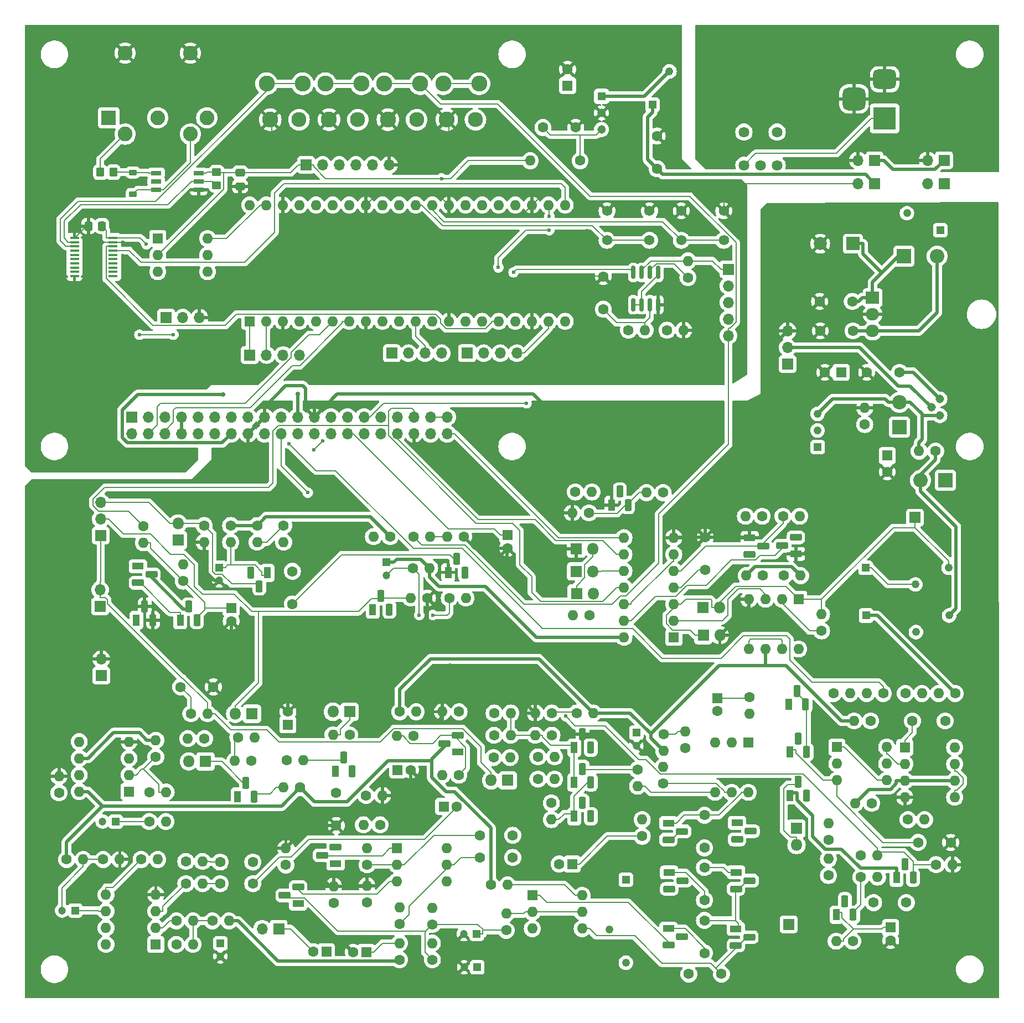
<source format=gtl>
G04 #@! TF.GenerationSoftware,KiCad,Pcbnew,8.0.2*
G04 #@! TF.CreationDate,2024-10-15T19:34:26+09:00*
G04 #@! TF.ProjectId,mainBorad,6d61696e-426f-4726-9164-2e6b69636164,rev?*
G04 #@! TF.SameCoordinates,Original*
G04 #@! TF.FileFunction,Copper,L1,Top*
G04 #@! TF.FilePolarity,Positive*
%FSLAX46Y46*%
G04 Gerber Fmt 4.6, Leading zero omitted, Abs format (unit mm)*
G04 Created by KiCad (PCBNEW 8.0.2) date 2024-10-15 19:34:26*
%MOMM*%
%LPD*%
G01*
G04 APERTURE LIST*
G04 Aperture macros list*
%AMRoundRect*
0 Rectangle with rounded corners*
0 $1 Rounding radius*
0 $2 $3 $4 $5 $6 $7 $8 $9 X,Y pos of 4 corners*
0 Add a 4 corners polygon primitive as box body*
4,1,4,$2,$3,$4,$5,$6,$7,$8,$9,$2,$3,0*
0 Add four circle primitives for the rounded corners*
1,1,$1+$1,$2,$3*
1,1,$1+$1,$4,$5*
1,1,$1+$1,$6,$7*
1,1,$1+$1,$8,$9*
0 Add four rect primitives between the rounded corners*
20,1,$1+$1,$2,$3,$4,$5,0*
20,1,$1+$1,$4,$5,$6,$7,0*
20,1,$1+$1,$6,$7,$8,$9,0*
20,1,$1+$1,$8,$9,$2,$3,0*%
G04 Aperture macros list end*
G04 #@! TA.AperFunction,ComponentPad*
%ADD10C,1.600000*%
G04 #@! TD*
G04 #@! TA.AperFunction,ComponentPad*
%ADD11O,1.600000X1.600000*%
G04 #@! TD*
G04 #@! TA.AperFunction,SMDPad,CuDef*
%ADD12RoundRect,0.225000X-0.375000X0.225000X-0.375000X-0.225000X0.375000X-0.225000X0.375000X0.225000X0*%
G04 #@! TD*
G04 #@! TA.AperFunction,ComponentPad*
%ADD13R,1.600000X1.600000*%
G04 #@! TD*
G04 #@! TA.AperFunction,ComponentPad*
%ADD14R,1.800000X1.100000*%
G04 #@! TD*
G04 #@! TA.AperFunction,ComponentPad*
%ADD15RoundRect,0.275000X-0.625000X0.275000X-0.625000X-0.275000X0.625000X-0.275000X0.625000X0.275000X0*%
G04 #@! TD*
G04 #@! TA.AperFunction,ComponentPad*
%ADD16C,1.635000*%
G04 #@! TD*
G04 #@! TA.AperFunction,ComponentPad*
%ADD17C,2.450000*%
G04 #@! TD*
G04 #@! TA.AperFunction,ComponentPad*
%ADD18C,2.300000*%
G04 #@! TD*
G04 #@! TA.AperFunction,ComponentPad*
%ADD19RoundRect,0.275000X0.625000X-0.275000X0.625000X0.275000X-0.625000X0.275000X-0.625000X-0.275000X0*%
G04 #@! TD*
G04 #@! TA.AperFunction,ComponentPad*
%ADD20R,1.100000X1.800000*%
G04 #@! TD*
G04 #@! TA.AperFunction,ComponentPad*
%ADD21RoundRect,0.275000X-0.275000X-0.625000X0.275000X-0.625000X0.275000X0.625000X-0.275000X0.625000X0*%
G04 #@! TD*
G04 #@! TA.AperFunction,ComponentPad*
%ADD22R,1.800000X1.800000*%
G04 #@! TD*
G04 #@! TA.AperFunction,ComponentPad*
%ADD23O,1.800000X1.800000*%
G04 #@! TD*
G04 #@! TA.AperFunction,ComponentPad*
%ADD24R,1.700000X1.700000*%
G04 #@! TD*
G04 #@! TA.AperFunction,ComponentPad*
%ADD25R,1.200000X1.200000*%
G04 #@! TD*
G04 #@! TA.AperFunction,ComponentPad*
%ADD26C,1.200000*%
G04 #@! TD*
G04 #@! TA.AperFunction,ComponentPad*
%ADD27O,1.700000X1.700000*%
G04 #@! TD*
G04 #@! TA.AperFunction,ComponentPad*
%ADD28R,1.217000X1.217000*%
G04 #@! TD*
G04 #@! TA.AperFunction,ComponentPad*
%ADD29C,1.217000*%
G04 #@! TD*
G04 #@! TA.AperFunction,SMDPad,CuDef*
%ADD30RoundRect,0.150000X0.150000X-0.825000X0.150000X0.825000X-0.150000X0.825000X-0.150000X-0.825000X0*%
G04 #@! TD*
G04 #@! TA.AperFunction,SMDPad,CuDef*
%ADD31RoundRect,0.250000X0.337500X0.475000X-0.337500X0.475000X-0.337500X-0.475000X0.337500X-0.475000X0*%
G04 #@! TD*
G04 #@! TA.AperFunction,ComponentPad*
%ADD32R,1.305000X1.305000*%
G04 #@! TD*
G04 #@! TA.AperFunction,ComponentPad*
%ADD33C,1.305000*%
G04 #@! TD*
G04 #@! TA.AperFunction,ComponentPad*
%ADD34R,2.250000X2.250000*%
G04 #@! TD*
G04 #@! TA.AperFunction,ComponentPad*
%ADD35C,2.250000*%
G04 #@! TD*
G04 #@! TA.AperFunction,ComponentPad*
%ADD36C,1.316000*%
G04 #@! TD*
G04 #@! TA.AperFunction,SMDPad,CuDef*
%ADD37RoundRect,0.250000X-0.475000X0.337500X-0.475000X-0.337500X0.475000X-0.337500X0.475000X0.337500X0*%
G04 #@! TD*
G04 #@! TA.AperFunction,ComponentPad*
%ADD38R,3.500000X3.500000*%
G04 #@! TD*
G04 #@! TA.AperFunction,ComponentPad*
%ADD39RoundRect,0.750000X-1.000000X0.750000X-1.000000X-0.750000X1.000000X-0.750000X1.000000X0.750000X0*%
G04 #@! TD*
G04 #@! TA.AperFunction,ComponentPad*
%ADD40RoundRect,0.875000X-0.875000X0.875000X-0.875000X-0.875000X0.875000X-0.875000X0.875000X0.875000X0*%
G04 #@! TD*
G04 #@! TA.AperFunction,ComponentPad*
%ADD41R,2.200000X2.200000*%
G04 #@! TD*
G04 #@! TA.AperFunction,ComponentPad*
%ADD42O,2.200000X2.200000*%
G04 #@! TD*
G04 #@! TA.AperFunction,ComponentPad*
%ADD43RoundRect,0.275000X0.275000X0.625000X-0.275000X0.625000X-0.275000X-0.625000X0.275000X-0.625000X0*%
G04 #@! TD*
G04 #@! TA.AperFunction,SMDPad,CuDef*
%ADD44R,1.475000X0.450000*%
G04 #@! TD*
G04 #@! TA.AperFunction,SMDPad,CuDef*
%ADD45RoundRect,0.250000X-0.450000X0.350000X-0.450000X-0.350000X0.450000X-0.350000X0.450000X0.350000X0*%
G04 #@! TD*
G04 #@! TA.AperFunction,SMDPad,CuDef*
%ADD46R,1.650000X0.700000*%
G04 #@! TD*
G04 #@! TA.AperFunction,ComponentPad*
%ADD47C,1.575000*%
G04 #@! TD*
G04 #@! TA.AperFunction,ComponentPad*
%ADD48R,2.000000X1.905000*%
G04 #@! TD*
G04 #@! TA.AperFunction,ComponentPad*
%ADD49O,2.000000X1.905000*%
G04 #@! TD*
G04 #@! TA.AperFunction,SMDPad,CuDef*
%ADD50RoundRect,0.250000X-0.350000X-0.450000X0.350000X-0.450000X0.350000X0.450000X-0.350000X0.450000X0*%
G04 #@! TD*
G04 #@! TA.AperFunction,ComponentPad*
%ADD51R,2.000000X2.000000*%
G04 #@! TD*
G04 #@! TA.AperFunction,ComponentPad*
%ADD52C,2.000000*%
G04 #@! TD*
G04 #@! TA.AperFunction,ViaPad*
%ADD53C,0.700000*%
G04 #@! TD*
G04 #@! TA.AperFunction,ViaPad*
%ADD54C,0.600000*%
G04 #@! TD*
G04 #@! TA.AperFunction,Conductor*
%ADD55C,0.200000*%
G04 #@! TD*
G04 #@! TA.AperFunction,Conductor*
%ADD56C,0.500000*%
G04 #@! TD*
G04 APERTURE END LIST*
D10*
X101000000Y-139555000D03*
D11*
X101000000Y-142095000D03*
D12*
X37005000Y-43087500D03*
X37005000Y-46387500D03*
D13*
X126400000Y-123500000D03*
D10*
X126400000Y-125500000D03*
D14*
X119030000Y-150190000D03*
D15*
X121100000Y-151460000D03*
X119030000Y-152730000D03*
D16*
X130460000Y-41970000D03*
X133000000Y-41970000D03*
X135540000Y-41970000D03*
X135540000Y-36890000D03*
X130460000Y-36890000D03*
D10*
X86885000Y-125600000D03*
D11*
X84345000Y-125600000D03*
D10*
X124430000Y-141430000D03*
X124430000Y-146430000D03*
D17*
X67000000Y-35000000D03*
X66450000Y-29500000D03*
X71950000Y-29500000D03*
D18*
X71400000Y-35000000D03*
D10*
X98955000Y-132500000D03*
D11*
X101495000Y-132500000D03*
D10*
X114900000Y-144640000D03*
D11*
X114900000Y-142100000D03*
D10*
X72660000Y-138400000D03*
D11*
X75200000Y-138400000D03*
D13*
X84540000Y-140100000D03*
D10*
X86540000Y-140100000D03*
X124430000Y-154430000D03*
X124430000Y-149430000D03*
D14*
X86710000Y-131770000D03*
D19*
X84640000Y-130500000D03*
X86710000Y-129230000D03*
D10*
X142340000Y-113215000D03*
D11*
X142340000Y-110675000D03*
D10*
X155560000Y-142100000D03*
D11*
X158100000Y-142100000D03*
D10*
X133340000Y-104775000D03*
D11*
X130800000Y-104775000D03*
D20*
X73675000Y-109970000D03*
D21*
X74945000Y-107900000D03*
X76215000Y-109970000D03*
D10*
X118200000Y-129060000D03*
D11*
X118200000Y-131600000D03*
D22*
X43900000Y-99340000D03*
D23*
X43900000Y-96800000D03*
D22*
X104855000Y-107515000D03*
D23*
X107395000Y-107515000D03*
D13*
X144680000Y-131000000D03*
D11*
X144680000Y-133540000D03*
X144680000Y-136080000D03*
X152300000Y-136080000D03*
X152300000Y-133540000D03*
X152300000Y-131000000D03*
D10*
X79905000Y-98800000D03*
D11*
X82445000Y-98800000D03*
D10*
X82045000Y-108200000D03*
D11*
X79505000Y-108200000D03*
D24*
X156625000Y-95885000D03*
D25*
X50200000Y-103527400D03*
D26*
X50200000Y-105527400D03*
D24*
X31975000Y-109475000D03*
D27*
X31975000Y-106935000D03*
D10*
X43645000Y-157600000D03*
D11*
X46185000Y-157600000D03*
D10*
X47900000Y-97100000D03*
D11*
X47900000Y-99640000D03*
D10*
X108956000Y-64000000D03*
X108956000Y-59000000D03*
X150300000Y-154800000D03*
X155300000Y-154800000D03*
D28*
X149065000Y-103575000D03*
D29*
X156685000Y-106115000D03*
X161765000Y-103575000D03*
D10*
X25700000Y-138000000D03*
D11*
X25700000Y-135460000D03*
D10*
X85400000Y-108200000D03*
D11*
X87940000Y-108200000D03*
D10*
X92255000Y-125800000D03*
D11*
X94795000Y-125800000D03*
D13*
X40500000Y-161200000D03*
D11*
X40500000Y-158660000D03*
X40500000Y-156120000D03*
X40500000Y-153580000D03*
X32880000Y-153580000D03*
X32880000Y-156120000D03*
X32880000Y-158660000D03*
X32880000Y-161200000D03*
D30*
X113556000Y-63320000D03*
X114826000Y-63320000D03*
X116096000Y-63320000D03*
X117366000Y-63320000D03*
X117366000Y-58370000D03*
X116096000Y-58370000D03*
X114826000Y-58370000D03*
X113556000Y-58370000D03*
D10*
X74800000Y-142900000D03*
D11*
X72260000Y-142900000D03*
D13*
X103495000Y-29780100D03*
D10*
X103495000Y-27280100D03*
D28*
X160500000Y-51900000D03*
D29*
X155400000Y-49310000D03*
D20*
X53030000Y-138570000D03*
D21*
X54300000Y-136500000D03*
X55570000Y-138570000D03*
D10*
X154255000Y-73660000D03*
X149255000Y-73660000D03*
X117180000Y-42500000D03*
X117180000Y-37500000D03*
D17*
X76000000Y-35000000D03*
X75450000Y-29500000D03*
X80950000Y-29500000D03*
D18*
X80400000Y-35000000D03*
D13*
X72700000Y-162400000D03*
D10*
X70700000Y-162400000D03*
X40500000Y-132500000D03*
D11*
X40500000Y-129960000D03*
D20*
X104500000Y-136400000D03*
D21*
X105770000Y-134330000D03*
X107040000Y-136400000D03*
D10*
X118700000Y-67200000D03*
D11*
X121240000Y-67200000D03*
D10*
X72800000Y-154740000D03*
D11*
X72800000Y-152200000D03*
D10*
X44700000Y-105600000D03*
D11*
X44700000Y-103060000D03*
D31*
X32275500Y-51275000D03*
X30200500Y-51275000D03*
D10*
X72830000Y-149010000D03*
D11*
X72830000Y-146470000D03*
D13*
X94345000Y-98544900D03*
D10*
X94345000Y-100544900D03*
D32*
X108680000Y-31420000D03*
D33*
X108680000Y-33960000D03*
X108680000Y-36500000D03*
D25*
X50390000Y-161027400D03*
D26*
X50390000Y-163027400D03*
D28*
X112400000Y-151300000D03*
D29*
X109860000Y-158920000D03*
X112400000Y-164000000D03*
D22*
X94345000Y-136100000D03*
D23*
X91805000Y-136100000D03*
D10*
X92155000Y-132600000D03*
D11*
X94695000Y-132600000D03*
D10*
X62600000Y-137200000D03*
D11*
X60060000Y-137200000D03*
D10*
X77800000Y-163545000D03*
D11*
X77800000Y-161005000D03*
D24*
X161075000Y-44800000D03*
D27*
X158535000Y-44800000D03*
D20*
X110210000Y-93965000D03*
D21*
X111480000Y-91895000D03*
X112750000Y-93965000D03*
D34*
X33300000Y-34700000D03*
D35*
X40800000Y-34700000D03*
X48300000Y-34700000D03*
X35800000Y-37200000D03*
X45800000Y-37200000D03*
X35800000Y-24800000D03*
X45800000Y-24800000D03*
D13*
X98100000Y-153700000D03*
D11*
X98100000Y-156240000D03*
X98100000Y-158780000D03*
X105720000Y-158780000D03*
X105720000Y-156240000D03*
X105720000Y-153700000D03*
D10*
X150000000Y-139600000D03*
D11*
X147460000Y-139600000D03*
D13*
X119730000Y-114205000D03*
D11*
X119730000Y-111665000D03*
X119730000Y-109125000D03*
X119730000Y-106585000D03*
X119730000Y-104045000D03*
X119730000Y-101505000D03*
X119730000Y-98965000D03*
X112110000Y-98965000D03*
X112110000Y-101505000D03*
X112110000Y-104045000D03*
X112110000Y-106585000D03*
X112110000Y-109125000D03*
X112110000Y-111665000D03*
X112110000Y-114205000D03*
D10*
X118100000Y-136545000D03*
D11*
X118100000Y-134005000D03*
D10*
X51950000Y-97100000D03*
D11*
X51950000Y-99640000D03*
D24*
X128100000Y-57880000D03*
D27*
X128100000Y-60420000D03*
X128100000Y-62960000D03*
X128100000Y-65500000D03*
X128100000Y-68040000D03*
D10*
X162100000Y-145600000D03*
X157100000Y-145600000D03*
D24*
X137300000Y-158125000D03*
D10*
X79845000Y-103600000D03*
D11*
X82385000Y-103600000D03*
D10*
X159860000Y-149000000D03*
D11*
X162400000Y-149000000D03*
D25*
X89672600Y-164700000D03*
D26*
X87672600Y-164700000D03*
D10*
X121900000Y-59140000D03*
D11*
X121900000Y-56600000D03*
D10*
X148355000Y-147600000D03*
D11*
X150895000Y-147600000D03*
D20*
X44230000Y-111570000D03*
D21*
X45500000Y-109500000D03*
X46770000Y-111570000D03*
D22*
X48100000Y-133200000D03*
D23*
X45560000Y-133200000D03*
D10*
X86840000Y-135300000D03*
D11*
X84300000Y-135300000D03*
D10*
X82800000Y-158140000D03*
D11*
X82800000Y-155600000D03*
D10*
X70140000Y-129130000D03*
D11*
X67600000Y-129130000D03*
D36*
X160420900Y-80280000D03*
X159150900Y-79010000D03*
X160420900Y-77740000D03*
D10*
X55345000Y-151900000D03*
X50345000Y-151900000D03*
D25*
X114000000Y-128810000D03*
D26*
X114000000Y-130810000D03*
D20*
X137500000Y-138400000D03*
D21*
X138770000Y-136330000D03*
X140040000Y-138400000D03*
D10*
X95100000Y-147900000D03*
X90100000Y-147900000D03*
D37*
X53405000Y-43100000D03*
X53405000Y-45175000D03*
D10*
X148945000Y-81640000D03*
D11*
X148945000Y-79100000D03*
D38*
X152000000Y-34800000D03*
D39*
X152000000Y-28800000D03*
D40*
X147300000Y-31800000D03*
D10*
X147145000Y-67310000D03*
X142145000Y-67310000D03*
D41*
X154245000Y-82040000D03*
D42*
X154245000Y-78230000D03*
D24*
X88105000Y-70733000D03*
D27*
X90645000Y-70733000D03*
X93185000Y-70733000D03*
X95725000Y-70733000D03*
D10*
X105400000Y-41275000D03*
D11*
X97780000Y-41275000D03*
D20*
X57605000Y-104345000D03*
D43*
X56335000Y-106415000D03*
X55065000Y-104345000D03*
D22*
X138500000Y-143460000D03*
D23*
X138500000Y-146000000D03*
D10*
X155155000Y-122800000D03*
D11*
X157695000Y-122800000D03*
D10*
X124430000Y-162530000D03*
X124430000Y-157530000D03*
D22*
X104810000Y-100665000D03*
D23*
X107350000Y-100665000D03*
D10*
X136600000Y-104775000D03*
D11*
X139140000Y-104775000D03*
D10*
X147100000Y-160700000D03*
D11*
X144560000Y-160700000D03*
D10*
X76345000Y-98800000D03*
D11*
X73805000Y-98800000D03*
D24*
X59300000Y-158800000D03*
D27*
X56760000Y-158800000D03*
D28*
X116480000Y-32700000D03*
D29*
X119070000Y-27600000D03*
D10*
X32460000Y-148200000D03*
D11*
X35000000Y-148200000D03*
D10*
X26860000Y-148200000D03*
D11*
X29400000Y-148200000D03*
D20*
X137530000Y-131770000D03*
D21*
X138800000Y-129700000D03*
X140070000Y-131770000D03*
D14*
X118930000Y-142630000D03*
D15*
X121000000Y-143900000D03*
X118930000Y-145170000D03*
D13*
X145340100Y-73660000D03*
D10*
X142840100Y-73660000D03*
X151775000Y-122800000D03*
D11*
X149235000Y-122800000D03*
D44*
X28062000Y-53075000D03*
X28062000Y-53725000D03*
X28062000Y-54375000D03*
X28062000Y-55025000D03*
X28062000Y-55675000D03*
X28062000Y-56325000D03*
X28062000Y-56975000D03*
X28062000Y-57625000D03*
X28062000Y-58275000D03*
X28062000Y-58925000D03*
X33938000Y-58925000D03*
X33938000Y-58275000D03*
X33938000Y-57625000D03*
X33938000Y-56975000D03*
X33938000Y-56325000D03*
X33938000Y-55675000D03*
X33938000Y-55025000D03*
X33938000Y-54375000D03*
X33938000Y-53725000D03*
X33938000Y-53075000D03*
D45*
X49805000Y-43037500D03*
X49805000Y-45037500D03*
D14*
X129410000Y-142590000D03*
D15*
X131480000Y-143860000D03*
X129410000Y-145130000D03*
D46*
X40555000Y-43167500D03*
X40555000Y-44437500D03*
X40555000Y-45707500D03*
X47055000Y-45707500D03*
X47055000Y-44437500D03*
X47055000Y-43167500D03*
D13*
X155080000Y-131060000D03*
D11*
X155080000Y-133600000D03*
X155080000Y-136140000D03*
X155080000Y-138680000D03*
X162700000Y-138680000D03*
X162700000Y-136140000D03*
X162700000Y-133600000D03*
X162700000Y-131060000D03*
D10*
X98955000Y-135900000D03*
D11*
X101495000Y-135900000D03*
D10*
X95100000Y-144500000D03*
X90100000Y-144500000D03*
D47*
X120881000Y-48950000D03*
X127381000Y-48950000D03*
X120881000Y-53450000D03*
X127381000Y-53450000D03*
D25*
X89600000Y-159600000D03*
D26*
X87600000Y-159600000D03*
D14*
X118930000Y-158790000D03*
D15*
X121000000Y-160060000D03*
X118930000Y-161330000D03*
D10*
X55140000Y-133100000D03*
D11*
X52600000Y-133100000D03*
D10*
X112800000Y-67200000D03*
D11*
X115340000Y-67200000D03*
D10*
X143400000Y-145200000D03*
D11*
X143400000Y-142660000D03*
D17*
X85000000Y-35000000D03*
X84450000Y-29500000D03*
X89950000Y-29500000D03*
D18*
X89400000Y-35000000D03*
D24*
X137150000Y-72390000D03*
D27*
X137150000Y-69850000D03*
X137150000Y-67310000D03*
D10*
X162775000Y-122800000D03*
D11*
X160235000Y-122800000D03*
D13*
X152390000Y-86400000D03*
D10*
X152390000Y-88900000D03*
D20*
X85235000Y-104270000D03*
D21*
X86505000Y-102200000D03*
X87775000Y-104270000D03*
D20*
X104500000Y-131100000D03*
D21*
X105770000Y-129030000D03*
X107040000Y-131100000D03*
D10*
X53050000Y-129500000D03*
D11*
X55590000Y-129500000D03*
D17*
X58000000Y-35000000D03*
X57450000Y-29500000D03*
X62950000Y-29500000D03*
D18*
X62400000Y-35000000D03*
D20*
X104500000Y-141600000D03*
D21*
X105770000Y-139530000D03*
X107040000Y-141600000D03*
D24*
X54880000Y-71000000D03*
D27*
X57420000Y-71000000D03*
X59960000Y-71000000D03*
X62500000Y-71000000D03*
D10*
X61400000Y-104110000D03*
X61400000Y-109110000D03*
X55345000Y-148600000D03*
X50345000Y-148600000D03*
X133240000Y-95675000D03*
D11*
X130700000Y-95675000D03*
D10*
X149845000Y-127000000D03*
D11*
X147305000Y-127000000D03*
D13*
X138840000Y-108375000D03*
D11*
X136300000Y-108375000D03*
X133760000Y-108375000D03*
X131220000Y-108375000D03*
X131220000Y-115995000D03*
X133760000Y-115995000D03*
X136300000Y-115995000D03*
X138840000Y-115995000D03*
D10*
X143400000Y-150640000D03*
D11*
X143400000Y-148100000D03*
D10*
X82800000Y-163540000D03*
D11*
X82800000Y-161000000D03*
D24*
X161075000Y-41200000D03*
D27*
X158535000Y-41200000D03*
D10*
X77800000Y-158040000D03*
D11*
X77800000Y-155500000D03*
D10*
X104670000Y-91965000D03*
D11*
X107210000Y-91965000D03*
D10*
X87585000Y-98800000D03*
D11*
X85045000Y-98800000D03*
D10*
X49150000Y-157600000D03*
D11*
X51690000Y-157600000D03*
D10*
X39500000Y-142400000D03*
D11*
X42040000Y-142400000D03*
D22*
X70140000Y-125600000D03*
D23*
X67600000Y-125600000D03*
D10*
X94100000Y-159040000D03*
D11*
X94100000Y-156500000D03*
D10*
X60555000Y-133000000D03*
D11*
X63095000Y-133000000D03*
D24*
X32175000Y-120075000D03*
D27*
X32175000Y-117535000D03*
D10*
X99725000Y-36195000D03*
X104725000Y-36195000D03*
D25*
X34372600Y-142400000D03*
D26*
X32372600Y-142400000D03*
D24*
X150440000Y-41200000D03*
D27*
X147900000Y-41200000D03*
D41*
X161280000Y-90170000D03*
D42*
X157470000Y-90170000D03*
D47*
X109525000Y-48950000D03*
X116025000Y-48950000D03*
X109525000Y-53450000D03*
X116025000Y-53450000D03*
D20*
X144630000Y-156670000D03*
D21*
X145900000Y-154600000D03*
X147170000Y-156670000D03*
D10*
X101100000Y-129200000D03*
D11*
X98560000Y-129200000D03*
D14*
X131340000Y-98975000D03*
D15*
X133410000Y-100245000D03*
X131340000Y-101515000D03*
D10*
X60050000Y-97100000D03*
D11*
X60050000Y-99640000D03*
D20*
X37530000Y-111570000D03*
D21*
X38800000Y-109500000D03*
X40070000Y-111570000D03*
D41*
X154930000Y-55880000D03*
D42*
X160010000Y-55880000D03*
D24*
X42100000Y-65300000D03*
D27*
X44640000Y-65300000D03*
X47180000Y-65300000D03*
D10*
X47940000Y-129700000D03*
D11*
X45400000Y-129700000D03*
D14*
X138410000Y-101445000D03*
D19*
X136340000Y-100175000D03*
X138410000Y-98905000D03*
D13*
X36400000Y-137800000D03*
D11*
X36400000Y-135260000D03*
X36400000Y-132720000D03*
X36400000Y-130180000D03*
X28780000Y-130180000D03*
X28780000Y-132720000D03*
X28780000Y-135260000D03*
X28780000Y-137800000D03*
D48*
X150145000Y-62230000D03*
D49*
X150145000Y-64770000D03*
X150145000Y-67310000D03*
D10*
X45870000Y-125890000D03*
D11*
X48410000Y-125890000D03*
D10*
X92250000Y-129200000D03*
D11*
X94790000Y-129200000D03*
D10*
X38600000Y-97200000D03*
D11*
X38600000Y-99740000D03*
D10*
X91760000Y-152100000D03*
D11*
X94300000Y-152100000D03*
D10*
X67700000Y-154840000D03*
D11*
X67700000Y-152300000D03*
D25*
X75745000Y-102727400D03*
D26*
X75745000Y-104727400D03*
D13*
X60700000Y-127600000D03*
D10*
X60700000Y-125600000D03*
D50*
X32005000Y-43037500D03*
X34005000Y-43037500D03*
D14*
X37760000Y-103330000D03*
D15*
X39830000Y-104600000D03*
X37760000Y-105870000D03*
D10*
X118110000Y-92065000D03*
D11*
X115570000Y-92065000D03*
D24*
X76605000Y-70733000D03*
D27*
X79145000Y-70733000D03*
X81685000Y-70733000D03*
X84225000Y-70733000D03*
D10*
X39540000Y-137880000D03*
D11*
X42080000Y-137880000D03*
D13*
X52040000Y-109719900D03*
D10*
X52040000Y-111719900D03*
X106855000Y-110815000D03*
D11*
X104315000Y-110815000D03*
D22*
X124195000Y-109675000D03*
D23*
X126735000Y-109675000D03*
D20*
X137330000Y-124470000D03*
D21*
X138600000Y-122400000D03*
X139870000Y-124470000D03*
D13*
X40800000Y-53175000D03*
D11*
X40800000Y-55715000D03*
X40800000Y-58255000D03*
X48420000Y-58255000D03*
X48420000Y-55715000D03*
X48420000Y-53175000D03*
D13*
X54860000Y-65850000D03*
D11*
X57400000Y-65850000D03*
X59940000Y-65850000D03*
X62480000Y-65850000D03*
X65020000Y-65850000D03*
X67560000Y-65850000D03*
X70100000Y-65850000D03*
X72640000Y-65850000D03*
X75180000Y-65850000D03*
X77720000Y-65850000D03*
X80260000Y-65850000D03*
X82800000Y-65850000D03*
X85340000Y-65850000D03*
X87880000Y-65850000D03*
X90420000Y-65850000D03*
X92960000Y-65850000D03*
X95500000Y-65850000D03*
X98040000Y-65850000D03*
X100580000Y-65850000D03*
X103120000Y-65850000D03*
X103120000Y-48050000D03*
X100580000Y-48050000D03*
X98040000Y-48050000D03*
X95500000Y-48050000D03*
X92960000Y-48050000D03*
X90420000Y-48050000D03*
X87880000Y-48050000D03*
X85340000Y-48050000D03*
X82800000Y-48050000D03*
X80260000Y-48050000D03*
X77720000Y-48050000D03*
X75180000Y-48050000D03*
X72640000Y-48050000D03*
X70100000Y-48050000D03*
X67560000Y-48050000D03*
X65020000Y-48050000D03*
X62480000Y-48050000D03*
X59940000Y-48050000D03*
X57400000Y-48050000D03*
X54860000Y-48050000D03*
D10*
X121500000Y-131150000D03*
D11*
X121500000Y-128610000D03*
D20*
X67960000Y-134700000D03*
D21*
X69230000Y-132630000D03*
X70500000Y-134700000D03*
D13*
X152900000Y-158600000D03*
D10*
X152900000Y-160600000D03*
X144155000Y-122800000D03*
D11*
X146695000Y-122800000D03*
D24*
X150475000Y-44800000D03*
D27*
X147935000Y-44800000D03*
D24*
X32075000Y-98625000D03*
D27*
X32075000Y-96085000D03*
X32075000Y-93545000D03*
D10*
X45100000Y-148500000D03*
D11*
X47640000Y-148500000D03*
D10*
X79885000Y-129300000D03*
D11*
X77345000Y-129300000D03*
D51*
X147137700Y-53975000D03*
D52*
X142137700Y-53975000D03*
D14*
X129230000Y-158830000D03*
D15*
X131300000Y-160100000D03*
X129230000Y-161370000D03*
D14*
X68000000Y-148840000D03*
D19*
X65930000Y-147570000D03*
X68000000Y-146300000D03*
D22*
X124240000Y-113875000D03*
D23*
X126780000Y-113875000D03*
D10*
X106750000Y-95165000D03*
D11*
X104210000Y-95165000D03*
D28*
X149145000Y-110870000D03*
D29*
X156765000Y-113410000D03*
X161845000Y-110870000D03*
D22*
X55200000Y-125900000D03*
D23*
X52660000Y-125900000D03*
D10*
X45105000Y-151900000D03*
D11*
X47645000Y-151900000D03*
D10*
X43650000Y-161200000D03*
D11*
X46190000Y-161200000D03*
D22*
X104810000Y-104115000D03*
D23*
X107350000Y-104115000D03*
D20*
X153800000Y-151000000D03*
D21*
X155070000Y-148930000D03*
X156340000Y-151000000D03*
D10*
X101100000Y-125800000D03*
D11*
X98560000Y-125800000D03*
D10*
X56000000Y-97100000D03*
D11*
X56000000Y-99640000D03*
D14*
X62270000Y-154975000D03*
D19*
X60200000Y-153705000D03*
X62270000Y-152435000D03*
D13*
X104200000Y-148900000D03*
D10*
X102200000Y-148900000D03*
X68100000Y-143000000D03*
X68100000Y-138000000D03*
X136440000Y-95675000D03*
D11*
X138980000Y-95675000D03*
D13*
X66600000Y-162300000D03*
D10*
X64600000Y-162300000D03*
D13*
X77484900Y-134500000D03*
D10*
X79484900Y-134500000D03*
D13*
X131125000Y-130305000D03*
D11*
X128585000Y-130305000D03*
X126045000Y-130305000D03*
X126045000Y-137925000D03*
X128585000Y-137925000D03*
X131125000Y-137925000D03*
D10*
X122030000Y-165730000D03*
X127030000Y-165730000D03*
X49300000Y-121800000D03*
X44300000Y-121800000D03*
D13*
X77400000Y-146475000D03*
D11*
X77400000Y-149015000D03*
X77400000Y-151555000D03*
X85020000Y-151555000D03*
X85020000Y-149015000D03*
X85020000Y-146475000D03*
D10*
X131300000Y-123355000D03*
D11*
X131300000Y-125895000D03*
D10*
X159785000Y-85725000D03*
D11*
X157245000Y-85725000D03*
D10*
X148360000Y-150900000D03*
D11*
X150900000Y-150900000D03*
D10*
X114200000Y-134455000D03*
D11*
X114200000Y-136995000D03*
D28*
X141740000Y-85090000D03*
D29*
X141740000Y-82550000D03*
X141740000Y-80010000D03*
D10*
X77800000Y-125600000D03*
D11*
X80340000Y-125600000D03*
D10*
X104860000Y-125800000D03*
D11*
X107400000Y-125800000D03*
D24*
X63490000Y-41912000D03*
D27*
X66030000Y-41912000D03*
X68570000Y-41912000D03*
X71110000Y-41912000D03*
X73650000Y-41912000D03*
X76190000Y-41912000D03*
D10*
X161240000Y-127000000D03*
X156240000Y-127000000D03*
X60400000Y-149045000D03*
D11*
X60400000Y-146505000D03*
D10*
X124540000Y-103875000D03*
X124540000Y-98875000D03*
D25*
X28172600Y-156000000D03*
D26*
X26172600Y-156000000D03*
D10*
X147045000Y-62810000D03*
X142045000Y-62810000D03*
D24*
X36800000Y-80500000D03*
D27*
X36800000Y-83040000D03*
X39340000Y-80500000D03*
X39340000Y-83040000D03*
X41880000Y-80500000D03*
X41880000Y-83040000D03*
X44420000Y-80500000D03*
X44420000Y-83040000D03*
X46960000Y-80500000D03*
X46960000Y-83040000D03*
X49500000Y-80500000D03*
X49500000Y-83040000D03*
X52040000Y-80500000D03*
X52040000Y-83040000D03*
X54580000Y-80500000D03*
X54580000Y-83040000D03*
X57120000Y-80500000D03*
X57120000Y-83040000D03*
X59660000Y-80500000D03*
X59660000Y-83040000D03*
X62200000Y-80500000D03*
X62200000Y-83040000D03*
X64740000Y-80500000D03*
X64740000Y-83040000D03*
X67280000Y-80500000D03*
X67280000Y-83040000D03*
X69820000Y-80500000D03*
X69820000Y-83040000D03*
X72360000Y-80500000D03*
X72360000Y-83040000D03*
X74900000Y-80500000D03*
X74900000Y-83040000D03*
X77440000Y-80500000D03*
X77440000Y-83040000D03*
X79980000Y-80500000D03*
X79980000Y-83040000D03*
X82520000Y-80500000D03*
X82520000Y-83040000D03*
X85060000Y-80500000D03*
X85060000Y-83040000D03*
D14*
X129260000Y-150160000D03*
D15*
X131330000Y-151430000D03*
X129260000Y-152700000D03*
D10*
X38255000Y-148200000D03*
D11*
X40795000Y-148200000D03*
D53*
X50823600Y-77061200D03*
X62200000Y-77000000D03*
D54*
X95228500Y-58349000D03*
X84200000Y-43998400D03*
X106100000Y-55800000D03*
X47100000Y-47300000D03*
X86200000Y-55800000D03*
X35500000Y-55800000D03*
X89100000Y-52400000D03*
X85340000Y-42400000D03*
X77600000Y-45700000D03*
X88000000Y-54200000D03*
X102000000Y-45700000D03*
X71700000Y-56700000D03*
X58200000Y-38000000D03*
X83500000Y-37400000D03*
X72700000Y-63900000D03*
X35500000Y-53800000D03*
X44400000Y-86400000D03*
X106500000Y-52000000D03*
X53200000Y-46600000D03*
X67200000Y-63900000D03*
X86400000Y-49700000D03*
X73100000Y-54000000D03*
X39057500Y-54040800D03*
X43200000Y-67900000D03*
X38000000Y-67900000D03*
X92900000Y-57600000D03*
X100700000Y-49800000D03*
X100700000Y-51900000D03*
X103211400Y-126261700D03*
X82900000Y-110800000D03*
X80800000Y-110800000D03*
D53*
X127800000Y-106400000D03*
X50500000Y-93200000D03*
X128900000Y-103500000D03*
X99500000Y-102000000D03*
X110900000Y-130900000D03*
X54800000Y-119100000D03*
X60700000Y-120700000D03*
X114600000Y-96400000D03*
X118400000Y-120200000D03*
X110500000Y-96400000D03*
X112500000Y-124700000D03*
X53500000Y-93200000D03*
X94200000Y-111300000D03*
X73700000Y-129100000D03*
X85500000Y-116100000D03*
X85500000Y-118500000D03*
X94200000Y-105100000D03*
X104700000Y-97400000D03*
X62700000Y-147900000D03*
X87700000Y-86400000D03*
D54*
X70700000Y-167400000D03*
D53*
X45900000Y-95000000D03*
X50600000Y-86200000D03*
D54*
X60869100Y-84565400D03*
X63744000Y-92054800D03*
X66000000Y-84200000D03*
X64700000Y-85500000D03*
X97200000Y-78400000D03*
D55*
X100580000Y-66951700D02*
X96876700Y-70655000D01*
X95725000Y-70733000D02*
X96876700Y-70733000D01*
X100580000Y-65850000D02*
X100580000Y-66951700D01*
X96876700Y-70655000D02*
X96876700Y-70733000D01*
D56*
X149145000Y-110870000D02*
X150845000Y-110870000D01*
X82718700Y-132821300D02*
X82718700Y-133083300D01*
X98734800Y-114205000D02*
X90926800Y-106397000D01*
X26860000Y-145518300D02*
X26860000Y-148200000D01*
X59776700Y-140023300D02*
X32355000Y-140023300D01*
X138601700Y-139101700D02*
X138601700Y-138000000D01*
X150145000Y-67310000D02*
X157190000Y-67310000D01*
X153800000Y-149548300D02*
X148297400Y-149548300D01*
X85040000Y-130500000D02*
X82718700Y-132821300D01*
X77377900Y-102246200D02*
X81031200Y-102246200D01*
X147145000Y-67310000D02*
X150145000Y-67310000D01*
X112110000Y-114205000D02*
X98734800Y-114205000D01*
X160010000Y-64490000D02*
X160010000Y-55880000D01*
X57352000Y-95748000D02*
X73293000Y-95748000D01*
X156340900Y-73660000D02*
X154255000Y-73660000D01*
X28780000Y-137800000D02*
X30131700Y-137800000D01*
X76014100Y-133083300D02*
X82718700Y-133083300D01*
X56000000Y-97100000D02*
X57352000Y-95748000D01*
X62600000Y-137200000D02*
X64765600Y-139365600D01*
X142922200Y-146650000D02*
X141000000Y-144727800D01*
X153800000Y-150600000D02*
X153800000Y-149548300D01*
X86219500Y-137834300D02*
X91760000Y-143374800D01*
X82718700Y-133083300D02*
X82718700Y-135656900D01*
X141000000Y-144727800D02*
X141000000Y-141500000D01*
X45500000Y-109900000D02*
X44730000Y-109900000D01*
X62600000Y-137200000D02*
X59776700Y-140023300D01*
X75745000Y-102727400D02*
X76896700Y-102727400D01*
X150845000Y-110870000D02*
X162775000Y-122800000D01*
X160420900Y-77740000D02*
X156340900Y-73660000D01*
X44730000Y-109900000D02*
X39430000Y-104600000D01*
X76896700Y-102727400D02*
X77377900Y-102246200D01*
X73293000Y-95748000D02*
X76345000Y-98800000D01*
X137781400Y-103416400D02*
X139140000Y-104775000D01*
X83830300Y-106397000D02*
X82385000Y-104951700D01*
X130800000Y-104775000D02*
X132158600Y-103416400D01*
X81031200Y-102246200D02*
X82385000Y-103600000D01*
X69731800Y-139365600D02*
X76014100Y-133083300D01*
X82718700Y-135656900D02*
X84896100Y-137834300D01*
X82385000Y-103600000D02*
X82385000Y-104951700D01*
X157190000Y-67310000D02*
X160010000Y-64490000D01*
X137500000Y-138000000D02*
X138601700Y-138000000D01*
X51950000Y-97100000D02*
X56000000Y-97100000D01*
X91760000Y-143374800D02*
X91760000Y-152100000D01*
X32355000Y-140023300D02*
X26860000Y-145518300D01*
X84896100Y-137834300D02*
X86219500Y-137834300D01*
X90926800Y-106397000D02*
X83830300Y-106397000D01*
X64765600Y-139365600D02*
X69731800Y-139365600D01*
X141000000Y-141500000D02*
X138601700Y-139101700D01*
X32355000Y-140023300D02*
X30131700Y-137800000D01*
X148297400Y-149548300D02*
X145399100Y-146650000D01*
X132158600Y-103416400D02*
X137781400Y-103416400D01*
X145399100Y-146650000D02*
X142922200Y-146650000D01*
X35371100Y-83660600D02*
X36164900Y-84454400D01*
X149585700Y-137474300D02*
X147460000Y-139600000D01*
X40500000Y-129960000D02*
X39148300Y-129960000D01*
X155080000Y-136140000D02*
X153728300Y-136140000D01*
X50625600Y-84454400D02*
X52040000Y-83040000D01*
X152862100Y-137474300D02*
X149585700Y-137474300D01*
X157470000Y-91821700D02*
X162925200Y-97276900D01*
X162925200Y-109789800D02*
X161845000Y-110870000D01*
X59193400Y-163751700D02*
X77593300Y-163751700D01*
X77800000Y-122200000D02*
X82500000Y-117500000D01*
X34058200Y-128793500D02*
X37981800Y-128793500D01*
X30131700Y-132720000D02*
X34058200Y-128793500D01*
X162700000Y-136140000D02*
X155080000Y-136140000D01*
X137150000Y-69850000D02*
X148198700Y-69850000D01*
X50823600Y-77061200D02*
X37729800Y-77061200D01*
X153728300Y-136608100D02*
X152862100Y-137474300D01*
X157470000Y-90170000D02*
X157470000Y-91821700D01*
X153728300Y-136140000D02*
X153728300Y-136608100D01*
X154088100Y-75739400D02*
X155880300Y-75739400D01*
X126693900Y-118509700D02*
X116217100Y-128986500D01*
X147305000Y-127000000D02*
X145397700Y-127000000D01*
X133760000Y-118509700D02*
X133760000Y-117346700D01*
X28780000Y-132720000D02*
X30131700Y-132720000D01*
X157470000Y-89344100D02*
X159785000Y-87029100D01*
X155880300Y-75739400D02*
X159150900Y-79010000D01*
X82500000Y-117500000D02*
X99100000Y-117500000D01*
X113030600Y-125800000D02*
X116217100Y-128986500D01*
X77593300Y-163751700D02*
X77800000Y-163545000D01*
X133760000Y-115995000D02*
X133760000Y-117346700D01*
X133760000Y-118509700D02*
X126693900Y-118509700D01*
X99100000Y-117500000D02*
X107400000Y-125800000D01*
X136907400Y-118509700D02*
X133760000Y-118509700D01*
X116217100Y-128986500D02*
X116217100Y-129617100D01*
X77800000Y-125600000D02*
X77800000Y-122200000D01*
X107400000Y-125800000D02*
X113030600Y-125800000D01*
X35371100Y-79419900D02*
X35371100Y-83660600D01*
X145397700Y-127000000D02*
X136907400Y-118509700D01*
X51690000Y-157600000D02*
X53041700Y-157600000D01*
X148198700Y-69850000D02*
X154088100Y-75739400D01*
X162925200Y-97276900D02*
X162925200Y-109789800D01*
X37981800Y-128793500D02*
X39148300Y-129960000D01*
X62200000Y-80500000D02*
X62200000Y-77000000D01*
X159785000Y-87029100D02*
X159785000Y-85725000D01*
X157470000Y-90170000D02*
X157470000Y-89344100D01*
X36164900Y-84454400D02*
X50625600Y-84454400D01*
X37729800Y-77061200D02*
X35371100Y-79419900D01*
X53041700Y-157600000D02*
X59193400Y-163751700D01*
X116217100Y-129617100D02*
X118200000Y-131600000D01*
D55*
X63490000Y-41912000D02*
X62338300Y-41912000D01*
X50855400Y-45659600D02*
X50855400Y-43100000D01*
X64641700Y-42199900D02*
X64641700Y-41912000D01*
X53405000Y-43100000D02*
X50855400Y-43100000D01*
X95228500Y-58349000D02*
X95685400Y-57892100D01*
X50855400Y-43100000D02*
X49867500Y-43100000D01*
X40800000Y-55700000D02*
X41700000Y-54800000D01*
X41715000Y-54800000D02*
X50855400Y-45659600D01*
X40800000Y-55715000D02*
X40800000Y-55700000D01*
X97780000Y-41275000D02*
X96678300Y-41275000D01*
X88304200Y-41275000D02*
X96678300Y-41275000D01*
X66440200Y-43998400D02*
X64641700Y-42199900D01*
X48311700Y-43037500D02*
X49805000Y-43037500D01*
X95685400Y-57892100D02*
X113078100Y-57892100D01*
X49867500Y-43100000D02*
X49805000Y-43037500D01*
X62338300Y-41912000D02*
X61150300Y-43100000D01*
X63490000Y-41912000D02*
X64641700Y-41912000D01*
X85580800Y-43998400D02*
X88304200Y-41275000D01*
X113078100Y-57892100D02*
X113556000Y-58370000D01*
X61150300Y-43100000D02*
X53405000Y-43100000D01*
X48181700Y-43167500D02*
X48311700Y-43037500D01*
X47055000Y-43167500D02*
X48181700Y-43167500D01*
X85580800Y-43998400D02*
X66440200Y-43998400D01*
X41700000Y-54800000D02*
X41715000Y-54800000D01*
X84200000Y-43998400D02*
X85580800Y-43998400D01*
X78400000Y-37400000D02*
X76000000Y-35000000D01*
X106100000Y-55800000D02*
X106100000Y-52400000D01*
X83500000Y-37400000D02*
X78400000Y-37400000D01*
X35500000Y-60500000D02*
X35500000Y-55800000D01*
X47180000Y-65300000D02*
X47180000Y-61580000D01*
X33938000Y-53725000D02*
X35425000Y-53725000D01*
X35425000Y-53725000D02*
X35500000Y-53800000D01*
X58200000Y-38000000D02*
X58200000Y-35200000D01*
X85340000Y-49440000D02*
X85600000Y-49700000D01*
X85340000Y-48050000D02*
X85340000Y-49440000D01*
X74990000Y-45700000D02*
X77600000Y-45700000D01*
X36100000Y-61100000D02*
X35500000Y-60500000D01*
X77600000Y-33000000D02*
X76000000Y-34600000D01*
X82990000Y-45700000D02*
X85340000Y-48050000D01*
X147935000Y-44800000D02*
X127900000Y-44800000D01*
X85340000Y-65850000D02*
X85340000Y-56660000D01*
X106100000Y-52400000D02*
X106500000Y-52000000D01*
X33938000Y-53725000D02*
X30825000Y-53725000D01*
X86600000Y-49700000D02*
X86600000Y-49700000D01*
X85600000Y-49700000D02*
X86400000Y-49700000D01*
X53200000Y-45380000D02*
X53405000Y-45175000D01*
X83000000Y-33000000D02*
X77600000Y-33000000D01*
X89100000Y-52400000D02*
X88000000Y-53500000D01*
X85000000Y-35000000D02*
X83000000Y-33000000D01*
X44420000Y-80500000D02*
X44420000Y-83040000D01*
X85300000Y-42360000D02*
X85300000Y-35300000D01*
X96390000Y-49700000D02*
X86400000Y-49700000D01*
X28062000Y-53075000D02*
X29862000Y-51275000D01*
X100390000Y-45700000D02*
X102000000Y-45700000D01*
X47180000Y-61580000D02*
X46700000Y-61100000D01*
X29862000Y-51275000D02*
X30200500Y-51275000D01*
X44400000Y-86400000D02*
X31500000Y-86400000D01*
X98040000Y-63360000D02*
X102500000Y-58900000D01*
X58200000Y-35200000D02*
X58000000Y-35000000D01*
X73100000Y-55300000D02*
X73100000Y-54000000D01*
X31500000Y-86400000D02*
X28100000Y-83000000D01*
X88000000Y-53500000D02*
X88000000Y-54200000D01*
X47055000Y-47255000D02*
X47100000Y-47300000D01*
X30200000Y-53100000D02*
X30200500Y-53099500D01*
X76000000Y-34600000D02*
X76000000Y-35000000D01*
X53200000Y-46600000D02*
X53200000Y-45380000D01*
X98040000Y-48050000D02*
X100390000Y-45700000D01*
X98040000Y-65850000D02*
X98040000Y-63360000D01*
X72700000Y-63900000D02*
X67200000Y-63900000D01*
X85340000Y-56660000D02*
X86200000Y-55800000D01*
X98040000Y-48050000D02*
X96390000Y-49700000D01*
X127900000Y-44800000D02*
X127400000Y-45300000D01*
X28100000Y-83000000D02*
X28100000Y-58963000D01*
X47055000Y-45707500D02*
X47055000Y-47255000D01*
X30200500Y-53099500D02*
X30200500Y-51275000D01*
X77600000Y-45700000D02*
X82990000Y-45700000D01*
X28100000Y-58963000D02*
X28062000Y-58925000D01*
X85300000Y-35300000D02*
X85000000Y-35000000D01*
X102500000Y-58900000D02*
X108856000Y-58900000D01*
X72640000Y-48050000D02*
X74990000Y-45700000D01*
X127400000Y-48931000D02*
X127381000Y-48950000D01*
X127400000Y-45300000D02*
X127400000Y-48931000D01*
X46700000Y-61100000D02*
X36100000Y-61100000D01*
X71700000Y-56700000D02*
X73100000Y-55300000D01*
X30825000Y-53725000D02*
X30200000Y-53100000D01*
X85340000Y-42400000D02*
X85300000Y-42360000D01*
X108856000Y-58900000D02*
X108956000Y-59000000D01*
X115340000Y-66066900D02*
X116096000Y-65310900D01*
X115340000Y-67200000D02*
X115340000Y-66098300D01*
X116096000Y-65310900D02*
X116096000Y-63320000D01*
X115340000Y-66066900D02*
X115340000Y-66098300D01*
X111022900Y-66066900D02*
X115340000Y-66066900D01*
X108956000Y-64000000D02*
X111022900Y-66066900D01*
X36955000Y-43037500D02*
X37005000Y-43087500D01*
X40555000Y-43167500D02*
X39428300Y-43167500D01*
X37005000Y-43087500D02*
X39348300Y-43087500D01*
X34005000Y-43037500D02*
X36955000Y-43037500D01*
X39348300Y-43087500D02*
X39428300Y-43167500D01*
X40555000Y-45707500D02*
X37685000Y-45707500D01*
X40555000Y-45707500D02*
X41681700Y-45707500D01*
X45800000Y-41589200D02*
X41681700Y-45707500D01*
X45800000Y-37200000D02*
X45800000Y-41589200D01*
X37685000Y-45707500D02*
X37005000Y-46387500D01*
X68998300Y-66159800D02*
X68998300Y-65850000D01*
X61349900Y-72638500D02*
X62519600Y-72638500D01*
X43552300Y-79047700D02*
X54940700Y-79047700D01*
X43200000Y-79400000D02*
X43552300Y-79047700D01*
X62519600Y-72638500D02*
X68998300Y-66159800D01*
X41880000Y-82620000D02*
X43200000Y-81300000D01*
X43200000Y-81300000D02*
X43200000Y-79400000D01*
X41880000Y-83040000D02*
X41880000Y-82620000D01*
X68998300Y-65850000D02*
X70100000Y-65850000D01*
X54940700Y-79047700D02*
X61349900Y-72638500D01*
X33938000Y-53075000D02*
X32898800Y-53075000D01*
X32898800Y-51898300D02*
X32275500Y-51275000D01*
X32898800Y-53075000D02*
X32898800Y-51898300D01*
X38000000Y-67900000D02*
X43200000Y-67900000D01*
X38091700Y-53075000D02*
X33938000Y-53075000D01*
X39057500Y-54040800D02*
X38091700Y-53075000D01*
X40700000Y-81680000D02*
X39340000Y-83040000D01*
X40700000Y-78900000D02*
X40700000Y-81680000D01*
X54192700Y-78400000D02*
X41200000Y-78400000D01*
X61230000Y-70575300D02*
X63905300Y-67900000D01*
X65510000Y-67900000D02*
X67560000Y-65850000D01*
X61230000Y-71362700D02*
X61230000Y-70575300D01*
X63905300Y-67900000D02*
X65510000Y-67900000D01*
X54192700Y-78400000D02*
X61230000Y-71362700D01*
X41200000Y-78400000D02*
X40700000Y-78900000D01*
X87752100Y-100052100D02*
X96842600Y-109142600D01*
X112411700Y-107855000D02*
X117410200Y-102856500D01*
X111580000Y-107855000D02*
X112411700Y-107855000D01*
X117410200Y-95355100D02*
X128100000Y-84665300D01*
X80950000Y-29500000D02*
X84028000Y-32578000D01*
X128100000Y-84665300D02*
X128100000Y-68040000D01*
X81157100Y-100052100D02*
X87752100Y-100052100D01*
X92787500Y-32578000D02*
X106929300Y-46719800D01*
X96842600Y-109142600D02*
X110292400Y-109142600D01*
X129265300Y-53793400D02*
X129265300Y-65991500D01*
X106929300Y-46719800D02*
X122191700Y-46719800D01*
X117410200Y-102856500D02*
X117410200Y-95355100D01*
X84028000Y-32578000D02*
X92787500Y-32578000D01*
X122191700Y-46719800D02*
X129265300Y-53793400D01*
X129265300Y-65991500D02*
X128368500Y-66888300D01*
X75450000Y-29500000D02*
X80950000Y-29500000D01*
X79905000Y-98800000D02*
X81157100Y-100052100D01*
X110292400Y-109142600D02*
X111580000Y-107855000D01*
X128100000Y-68040000D02*
X128100000Y-66888300D01*
X128368500Y-66888300D02*
X128100000Y-66888300D01*
X89950000Y-29500000D02*
X84450000Y-29500000D01*
X97100000Y-51900000D02*
X100700000Y-51900000D01*
X92900000Y-57600000D02*
X92900000Y-56100000D01*
X100700000Y-49800000D02*
X100700000Y-48170000D01*
X100700000Y-48170000D02*
X100580000Y-48050000D01*
X92900000Y-56100000D02*
X97100000Y-51900000D01*
X102500000Y-44800000D02*
X103100000Y-45400000D01*
X36425600Y-55025000D02*
X38232300Y-56831700D01*
X33938000Y-55025000D02*
X36425600Y-55025000D01*
X103100000Y-48030000D02*
X103120000Y-48050000D01*
X58700000Y-52200000D02*
X58700000Y-46200000D01*
X58700000Y-46200000D02*
X60100000Y-44800000D01*
X38232300Y-56831700D02*
X54068300Y-56831700D01*
X60100000Y-44800000D02*
X102500000Y-44800000D01*
X103100000Y-45400000D02*
X103100000Y-48030000D01*
X54068300Y-56831700D02*
X58700000Y-52200000D01*
X83295500Y-64748100D02*
X84070000Y-65522600D01*
X51146700Y-66456300D02*
X52854900Y-64748100D01*
X84896600Y-66973800D02*
X90962800Y-66973800D01*
X84070000Y-65522600D02*
X84070000Y-66147200D01*
X91858300Y-66078300D02*
X91858300Y-65850000D01*
X40070200Y-66456300D02*
X51146700Y-66456300D01*
X90962800Y-66973800D02*
X91858300Y-66078300D01*
X33938000Y-54375000D02*
X32898800Y-54375000D01*
X84070000Y-66147200D02*
X84896600Y-66973800D01*
X32898800Y-54375000D02*
X32898800Y-59284900D01*
X92960000Y-65850000D02*
X91858300Y-65850000D01*
X52854900Y-64748100D02*
X83295500Y-64748100D01*
X32898800Y-59284900D02*
X40070200Y-66456300D01*
X25900000Y-50200000D02*
X28616000Y-47484000D01*
X26775000Y-54375000D02*
X25900000Y-53500000D01*
X62950000Y-29500000D02*
X57450000Y-29500000D01*
X57450000Y-30522700D02*
X57450000Y-29500000D01*
X28616000Y-47484000D02*
X40488700Y-47484000D01*
X40488700Y-47484000D02*
X57450000Y-30522700D01*
X28062000Y-54375000D02*
X26775000Y-54375000D01*
X25900000Y-53500000D02*
X25900000Y-50200000D01*
X42365800Y-48000000D02*
X29000000Y-48000000D01*
X49205000Y-44437500D02*
X47055000Y-44437500D01*
X26500000Y-53100000D02*
X27125000Y-53725000D01*
X29000000Y-48000000D02*
X26500000Y-50500000D01*
X45928300Y-44437500D02*
X42365800Y-48000000D01*
X27125000Y-53725000D02*
X28062000Y-53725000D01*
X26500000Y-50500000D02*
X26500000Y-53100000D01*
X49805000Y-45037500D02*
X49205000Y-44437500D01*
X47055000Y-44437500D02*
X45928300Y-44437500D01*
X117366000Y-58780500D02*
X114826000Y-61320500D01*
X114826000Y-63320000D02*
X113556000Y-63320000D01*
X114826000Y-61320500D02*
X114826000Y-63320000D01*
X117366000Y-58370000D02*
X117366000Y-58780500D01*
X128000000Y-110800000D02*
X127135000Y-111665000D01*
X125668300Y-56600000D02*
X121900000Y-56600000D01*
X127135000Y-111665000D02*
X119730000Y-111665000D01*
X133760000Y-107660000D02*
X132900000Y-106800000D01*
X129600000Y-106800000D02*
X128000000Y-108400000D01*
X126948300Y-57880000D02*
X125668300Y-56600000D01*
X114826000Y-57971300D02*
X116197300Y-56600000D01*
X132900000Y-106800000D02*
X129600000Y-106800000D01*
X116197300Y-56600000D02*
X121900000Y-56600000D01*
X128000000Y-108400000D02*
X128000000Y-110800000D01*
X133760000Y-108375000D02*
X133760000Y-107660000D01*
X114826000Y-58370000D02*
X114826000Y-57971300D01*
X128100000Y-57880000D02*
X126948300Y-57880000D01*
X116096000Y-58024000D02*
X117071200Y-57048800D01*
X116096000Y-58370000D02*
X116096000Y-58024000D01*
X117071200Y-57048800D02*
X119808800Y-57048800D01*
X119808800Y-57048800D02*
X121900000Y-59140000D01*
X80260000Y-68156300D02*
X81685000Y-69581300D01*
X81685000Y-70733000D02*
X81685000Y-69581300D01*
X80260000Y-65850000D02*
X80260000Y-68156300D01*
X54860000Y-70980000D02*
X54880000Y-71000000D01*
X54860000Y-65850000D02*
X54860000Y-70980000D01*
X57400000Y-65850000D02*
X57400000Y-70980000D01*
X57400000Y-70980000D02*
X57420000Y-71000000D01*
X32005000Y-43037500D02*
X32005000Y-40995000D01*
X32005000Y-40995000D02*
X35800000Y-37200000D01*
X71950000Y-29500000D02*
X66450000Y-29500000D01*
X56436000Y-48050000D02*
X51311000Y-53175000D01*
X51311000Y-53175000D02*
X48420000Y-53175000D01*
X57400000Y-48050000D02*
X56436000Y-48050000D01*
X154916000Y-147049100D02*
X156340000Y-148473100D01*
X139503400Y-135106700D02*
X150895000Y-146498300D01*
X117643600Y-135106700D02*
X139503400Y-135106700D01*
X104676900Y-127727200D02*
X109227200Y-127727200D01*
X114406200Y-132906200D02*
X115443100Y-132906200D01*
X103211400Y-126261700D02*
X104676900Y-127727200D01*
X156340000Y-148473100D02*
X156340000Y-149000000D01*
X150895000Y-147049100D02*
X154916000Y-147049100D01*
X115443100Y-132906200D02*
X117643600Y-135106700D01*
X156340000Y-149000000D02*
X156340000Y-150600000D01*
X109227200Y-127727200D02*
X114406200Y-132906200D01*
X150895000Y-147600000D02*
X150895000Y-147049100D01*
X150895000Y-146498300D02*
X150895000Y-147049100D01*
X156340000Y-149000000D02*
X159860000Y-149000000D01*
X99725000Y-36195000D02*
X100826700Y-37296700D01*
X105400000Y-37296700D02*
X107883300Y-37296700D01*
X100826700Y-37296700D02*
X105400000Y-37296700D01*
X105400000Y-41275000D02*
X105400000Y-37296700D01*
X107883300Y-37296700D02*
X108680000Y-36500000D01*
D56*
X154245000Y-78230000D02*
X152593300Y-78230000D01*
X152065000Y-77701700D02*
X152593300Y-78230000D01*
X157715700Y-80049000D02*
X157715700Y-80280000D01*
X141740000Y-80010000D02*
X144048300Y-77701700D01*
X157715700Y-80280000D02*
X160420900Y-80280000D01*
X154245000Y-78230000D02*
X155896700Y-78230000D01*
X157715700Y-83902600D02*
X157245000Y-84373300D01*
X155896700Y-78230000D02*
X157715700Y-80049000D01*
X157245000Y-85725000D02*
X157245000Y-84373300D01*
X157715700Y-80280000D02*
X157715700Y-83902600D01*
X144048300Y-77701700D02*
X152065000Y-77701700D01*
D55*
X152900000Y-158600000D02*
X151798300Y-158600000D01*
X145481700Y-156270000D02*
X145481700Y-157121700D01*
X145661700Y-160355500D02*
X147188600Y-158828600D01*
X147188600Y-158828600D02*
X151569700Y-158828600D01*
X145661700Y-160700000D02*
X145661700Y-160355500D01*
X144560000Y-160700000D02*
X145661700Y-160700000D01*
X145481700Y-157121700D02*
X147188600Y-158828600D01*
X151569700Y-158828600D02*
X151798300Y-158600000D01*
X144630000Y-156270000D02*
X145481700Y-156270000D01*
X132282000Y-40148000D02*
X130460000Y-41970000D01*
X149948300Y-34800000D02*
X144600300Y-40148000D01*
X152000000Y-34800000D02*
X149948300Y-34800000D01*
X144600300Y-40148000D02*
X132282000Y-40148000D01*
D56*
X150440000Y-41200000D02*
X151841700Y-41200000D01*
X153243400Y-42601700D02*
X151841700Y-41200000D01*
X161075000Y-41200000D02*
X159673300Y-42601700D01*
X159673300Y-42601700D02*
X153243400Y-42601700D01*
D55*
X123541700Y-103875000D02*
X120831700Y-106585000D01*
X124540000Y-103875000D02*
X123541700Y-103875000D01*
X119730000Y-106585000D02*
X120831700Y-106585000D01*
X85497500Y-101592500D02*
X68917500Y-101592500D01*
X68917500Y-101592500D02*
X61400000Y-109110000D01*
X86505000Y-102600000D02*
X85497500Y-101592500D01*
X51499300Y-103129800D02*
X51101700Y-103527400D01*
X55670400Y-103129800D02*
X51950000Y-103129800D01*
X51950000Y-103129800D02*
X51950000Y-99640000D01*
X50200000Y-103527400D02*
X51101700Y-103527400D01*
X56753300Y-104212700D02*
X55670400Y-103129800D01*
X57605000Y-104745000D02*
X56753300Y-104745000D01*
X56753300Y-104745000D02*
X56753300Y-104212700D01*
X51950000Y-103129800D02*
X51499300Y-103129800D01*
X47988400Y-108888400D02*
X44700000Y-105600000D01*
X47988400Y-109719900D02*
X52040000Y-109719900D01*
X47988400Y-109719900D02*
X47988400Y-108888400D01*
X39701700Y-100601700D02*
X44700000Y-105600000D01*
X38600000Y-99740000D02*
X39701700Y-99740000D01*
X39701700Y-99740000D02*
X39701700Y-100601700D01*
X46770000Y-111170000D02*
X47988400Y-109951600D01*
X47988400Y-109951600D02*
X47988400Y-109719900D01*
X85400000Y-110500000D02*
X85400000Y-108200000D01*
X79845000Y-103600000D02*
X80800000Y-104555000D01*
X80800000Y-104555000D02*
X80800000Y-110800000D01*
X75745000Y-104727400D02*
X76872400Y-103600000D01*
X76872400Y-103600000D02*
X79845000Y-103600000D01*
X85100000Y-110800000D02*
X85400000Y-110500000D01*
X82900000Y-110800000D02*
X85100000Y-110800000D01*
X106056700Y-103160000D02*
X106056700Y-105111600D01*
X104855000Y-107515000D02*
X104855000Y-106313300D01*
X107350000Y-101866700D02*
X106056700Y-103160000D01*
X107350000Y-100665000D02*
X107350000Y-101866700D01*
X106056700Y-105111600D02*
X104855000Y-106313300D01*
X142340000Y-108375000D02*
X139941700Y-108375000D01*
X126735000Y-108865000D02*
X129200000Y-106400000D01*
X126134200Y-109675000D02*
X125533300Y-109675000D01*
X136865000Y-106400000D02*
X138840000Y-108375000D01*
X120280900Y-109125000D02*
X120831700Y-109125000D01*
X122239800Y-113076500D02*
X123038300Y-113875000D01*
X161765000Y-102571700D02*
X156625000Y-97431700D01*
X119730000Y-109125000D02*
X120280900Y-109125000D01*
X142340000Y-108375000D02*
X142340000Y-110675000D01*
X126735000Y-109675000D02*
X126735000Y-108865000D01*
X156625000Y-97431700D02*
X153283300Y-97431700D01*
X120280900Y-109125000D02*
X118613800Y-110792100D01*
X118613800Y-112111200D02*
X119579100Y-113076500D01*
X119579100Y-113076500D02*
X122239800Y-113076500D01*
X121583400Y-108373300D02*
X125345300Y-108373300D01*
X153283300Y-97431700D02*
X142340000Y-108375000D01*
X124240000Y-113875000D02*
X123038300Y-113875000D01*
X129200000Y-106400000D02*
X136865000Y-106400000D01*
X118613800Y-110792100D02*
X118613800Y-112111200D01*
X156625000Y-97431700D02*
X156625000Y-97036700D01*
X126134200Y-109675000D02*
X126735000Y-109675000D01*
X156625000Y-95885000D02*
X156625000Y-97036700D01*
X125533300Y-108561300D02*
X125533300Y-109675000D01*
X125345300Y-108373300D02*
X125533300Y-108561300D01*
X161765000Y-103575000D02*
X161765000Y-102571700D01*
X120831700Y-109125000D02*
X121583400Y-108373300D01*
X138840000Y-108375000D02*
X139941700Y-108375000D01*
X49198300Y-98398300D02*
X47900000Y-97100000D01*
X50615000Y-104525700D02*
X49564800Y-104525700D01*
X39443300Y-93545000D02*
X42698300Y-96800000D01*
X47600000Y-96800000D02*
X47900000Y-97100000D01*
X32075000Y-93545000D02*
X39443300Y-93545000D01*
X56335000Y-106015000D02*
X52104300Y-106015000D01*
X49564800Y-104525700D02*
X49198300Y-104159200D01*
X43900000Y-96800000D02*
X47600000Y-96800000D01*
X49198300Y-104159200D02*
X49198300Y-98398300D01*
X43900000Y-96800000D02*
X42698300Y-96800000D01*
X52104300Y-106015000D02*
X50615000Y-104525700D01*
X131200000Y-114800000D02*
X131500000Y-114500000D01*
X136100000Y-114500000D02*
X136300000Y-114700000D01*
X131200000Y-115975000D02*
X131200000Y-114800000D01*
X131220000Y-115995000D02*
X131200000Y-115975000D01*
X136300000Y-114700000D02*
X136300000Y-115995000D01*
X131500000Y-114500000D02*
X136100000Y-114500000D01*
X140515000Y-113215000D02*
X142340000Y-113215000D01*
X136300000Y-108375000D02*
X136300000Y-109000000D01*
X136300000Y-109000000D02*
X140515000Y-113215000D01*
X112110000Y-109125000D02*
X113211700Y-109125000D01*
X113211700Y-108896700D02*
X119501700Y-102606700D01*
X119730000Y-101505000D02*
X119730000Y-102606700D01*
X119501700Y-102606700D02*
X119730000Y-102606700D01*
X113211700Y-109125000D02*
X113211700Y-108896700D01*
X120831700Y-104045000D02*
X124631700Y-100245000D01*
X136440000Y-96815000D02*
X133010000Y-100245000D01*
X124631700Y-100245000D02*
X133010000Y-100245000D01*
X119730000Y-104045000D02*
X120831700Y-104045000D01*
X136440000Y-95675000D02*
X136440000Y-96815000D01*
X128500000Y-102400000D02*
X132207000Y-102400000D01*
X132934500Y-101672500D02*
X135242500Y-101672500D01*
X116903600Y-107973100D02*
X120011700Y-107973100D01*
X112110000Y-111665000D02*
X113211700Y-111665000D01*
X132207000Y-102400000D02*
X132934500Y-101672500D01*
X124683500Y-106216500D02*
X128500000Y-102400000D01*
X121768300Y-106216500D02*
X124683500Y-106216500D01*
X120011700Y-107973100D02*
X121768300Y-106216500D01*
X113211700Y-111665000D02*
X116903600Y-107973100D01*
X135242500Y-101672500D02*
X136740000Y-100175000D01*
X111008300Y-101505000D02*
X108868500Y-99365200D01*
X77440000Y-83840000D02*
X77440000Y-83040000D01*
X107747500Y-99365200D02*
X107745600Y-99363300D01*
X107745600Y-99363300D02*
X101706000Y-99363300D01*
X101706000Y-99363300D02*
X98542700Y-96200000D01*
X108868500Y-99365200D02*
X107747500Y-99365200D01*
X112110000Y-101505000D02*
X111008300Y-101505000D01*
X89800000Y-96200000D02*
X77440000Y-83840000D01*
X98542700Y-96200000D02*
X89800000Y-96200000D01*
X39677500Y-98414100D02*
X42785400Y-101522000D01*
X73468300Y-108300000D02*
X74945000Y-108300000D01*
X52518600Y-107616300D02*
X55173600Y-110271300D01*
X33226700Y-96085000D02*
X35555800Y-98414100D01*
X32075000Y-96085000D02*
X33226700Y-96085000D01*
X56200000Y-110271300D02*
X55173600Y-110271300D01*
X35555800Y-98414100D02*
X39677500Y-98414100D01*
X75045000Y-108200000D02*
X78403300Y-108200000D01*
X55173600Y-110271300D02*
X71497000Y-110271300D01*
X56200000Y-121158300D02*
X56200000Y-110271300D01*
X47616300Y-107616300D02*
X52518600Y-107616300D01*
X46400000Y-103143600D02*
X46400000Y-106400000D01*
X74945000Y-108300000D02*
X75045000Y-108200000D01*
X42785400Y-101522000D02*
X44778400Y-101522000D01*
X71497000Y-110271300D02*
X73468300Y-108300000D01*
X52660000Y-125900000D02*
X52660000Y-124698300D01*
X79505000Y-108200000D02*
X78403300Y-108200000D01*
X46400000Y-106400000D02*
X47616300Y-107616300D01*
X44778400Y-101522000D02*
X46400000Y-103143600D01*
X52660000Y-124698300D02*
X56200000Y-121158300D01*
X49511700Y-125890000D02*
X51996800Y-128375100D01*
X44632600Y-120467400D02*
X48410000Y-124244800D01*
X48410000Y-125890000D02*
X49511700Y-125890000D01*
X74825200Y-130254100D02*
X76888500Y-128190800D01*
X32757700Y-108086700D02*
X33126700Y-108455700D01*
X32075000Y-98625000D02*
X32075000Y-105683300D01*
X90217800Y-133311100D02*
X91805000Y-134898300D01*
X48410000Y-124244800D02*
X48410000Y-125890000D01*
X44523300Y-120467400D02*
X44632600Y-120467400D01*
X57486000Y-128375100D02*
X59365000Y-130254100D01*
X90217800Y-130963600D02*
X90217800Y-133311100D01*
X59365000Y-130254100D02*
X74825200Y-130254100D01*
X31975000Y-108086700D02*
X32757700Y-108086700D01*
X31975000Y-106935000D02*
X31975000Y-108086700D01*
X33126700Y-108455700D02*
X33126700Y-109070800D01*
X32075000Y-105683300D02*
X31975000Y-105783300D01*
X91805000Y-136100000D02*
X91805000Y-134898300D01*
X76888500Y-128190800D02*
X87445000Y-128190800D01*
X33126700Y-109070800D02*
X44523300Y-120467400D01*
X51996800Y-128375100D02*
X57486000Y-128375100D01*
X87445000Y-128190800D02*
X90217800Y-130963600D01*
X31975000Y-106935000D02*
X31975000Y-105783300D01*
X112750000Y-93565000D02*
X112968300Y-93565000D01*
X111048000Y-95267000D02*
X106852000Y-95267000D01*
X106852000Y-95267000D02*
X106750000Y-95165000D01*
X115570000Y-92065000D02*
X114468300Y-92065000D01*
X112750000Y-93565000D02*
X111048000Y-95267000D01*
X112968300Y-93565000D02*
X114468300Y-92065000D01*
X82445000Y-98800000D02*
X85045000Y-98800000D01*
X57510000Y-99640000D02*
X60050000Y-97100000D01*
X56000000Y-99640000D02*
X57510000Y-99640000D01*
X44230000Y-110368300D02*
X42658300Y-110368300D01*
X44230000Y-111170000D02*
X44230000Y-110368300D01*
X42658300Y-110368300D02*
X38160000Y-105870000D01*
D56*
X114600000Y-96400000D02*
X110500000Y-96400000D01*
X94200000Y-100689900D02*
X94345000Y-100544900D01*
X50500000Y-93200000D02*
X53500000Y-93200000D01*
X95560000Y-122800000D02*
X85500000Y-122800000D01*
X98200000Y-77000000D02*
X110210000Y-89010000D01*
X126780000Y-113875000D02*
X131220000Y-109435000D01*
X85500000Y-118500000D02*
X85500000Y-122800000D01*
X67100000Y-152300000D02*
X62700000Y-147900000D01*
X57120000Y-80500000D02*
X54580000Y-83040000D01*
X50600000Y-86200000D02*
X53900000Y-86200000D01*
X110500000Y-96400000D02*
X108600000Y-96400000D01*
X68100000Y-143000000D02*
X63905000Y-143000000D01*
X124540000Y-98875000D02*
X131640000Y-98875000D01*
X124500000Y-91900000D02*
X124540000Y-91940000D01*
X75500000Y-127300000D02*
X73700000Y-129100000D01*
X85500000Y-122800000D02*
X84345000Y-123955000D01*
X63400000Y-79160000D02*
X64740000Y-80500000D01*
X84345000Y-126355000D02*
X83400000Y-127300000D01*
X45900000Y-94900000D02*
X45900000Y-95000000D01*
X98560000Y-125800000D02*
X95560000Y-122800000D01*
X109430000Y-129430000D02*
X110900000Y-130900000D01*
X52040000Y-119060000D02*
X54760000Y-119060000D01*
X83400000Y-127300000D02*
X75500000Y-127300000D01*
X137150000Y-67310000D02*
X133700000Y-70760000D01*
X47900000Y-104000000D02*
X47900000Y-99640000D01*
X67700000Y-152300000D02*
X72700000Y-152300000D01*
X78700000Y-138400000D02*
X75200000Y-138400000D01*
X100835000Y-100665000D02*
X104810000Y-100665000D01*
X68240000Y-77000000D02*
X98200000Y-77000000D01*
X127800000Y-106400000D02*
X127800000Y-104600000D01*
X94200000Y-115400000D02*
X94200000Y-111300000D01*
X63000000Y-75700000D02*
X63400000Y-76100000D01*
X79500000Y-134515100D02*
X79500000Y-137600000D01*
X85500000Y-116100000D02*
X93500000Y-116100000D01*
X74300000Y-140600000D02*
X75200000Y-139700000D01*
X47600000Y-93200000D02*
X45900000Y-94900000D01*
X99500000Y-102000000D02*
X100835000Y-100665000D01*
X113900000Y-124700000D02*
X112500000Y-124700000D01*
X141600000Y-99500000D02*
X141600000Y-92500000D01*
X127800000Y-104600000D02*
X128900000Y-103500000D01*
X108600000Y-96400000D02*
X107600000Y-97400000D01*
X105770000Y-129430000D02*
X109430000Y-129430000D01*
X138010000Y-101445000D02*
X139655000Y-101445000D01*
X75200000Y-139700000D02*
X75200000Y-138400000D01*
X119820000Y-98875000D02*
X119730000Y-98965000D01*
X110210000Y-89010000D02*
X110210000Y-93565000D01*
X82045000Y-112645000D02*
X82045000Y-108200000D01*
X57120000Y-80500000D02*
X57120000Y-78980000D01*
X131640000Y-98875000D02*
X131740000Y-98975000D01*
X133700000Y-82700000D02*
X124500000Y-91900000D01*
X63905000Y-143000000D02*
X60400000Y-146505000D01*
X67700000Y-152300000D02*
X67100000Y-152300000D01*
X70500000Y-140600000D02*
X74300000Y-140600000D01*
X64740000Y-80500000D02*
X68240000Y-77000000D01*
X93500000Y-116100000D02*
X94200000Y-115400000D01*
X60400000Y-75700000D02*
X63000000Y-75700000D01*
X54580000Y-85520000D02*
X54580000Y-83040000D01*
X79500000Y-137600000D02*
X78700000Y-138400000D01*
X53900000Y-86200000D02*
X54580000Y-85520000D01*
X79980000Y-83040000D02*
X79980000Y-82920000D01*
X60700000Y-120700000D02*
X73990000Y-120700000D01*
X68100000Y-143000000D02*
X70500000Y-140600000D01*
X79484900Y-134500000D02*
X79500000Y-134515100D01*
X124580000Y-91900000D02*
X124540000Y-91940000D01*
X79980000Y-83040000D02*
X79980000Y-84580000D01*
X72700000Y-152300000D02*
X72800000Y-152200000D01*
X84345000Y-123955000D02*
X84345000Y-125600000D01*
X84345000Y-125600000D02*
X84345000Y-126355000D01*
X81800000Y-86400000D02*
X87700000Y-86400000D01*
X94200000Y-105100000D02*
X94200000Y-100689900D01*
X133700000Y-70760000D02*
X133700000Y-82700000D01*
X63400000Y-76100000D02*
X63400000Y-79160000D01*
X73990000Y-120700000D02*
X82045000Y-112645000D01*
X141000000Y-91900000D02*
X124580000Y-91900000D01*
X141600000Y-92500000D02*
X141000000Y-91900000D01*
X50200000Y-105527400D02*
X49427400Y-105527400D01*
X89329900Y-100544900D02*
X94345000Y-100544900D01*
X50500000Y-93200000D02*
X47600000Y-93200000D01*
X124540000Y-98875000D02*
X119820000Y-98875000D01*
X57120000Y-78980000D02*
X60400000Y-75700000D01*
X107600000Y-97400000D02*
X104700000Y-97400000D01*
X87585000Y-98800000D02*
X89329900Y-100544900D01*
X124540000Y-91940000D02*
X124540000Y-98875000D01*
X49427400Y-105527400D02*
X47900000Y-104000000D01*
X139655000Y-101445000D02*
X141600000Y-99500000D01*
X60700000Y-120700000D02*
X60700000Y-125600000D01*
X52040000Y-111719900D02*
X52040000Y-119060000D01*
X57120000Y-80500000D02*
X57120000Y-80480000D01*
X131220000Y-109435000D02*
X131220000Y-108375000D01*
X85500000Y-116100000D02*
X82045000Y-112645000D01*
X118400000Y-120200000D02*
X113900000Y-124700000D01*
X52040000Y-119060000D02*
X49300000Y-121800000D01*
X54760000Y-119060000D02*
X54800000Y-119100000D01*
X79980000Y-84580000D02*
X81800000Y-86400000D01*
D55*
X50345000Y-151900000D02*
X47645000Y-151900000D01*
X102135200Y-98963500D02*
X86211700Y-83040000D01*
X111008300Y-98965000D02*
X111006800Y-98963500D01*
X111006800Y-98963500D02*
X102135200Y-98963500D01*
X86211700Y-83040000D02*
X85060000Y-83040000D01*
X112110000Y-98965000D02*
X111008300Y-98965000D01*
X50345000Y-148600000D02*
X48841700Y-148600000D01*
X48841700Y-148600000D02*
X48741700Y-148500000D01*
X47640000Y-148500000D02*
X48741700Y-148500000D01*
X45870000Y-123370000D02*
X45870000Y-125890000D01*
X44300000Y-121800000D02*
X45870000Y-123370000D01*
X137000000Y-114000000D02*
X130400000Y-114000000D01*
X137500000Y-117700000D02*
X137500000Y-114500000D01*
X113409600Y-112864300D02*
X99664300Y-112864300D01*
X127000000Y-117400000D02*
X117945300Y-117400000D01*
X151100000Y-121100000D02*
X140900000Y-121100000D01*
X151775000Y-122800000D02*
X151775000Y-121775000D01*
X130400000Y-114000000D02*
X127000000Y-117400000D01*
X79890300Y-100583900D02*
X68006400Y-88700000D01*
X65003700Y-88700000D02*
X60869100Y-84565400D01*
X99664300Y-112864300D02*
X87383900Y-100583900D01*
X87383900Y-100583900D02*
X79890300Y-100583900D01*
X151775000Y-121775000D02*
X151100000Y-121100000D01*
X117945300Y-117400000D02*
X113409600Y-112864300D01*
X137500000Y-114500000D02*
X137000000Y-114000000D01*
X140900000Y-121100000D02*
X137500000Y-117700000D01*
X68006400Y-88700000D02*
X65003700Y-88700000D01*
X94345000Y-98544900D02*
X93243300Y-98544900D01*
X85261500Y-97598300D02*
X70703200Y-83040000D01*
X92296700Y-97598300D02*
X85261500Y-97598300D01*
X93243300Y-98544900D02*
X92296700Y-97598300D01*
X70703200Y-83040000D02*
X69820000Y-83040000D01*
X32668300Y-91300000D02*
X57700000Y-91300000D01*
X36311700Y-94911700D02*
X31782600Y-94911700D01*
X96200000Y-97900000D02*
X96200000Y-103100000D01*
X57700000Y-91300000D02*
X58390000Y-90610000D01*
X76100000Y-82368600D02*
X76100000Y-83354300D01*
X103780900Y-108725000D02*
X108868300Y-108725000D01*
X76100000Y-79600000D02*
X76500000Y-79200000D01*
X108868300Y-108725000D02*
X111008300Y-106585000D01*
X76100000Y-82368600D02*
X76100000Y-79600000D01*
X59241600Y-81770000D02*
X76070000Y-81770000D01*
X76500000Y-79200000D02*
X79700000Y-79200000D01*
X79700000Y-79200000D02*
X79980000Y-79480000D01*
X95068100Y-96768100D02*
X96200000Y-97900000D01*
X76100000Y-83354300D02*
X89513800Y-96768100D01*
X58390000Y-90610000D02*
X58390000Y-82621600D01*
X98000000Y-104900000D02*
X98000000Y-107342600D01*
X111008300Y-106585000D02*
X112110000Y-106585000D01*
X98000000Y-107342600D02*
X99400000Y-108742600D01*
X76100000Y-81800000D02*
X76100000Y-82368600D01*
X30920000Y-94049100D02*
X30920000Y-93048300D01*
X103763300Y-108742600D02*
X103780900Y-108725000D01*
X31782600Y-94911700D02*
X30920000Y-94049100D01*
X99400000Y-108742600D02*
X103763300Y-108742600D01*
X96200000Y-103100000D02*
X98000000Y-104900000D01*
X58390000Y-82621600D02*
X59241600Y-81770000D01*
X79980000Y-79480000D02*
X79980000Y-80500000D01*
X76070000Y-81770000D02*
X76100000Y-81800000D01*
X38600000Y-97200000D02*
X36311700Y-94911700D01*
X30920000Y-93048300D02*
X32668300Y-91300000D01*
X89513800Y-96768100D02*
X95068100Y-96768100D01*
X61100000Y-158800000D02*
X64600000Y-162300000D01*
X59300000Y-158800000D02*
X61100000Y-158800000D01*
X85060000Y-80500000D02*
X82520000Y-80500000D01*
X112110000Y-104045000D02*
X108621700Y-104045000D01*
X107350000Y-104115000D02*
X108551700Y-104115000D01*
X108621700Y-104045000D02*
X108551700Y-104115000D01*
X59660000Y-87970800D02*
X63744000Y-92054800D01*
X59660000Y-83040000D02*
X59660000Y-87970800D01*
X86540000Y-140200000D02*
X86540000Y-140100000D01*
X55345000Y-151900000D02*
X59399300Y-147845700D01*
X61184200Y-147845700D02*
X63937400Y-145092500D01*
X81647500Y-145092500D02*
X86540000Y-140200000D01*
X59399300Y-147845700D02*
X61184200Y-147845700D01*
X64700000Y-85500000D02*
X66000000Y-84200000D01*
X63937400Y-145092500D02*
X81647500Y-145092500D01*
X121500000Y-128610000D02*
X120398300Y-128610000D01*
X118200000Y-129060000D02*
X119948300Y-129060000D01*
X119948300Y-129060000D02*
X120398300Y-128610000D01*
X80260000Y-48050000D02*
X81224000Y-48050000D01*
X81224000Y-48050000D02*
X84374000Y-51200000D01*
X84374000Y-51200000D02*
X107275000Y-51200000D01*
X107275000Y-51200000D02*
X109525000Y-53450000D01*
X116025000Y-53450000D02*
X109525000Y-53450000D01*
X82800000Y-48800000D02*
X84600000Y-50600000D01*
X118031000Y-50600000D02*
X120881000Y-53450000D01*
X82800000Y-48050000D02*
X82800000Y-48800000D01*
X127381000Y-53450000D02*
X120881000Y-53450000D01*
X84600000Y-50600000D02*
X118031000Y-50600000D01*
X142559400Y-136080000D02*
X138381700Y-131902300D01*
X138381700Y-131902300D02*
X138381700Y-131370000D01*
X137530000Y-131370000D02*
X138381700Y-131370000D01*
X144680000Y-136080000D02*
X142559400Y-136080000D01*
X144680000Y-138529900D02*
X144680000Y-136080000D01*
X151750100Y-145600000D02*
X144680000Y-138529900D01*
X157100000Y-145600000D02*
X151750100Y-145600000D01*
X155080000Y-129958300D02*
X156240000Y-128798300D01*
X155080000Y-131060000D02*
X155080000Y-129958300D01*
X156240000Y-128798300D02*
X156240000Y-127000000D01*
X152480000Y-132101700D02*
X152300000Y-132101700D01*
X152300000Y-131000000D02*
X152300000Y-132101700D01*
X155080000Y-133600000D02*
X153978300Y-133600000D01*
X153978300Y-133600000D02*
X152480000Y-132101700D01*
X140070000Y-124270000D02*
X139870000Y-124070000D01*
X140070000Y-131370000D02*
X140070000Y-124270000D01*
X139870000Y-124070000D02*
X138600000Y-122800000D01*
X138500000Y-144798300D02*
X137598700Y-144798300D01*
X137598700Y-144798300D02*
X136548300Y-143747900D01*
X136548300Y-143747900D02*
X136548300Y-137332200D01*
X136548300Y-137332200D02*
X137150500Y-136730000D01*
X138500000Y-146000000D02*
X138500000Y-144798300D01*
X137150500Y-136730000D02*
X138770000Y-136730000D01*
X162700000Y-133600000D02*
X162700000Y-134701700D01*
X163042400Y-137578300D02*
X162700000Y-137578300D01*
X162700000Y-138680000D02*
X162700000Y-137578300D01*
X163956100Y-136664600D02*
X163042400Y-137578300D01*
X162975400Y-134701700D02*
X163956100Y-135682400D01*
X163956100Y-135682400D02*
X163956100Y-136664600D01*
X162700000Y-134701700D02*
X162975400Y-134701700D01*
X73223800Y-80500000D02*
X72360000Y-80500000D01*
X97200000Y-78400000D02*
X75323800Y-78400000D01*
X75323800Y-78400000D02*
X73223800Y-80500000D01*
D56*
X118055900Y-43375900D02*
X149050900Y-43375900D01*
X115742500Y-41062500D02*
X117180000Y-42500000D01*
X149050900Y-43375900D02*
X150475000Y-44800000D01*
X116480000Y-32700000D02*
X116480000Y-33860200D01*
X115742500Y-34597700D02*
X115742500Y-41062500D01*
X116480000Y-33860200D02*
X115742500Y-34597700D01*
X117180000Y-42500000D02*
X118055900Y-43375900D01*
X147045000Y-62810000D02*
X148013300Y-62810000D01*
X154930000Y-55880000D02*
X154104200Y-55880000D01*
X148013300Y-62810000D02*
X148593300Y-62230000D01*
X147137700Y-53975000D02*
X148689400Y-53975000D01*
X150145000Y-59839200D02*
X150145000Y-62230000D01*
X151573500Y-58410700D02*
X150145000Y-59839200D01*
X150145000Y-62230000D02*
X148593300Y-62230000D01*
X148689400Y-55526600D02*
X151573500Y-58410700D01*
X148689400Y-53975000D02*
X148689400Y-55526600D01*
X154104200Y-55880000D02*
X151573500Y-58410700D01*
D55*
X108700000Y-31400000D02*
X108690000Y-31410000D01*
D56*
X108690000Y-31410000D02*
X115260000Y-31410000D01*
X115260000Y-31410000D02*
X119070000Y-27600000D01*
D55*
X108690000Y-31410000D02*
X108680000Y-31420000D01*
X148360000Y-155080000D02*
X148360000Y-150900000D01*
X147170000Y-156270000D02*
X148360000Y-155080000D01*
X144680000Y-131000000D02*
X145781700Y-131000000D01*
X150861700Y-136080000D02*
X152300000Y-136080000D01*
X145781700Y-131000000D02*
X150861700Y-136080000D01*
X152515200Y-106115000D02*
X149975200Y-103575000D01*
X149065000Y-103575000D02*
X149975200Y-103575000D01*
X156685000Y-106115000D02*
X152515200Y-106115000D01*
X126400000Y-123500000D02*
X131155000Y-123500000D01*
X131155000Y-123500000D02*
X131300000Y-123355000D01*
X121331700Y-141430000D02*
X120131700Y-142630000D01*
X130023300Y-137925000D02*
X130023300Y-138062700D01*
X124430000Y-141430000D02*
X121331700Y-141430000D01*
X130023300Y-138062700D02*
X126656000Y-141430000D01*
X131125000Y-137925000D02*
X130023300Y-137925000D01*
X126656000Y-141430000D02*
X124430000Y-141430000D01*
X119330000Y-142630000D02*
X120131700Y-142630000D01*
X124430000Y-153069500D02*
X121550500Y-150190000D01*
X119330000Y-145170000D02*
X120600000Y-143900000D01*
X124430000Y-154430000D02*
X124430000Y-153069500D01*
X121550500Y-150190000D02*
X119430000Y-150190000D01*
X129660000Y-150160000D02*
X128058300Y-150160000D01*
X127328300Y-149430000D02*
X128058300Y-150160000D01*
X124430000Y-149430000D02*
X127328300Y-149430000D01*
X109561700Y-144640000D02*
X105301700Y-148900000D01*
X114900000Y-144640000D02*
X109561700Y-144640000D01*
X104200000Y-148900000D02*
X105301700Y-148900000D01*
X124430000Y-162530000D02*
X124430000Y-161767400D01*
X124430000Y-161767400D02*
X121452600Y-158790000D01*
X121452600Y-158790000D02*
X119330000Y-158790000D01*
X129181700Y-153178300D02*
X129181700Y-157530000D01*
X124430000Y-157530000D02*
X129181700Y-157530000D01*
X129630000Y-158830000D02*
X129630000Y-157978300D01*
X129660000Y-152700000D02*
X129181700Y-153178300D01*
X130930000Y-151430000D02*
X129660000Y-152700000D01*
X129181700Y-157530000D02*
X129630000Y-157978300D01*
X90100000Y-147900000D02*
X87236700Y-147900000D01*
X85570900Y-149015000D02*
X86121700Y-149015000D01*
X85020000Y-149015000D02*
X85570900Y-149015000D01*
X85570900Y-149015000D02*
X79239800Y-155346100D01*
X79239800Y-156600200D02*
X77800000Y-158040000D01*
X87236700Y-147900000D02*
X86121700Y-149015000D01*
X79239800Y-155346100D02*
X79239800Y-156600200D01*
X112801700Y-154801700D02*
X100303400Y-154801700D01*
X98100000Y-153700000D02*
X99201700Y-153700000D01*
X119330000Y-161330000D02*
X112801700Y-154801700D01*
X100303400Y-154801700D02*
X99201700Y-153700000D01*
X107923400Y-159881700D02*
X113742000Y-159881700D01*
X126150000Y-164850000D02*
X129630000Y-161370000D01*
X105720000Y-158780000D02*
X106821700Y-158780000D01*
X129630000Y-161370000D02*
X130900000Y-160100000D01*
X126150000Y-164850000D02*
X127030000Y-165730000D01*
X106821700Y-158780000D02*
X107923400Y-159881700D01*
X113742000Y-159881700D02*
X117917600Y-164057300D01*
X117917600Y-164057300D02*
X125357300Y-164057300D01*
X125357300Y-164057300D02*
X126150000Y-164850000D01*
X90100000Y-144500000D02*
X83016700Y-144500000D01*
X77400000Y-149015000D02*
X72835000Y-149015000D01*
X72835000Y-149015000D02*
X72830000Y-149010000D01*
X83016700Y-144500000D02*
X78501700Y-149015000D01*
X77400000Y-149015000D02*
X78501700Y-149015000D01*
X68327600Y-159155900D02*
X63229800Y-154058100D01*
X90501700Y-159091600D02*
X90553300Y-159040000D01*
X89600000Y-159600000D02*
X90501700Y-159600000D01*
X81687700Y-159155900D02*
X68327600Y-159155900D01*
X81687700Y-162427700D02*
X82800000Y-163540000D01*
X90501700Y-159600000D02*
X90501700Y-159091600D01*
X105720000Y-153700000D02*
X104618300Y-153700000D01*
X89767500Y-158140000D02*
X82800000Y-158140000D01*
X81687700Y-159155900D02*
X81687700Y-162427700D01*
X81784100Y-159155900D02*
X81687700Y-159155900D01*
X90553300Y-159040000D02*
X90553300Y-158925800D01*
X60953100Y-154058100D02*
X60600000Y-153705000D01*
X63229800Y-154058100D02*
X60953100Y-154058100D01*
X104618300Y-153700000D02*
X103018300Y-152100000D01*
X90553300Y-158925800D02*
X89767500Y-158140000D01*
X82800000Y-158140000D02*
X81784100Y-159155900D01*
X103018300Y-152100000D02*
X94300000Y-152100000D01*
X90553300Y-159040000D02*
X94100000Y-159040000D01*
X73801700Y-162400000D02*
X75196700Y-161005000D01*
X75196700Y-161005000D02*
X77800000Y-161005000D01*
X72700000Y-162400000D02*
X73801700Y-162400000D01*
X94100000Y-156500000D02*
X96738300Y-156500000D01*
X98100000Y-156240000D02*
X96998300Y-156240000D01*
X96738300Y-156500000D02*
X96998300Y-156240000D01*
X105720000Y-156240000D02*
X98100000Y-156240000D01*
X104720000Y-125660000D02*
X101240000Y-125660000D01*
X104860000Y-125800000D02*
X104720000Y-125660000D01*
X101240000Y-125660000D02*
X101100000Y-125800000D01*
X104500000Y-136000000D02*
X104500000Y-130700000D01*
X100933400Y-130700000D02*
X99661700Y-129428300D01*
X94795000Y-129200000D02*
X98560000Y-129200000D01*
X98560000Y-129200000D02*
X99661700Y-129200000D01*
X94790000Y-129200000D02*
X94795000Y-129200000D01*
X94795000Y-129200000D02*
X94795000Y-126901700D01*
X94795000Y-125800000D02*
X94795000Y-126901700D01*
X104500000Y-130700000D02*
X100933400Y-130700000D01*
X99661700Y-129428300D02*
X99661700Y-129200000D01*
X104500000Y-138540000D02*
X107040000Y-136000000D01*
X104500000Y-141200000D02*
X102996700Y-141200000D01*
X102996700Y-141200000D02*
X102101700Y-142095000D01*
X104500000Y-141200000D02*
X104500000Y-138540000D01*
X101000000Y-142095000D02*
X102101700Y-142095000D01*
X106045000Y-134455000D02*
X114200000Y-134455000D01*
X105770000Y-134730000D02*
X106045000Y-134455000D01*
X126045000Y-137925000D02*
X116231700Y-137925000D01*
X114200000Y-136995000D02*
X115301700Y-136995000D01*
X116231700Y-137925000D02*
X115301700Y-136995000D01*
X127483300Y-137787300D02*
X126241000Y-136545000D01*
X128585000Y-137925000D02*
X127483300Y-137925000D01*
X126241000Y-136545000D02*
X118100000Y-136545000D01*
X127483300Y-137925000D02*
X127483300Y-137787300D01*
X87911700Y-131042100D02*
X87911700Y-134228300D01*
X86099600Y-129230000D02*
X87911700Y-131042100D01*
X78446700Y-129437700D02*
X78446700Y-129300000D01*
X86025500Y-129230000D02*
X86099600Y-129230000D01*
X82849900Y-130431300D02*
X79440300Y-130431300D01*
X86025500Y-129230000D02*
X84051200Y-129230000D01*
X87911700Y-134228300D02*
X86840000Y-135300000D01*
X84051200Y-129230000D02*
X82849900Y-130431300D01*
X79440300Y-130431300D02*
X78446700Y-129437700D01*
X86310000Y-129230000D02*
X86025500Y-129230000D01*
X77345000Y-129300000D02*
X78446700Y-129300000D01*
X74314100Y-153539200D02*
X62974200Y-153539200D01*
X77400000Y-151555000D02*
X76298300Y-151555000D01*
X62974200Y-153539200D02*
X61870000Y-152435000D01*
X76298300Y-151555000D02*
X74314100Y-153539200D01*
X76298300Y-146475000D02*
X75132300Y-147641000D01*
X77400000Y-146475000D02*
X76298300Y-146475000D01*
X75132300Y-147641000D02*
X66401000Y-147641000D01*
X66401000Y-147641000D02*
X66330000Y-147570000D01*
X46190000Y-157600000D02*
X46190000Y-160098300D01*
X49150000Y-157600000D02*
X46190000Y-157600000D01*
X46190000Y-157600000D02*
X46185000Y-157600000D01*
X46190000Y-161200000D02*
X46190000Y-160098300D01*
X57988300Y-138170000D02*
X58958300Y-137200000D01*
X60060000Y-137200000D02*
X58958300Y-137200000D01*
X55570000Y-138170000D02*
X57988300Y-138170000D01*
X48100000Y-133200000D02*
X50600000Y-133200000D01*
X50600000Y-133200000D02*
X54300000Y-136900000D01*
X70140000Y-126801700D02*
X68701700Y-128240000D01*
X67600000Y-129130000D02*
X68701700Y-129130000D01*
X70140000Y-125600000D02*
X70140000Y-126801700D01*
X68701700Y-128240000D02*
X68701700Y-129130000D01*
X32880000Y-152478300D02*
X33976700Y-152478300D01*
X32880000Y-153580000D02*
X32880000Y-152478300D01*
X33976700Y-152478300D02*
X38255000Y-148200000D01*
X31658300Y-156000000D02*
X31778300Y-156120000D01*
X28172600Y-156000000D02*
X31658300Y-156000000D01*
X32880000Y-156120000D02*
X31778300Y-156120000D01*
X40500000Y-156120000D02*
X41601700Y-156120000D01*
X41601700Y-155403300D02*
X45105000Y-151900000D01*
X41601700Y-156120000D02*
X41601700Y-155403300D01*
X40500000Y-158660000D02*
X41601700Y-158660000D01*
X42661700Y-157600000D02*
X43645000Y-157600000D01*
X41601700Y-158660000D02*
X42661700Y-157600000D01*
X63095000Y-133000000D02*
X64196700Y-133000000D01*
X64226700Y-133030000D02*
X64196700Y-133000000D01*
X69230000Y-133030000D02*
X64226700Y-133030000D01*
X52600000Y-129950000D02*
X52600000Y-133100000D01*
X53050000Y-129500000D02*
X52600000Y-129950000D01*
X34372600Y-142400000D02*
X39500000Y-142400000D01*
X29400000Y-148200000D02*
X32460000Y-148200000D01*
X26172600Y-152529100D02*
X29400000Y-149301700D01*
X26172600Y-156000000D02*
X26172600Y-152529100D01*
X29400000Y-148200000D02*
X29400000Y-149301700D01*
X38600000Y-134400000D02*
X40978300Y-136778300D01*
X36400000Y-135260000D02*
X37501700Y-135260000D01*
X42080000Y-137880000D02*
X40978300Y-137880000D01*
X40978300Y-136778300D02*
X40978300Y-137880000D01*
X37501700Y-135260000D02*
X38361700Y-134400000D01*
X38600000Y-134400000D02*
X40500000Y-132500000D01*
X38361700Y-134400000D02*
X38600000Y-134400000D01*
G04 #@! TA.AperFunction,Conductor*
G36*
X169342817Y-47619861D02*
G01*
X169388736Y-47672523D01*
X169400102Y-47724282D01*
X169499500Y-168791000D01*
X169499500Y-169276000D01*
X169479815Y-169343039D01*
X169427011Y-169388794D01*
X169375500Y-169400000D01*
X20624500Y-169400000D01*
X20557461Y-169380315D01*
X20511706Y-169327511D01*
X20500500Y-169276000D01*
X20500500Y-165000000D01*
X22894592Y-165000000D01*
X22914201Y-165286680D01*
X22972666Y-165568034D01*
X22972667Y-165568037D01*
X23068894Y-165838793D01*
X23068893Y-165838793D01*
X23201098Y-166093935D01*
X23366812Y-166328700D01*
X23417275Y-166382732D01*
X23562947Y-166538708D01*
X23785853Y-166720055D01*
X24031382Y-166869365D01*
X24218237Y-166950526D01*
X24294942Y-166983844D01*
X24571642Y-167061371D01*
X24821920Y-167095771D01*
X24856321Y-167100500D01*
X24856322Y-167100500D01*
X25143679Y-167100500D01*
X25174370Y-167096281D01*
X25428358Y-167061371D01*
X25705058Y-166983844D01*
X25818015Y-166934779D01*
X25968617Y-166869365D01*
X25968620Y-166869363D01*
X25968625Y-166869361D01*
X26214147Y-166720055D01*
X26437053Y-166538708D01*
X26633189Y-166328698D01*
X26798901Y-166093936D01*
X26931104Y-165838797D01*
X27003804Y-165634240D01*
X87091911Y-165634240D01*
X87180185Y-165688897D01*
X87370278Y-165762539D01*
X87570672Y-165800000D01*
X87774528Y-165800000D01*
X87974922Y-165762539D01*
X88165012Y-165688899D01*
X88165016Y-165688897D01*
X88253286Y-165634241D01*
X88253286Y-165634240D01*
X87672601Y-165053553D01*
X87672600Y-165053553D01*
X87091911Y-165634240D01*
X27003804Y-165634240D01*
X27027334Y-165568032D01*
X27085798Y-165286686D01*
X27105408Y-165000000D01*
X27085798Y-164713314D01*
X27027334Y-164431968D01*
X27023679Y-164421685D01*
X26931105Y-164161206D01*
X26931106Y-164161206D01*
X26827698Y-163961640D01*
X49809311Y-163961640D01*
X49897585Y-164016297D01*
X50087678Y-164089939D01*
X50288072Y-164127400D01*
X50491928Y-164127400D01*
X50692322Y-164089939D01*
X50882412Y-164016299D01*
X50882416Y-164016297D01*
X50970686Y-163961641D01*
X50970686Y-163961640D01*
X50390001Y-163380953D01*
X50390000Y-163380953D01*
X49809311Y-163961640D01*
X26827698Y-163961640D01*
X26798901Y-163906064D01*
X26633187Y-163671299D01*
X26544911Y-163576780D01*
X26437053Y-163461292D01*
X26247348Y-163306956D01*
X26214146Y-163279944D01*
X25968617Y-163130634D01*
X25730943Y-163027399D01*
X49285287Y-163027399D01*
X49285287Y-163027400D01*
X49304096Y-163230389D01*
X49304097Y-163230392D01*
X49359883Y-163426463D01*
X49359886Y-163426469D01*
X49450751Y-163608951D01*
X49452533Y-163611311D01*
X50036446Y-163027400D01*
X49996950Y-162987904D01*
X50090000Y-162987904D01*
X50090000Y-163066896D01*
X50110444Y-163143196D01*
X50149940Y-163211605D01*
X50205795Y-163267460D01*
X50274204Y-163306956D01*
X50350504Y-163327400D01*
X50429496Y-163327400D01*
X50505796Y-163306956D01*
X50574205Y-163267460D01*
X50630060Y-163211605D01*
X50669556Y-163143196D01*
X50690000Y-163066896D01*
X50690000Y-163027400D01*
X50743553Y-163027400D01*
X51327465Y-163611312D01*
X51329247Y-163608953D01*
X51329248Y-163608951D01*
X51420113Y-163426469D01*
X51420116Y-163426463D01*
X51475902Y-163230392D01*
X51475903Y-163230389D01*
X51494713Y-163027400D01*
X51494713Y-163027399D01*
X51475903Y-162824410D01*
X51475902Y-162824407D01*
X51420116Y-162628336D01*
X51420113Y-162628330D01*
X51329249Y-162445849D01*
X51329247Y-162445847D01*
X51327465Y-162443487D01*
X50743553Y-163027400D01*
X50690000Y-163027400D01*
X50690000Y-162987904D01*
X50669556Y-162911604D01*
X50630060Y-162843195D01*
X50574205Y-162787340D01*
X50505796Y-162747844D01*
X50429496Y-162727400D01*
X50350504Y-162727400D01*
X50274204Y-162747844D01*
X50205795Y-162787340D01*
X50149940Y-162843195D01*
X50110444Y-162911604D01*
X50090000Y-162987904D01*
X49996950Y-162987904D01*
X49452533Y-162443487D01*
X49450755Y-162445842D01*
X49450754Y-162445843D01*
X49359886Y-162628330D01*
X49359883Y-162628336D01*
X49304097Y-162824407D01*
X49304096Y-162824410D01*
X49285287Y-163027399D01*
X25730943Y-163027399D01*
X25705063Y-163016158D01*
X25705061Y-163016157D01*
X25705058Y-163016156D01*
X25563512Y-162976497D01*
X25428364Y-162938630D01*
X25428359Y-162938629D01*
X25428358Y-162938629D01*
X25231740Y-162911604D01*
X25143679Y-162899500D01*
X25143678Y-162899500D01*
X24856322Y-162899500D01*
X24856321Y-162899500D01*
X24571642Y-162938629D01*
X24571635Y-162938630D01*
X24363861Y-162996845D01*
X24294942Y-163016156D01*
X24294939Y-163016156D01*
X24294936Y-163016158D01*
X24294935Y-163016158D01*
X24031382Y-163130634D01*
X23785853Y-163279944D01*
X23562950Y-163461289D01*
X23366812Y-163671299D01*
X23201098Y-163906064D01*
X23068894Y-164161206D01*
X22972667Y-164431962D01*
X22972666Y-164431965D01*
X22914201Y-164713319D01*
X22894592Y-165000000D01*
X20500500Y-165000000D01*
X20500500Y-137999998D01*
X24394532Y-137999998D01*
X24394532Y-138000001D01*
X24414364Y-138226686D01*
X24414366Y-138226697D01*
X24473258Y-138446488D01*
X24473261Y-138446497D01*
X24569431Y-138652732D01*
X24569432Y-138652734D01*
X24699954Y-138839141D01*
X24860858Y-139000045D01*
X24860861Y-139000047D01*
X25047266Y-139130568D01*
X25253504Y-139226739D01*
X25473308Y-139285635D01*
X25635230Y-139299801D01*
X25699998Y-139305468D01*
X25700000Y-139305468D01*
X25700002Y-139305468D01*
X25756673Y-139300509D01*
X25926692Y-139285635D01*
X26146496Y-139226739D01*
X26352734Y-139130568D01*
X26539139Y-139000047D01*
X26700047Y-138839139D01*
X26830568Y-138652734D01*
X26926739Y-138446496D01*
X26985635Y-138226692D01*
X27003325Y-138024500D01*
X27005468Y-138000001D01*
X27005468Y-137999998D01*
X26992978Y-137857241D01*
X26985635Y-137773308D01*
X26932047Y-137573313D01*
X26926741Y-137553511D01*
X26926738Y-137553502D01*
X26921529Y-137542331D01*
X26830568Y-137347266D01*
X26721893Y-137192061D01*
X26700045Y-137160858D01*
X26539141Y-136999954D01*
X26352734Y-136869432D01*
X26352732Y-136869431D01*
X26314665Y-136851680D01*
X26294132Y-136842105D01*
X26241694Y-136795934D01*
X26222542Y-136728740D01*
X26242758Y-136661859D01*
X26294134Y-136617341D01*
X26352484Y-136590132D01*
X26538820Y-136459657D01*
X26699657Y-136298820D01*
X26830134Y-136112482D01*
X26926265Y-135906326D01*
X26926269Y-135906317D01*
X26978872Y-135710000D01*
X26015686Y-135710000D01*
X26020080Y-135705606D01*
X26072741Y-135614394D01*
X26100000Y-135512661D01*
X26100000Y-135407339D01*
X26072741Y-135305606D01*
X26020080Y-135214394D01*
X26015686Y-135210000D01*
X26978872Y-135210000D01*
X26978872Y-135209999D01*
X26926269Y-135013682D01*
X26926265Y-135013673D01*
X26830134Y-134807517D01*
X26699657Y-134621179D01*
X26538820Y-134460342D01*
X26352482Y-134329865D01*
X26146328Y-134233734D01*
X25950000Y-134181127D01*
X25950000Y-135144314D01*
X25945606Y-135139920D01*
X25854394Y-135087259D01*
X25752661Y-135060000D01*
X25647339Y-135060000D01*
X25545606Y-135087259D01*
X25454394Y-135139920D01*
X25450000Y-135144314D01*
X25450000Y-134181127D01*
X25253671Y-134233734D01*
X25047517Y-134329865D01*
X24861179Y-134460342D01*
X24700342Y-134621179D01*
X24569865Y-134807517D01*
X24473734Y-135013673D01*
X24473730Y-135013682D01*
X24421127Y-135209999D01*
X24421128Y-135210000D01*
X25384314Y-135210000D01*
X25379920Y-135214394D01*
X25327259Y-135305606D01*
X25300000Y-135407339D01*
X25300000Y-135512661D01*
X25327259Y-135614394D01*
X25379920Y-135705606D01*
X25384314Y-135710000D01*
X24421128Y-135710000D01*
X24473730Y-135906317D01*
X24473734Y-135906326D01*
X24569865Y-136112482D01*
X24700342Y-136298820D01*
X24861179Y-136459657D01*
X25047518Y-136590134D01*
X25047520Y-136590135D01*
X25105865Y-136617342D01*
X25158305Y-136663514D01*
X25177457Y-136730707D01*
X25157242Y-136797589D01*
X25105867Y-136842105D01*
X25085335Y-136851680D01*
X25047264Y-136869433D01*
X24860858Y-136999954D01*
X24699954Y-137160858D01*
X24569432Y-137347265D01*
X24569431Y-137347267D01*
X24473261Y-137553502D01*
X24473258Y-137553511D01*
X24414366Y-137773302D01*
X24414364Y-137773313D01*
X24394532Y-137999998D01*
X20500500Y-137999998D01*
X20500500Y-119177135D01*
X30824500Y-119177135D01*
X30824500Y-120972870D01*
X30824501Y-120972876D01*
X30830908Y-121032483D01*
X30881202Y-121167328D01*
X30881206Y-121167335D01*
X30967452Y-121282544D01*
X30967455Y-121282547D01*
X31082664Y-121368793D01*
X31082671Y-121368797D01*
X31217517Y-121419091D01*
X31217516Y-121419091D01*
X31224444Y-121419835D01*
X31277127Y-121425500D01*
X33072872Y-121425499D01*
X33132483Y-121419091D01*
X33267331Y-121368796D01*
X33382546Y-121282546D01*
X33468796Y-121167331D01*
X33519091Y-121032483D01*
X33525500Y-120972873D01*
X33525499Y-119177128D01*
X33519091Y-119117517D01*
X33468796Y-118982669D01*
X33468795Y-118982668D01*
X33468793Y-118982664D01*
X33382547Y-118867455D01*
X33382544Y-118867452D01*
X33267335Y-118781206D01*
X33267328Y-118781202D01*
X33135401Y-118731997D01*
X33079467Y-118690126D01*
X33055050Y-118624662D01*
X33069902Y-118556389D01*
X33091053Y-118528133D01*
X33213108Y-118406078D01*
X33348600Y-118212578D01*
X33448429Y-117998492D01*
X33448432Y-117998486D01*
X33505636Y-117785000D01*
X32608012Y-117785000D01*
X32640925Y-117727993D01*
X32675000Y-117600826D01*
X32675000Y-117469174D01*
X32640925Y-117342007D01*
X32608012Y-117285000D01*
X33505636Y-117285000D01*
X33505635Y-117284999D01*
X33448432Y-117071513D01*
X33448429Y-117071507D01*
X33348600Y-116857422D01*
X33348599Y-116857420D01*
X33213113Y-116663926D01*
X33213108Y-116663920D01*
X33046082Y-116496894D01*
X32852578Y-116361399D01*
X32638492Y-116261570D01*
X32638486Y-116261567D01*
X32425000Y-116204364D01*
X32425000Y-117101988D01*
X32367993Y-117069075D01*
X32240826Y-117035000D01*
X32109174Y-117035000D01*
X31982007Y-117069075D01*
X31925000Y-117101988D01*
X31925000Y-116204364D01*
X31924999Y-116204364D01*
X31711513Y-116261567D01*
X31711507Y-116261570D01*
X31497422Y-116361399D01*
X31497420Y-116361400D01*
X31303926Y-116496886D01*
X31303920Y-116496891D01*
X31136891Y-116663920D01*
X31136886Y-116663926D01*
X31001400Y-116857420D01*
X31001399Y-116857422D01*
X30901570Y-117071507D01*
X30901567Y-117071513D01*
X30844364Y-117284999D01*
X30844364Y-117285000D01*
X31741988Y-117285000D01*
X31709075Y-117342007D01*
X31675000Y-117469174D01*
X31675000Y-117600826D01*
X31709075Y-117727993D01*
X31741988Y-117785000D01*
X30844364Y-117785000D01*
X30901567Y-117998486D01*
X30901570Y-117998492D01*
X31001399Y-118212578D01*
X31136894Y-118406082D01*
X31258946Y-118528134D01*
X31292431Y-118589457D01*
X31287447Y-118659149D01*
X31245575Y-118715082D01*
X31214598Y-118731997D01*
X31082671Y-118781202D01*
X31082664Y-118781206D01*
X30967455Y-118867452D01*
X30967452Y-118867455D01*
X30881206Y-118982664D01*
X30881202Y-118982671D01*
X30830908Y-119117517D01*
X30824501Y-119177116D01*
X30824501Y-119177123D01*
X30824500Y-119177135D01*
X20500500Y-119177135D01*
X20500500Y-91050862D01*
X20520185Y-90983823D01*
X20536819Y-90963181D01*
X21463681Y-90036319D01*
X21525004Y-90002834D01*
X21551362Y-90000000D01*
X46000000Y-90000000D01*
X49000000Y-87000000D01*
X49000000Y-85328900D01*
X49019685Y-85261861D01*
X49072489Y-85216106D01*
X49124000Y-85204900D01*
X50699520Y-85204900D01*
X50811052Y-85182714D01*
X50844513Y-85176058D01*
X50981095Y-85119484D01*
X51051762Y-85072266D01*
X51104016Y-85037352D01*
X51728499Y-84412866D01*
X51789819Y-84379384D01*
X51826983Y-84377022D01*
X51969861Y-84389522D01*
X52039999Y-84395659D01*
X52040000Y-84395659D01*
X52040001Y-84395659D01*
X52079234Y-84392226D01*
X52275408Y-84375063D01*
X52503663Y-84313903D01*
X52717830Y-84214035D01*
X52911401Y-84078495D01*
X53078495Y-83911401D01*
X53208730Y-83725405D01*
X53263307Y-83681781D01*
X53332805Y-83674587D01*
X53395160Y-83706110D01*
X53411879Y-83725405D01*
X53541890Y-83911078D01*
X53708917Y-84078105D01*
X53902421Y-84213600D01*
X54116507Y-84313429D01*
X54116516Y-84313433D01*
X54330000Y-84370634D01*
X54330000Y-83473012D01*
X54387007Y-83505925D01*
X54514174Y-83540000D01*
X54645826Y-83540000D01*
X54772993Y-83505925D01*
X54830000Y-83473012D01*
X54830000Y-84370633D01*
X55043483Y-84313433D01*
X55043492Y-84313429D01*
X55257578Y-84213600D01*
X55451082Y-84078105D01*
X55618105Y-83911082D01*
X55748119Y-83725405D01*
X55802696Y-83681781D01*
X55872195Y-83674588D01*
X55934549Y-83706110D01*
X55951269Y-83725405D01*
X56081505Y-83911401D01*
X56248599Y-84078495D01*
X56310035Y-84121513D01*
X56442165Y-84214032D01*
X56442167Y-84214033D01*
X56442170Y-84214035D01*
X56656337Y-84313903D01*
X56884592Y-84375063D01*
X57072918Y-84391539D01*
X57119999Y-84395659D01*
X57120000Y-84395659D01*
X57120001Y-84395659D01*
X57159234Y-84392226D01*
X57355408Y-84375063D01*
X57583663Y-84313903D01*
X57613097Y-84300177D01*
X57682171Y-84289686D01*
X57745956Y-84318205D01*
X57784196Y-84376681D01*
X57789500Y-84412560D01*
X57789500Y-90309903D01*
X57769815Y-90376942D01*
X57753181Y-90397584D01*
X57487584Y-90663181D01*
X57426261Y-90696666D01*
X57399903Y-90699500D01*
X32754970Y-90699500D01*
X32754954Y-90699499D01*
X32747358Y-90699499D01*
X32589243Y-90699499D01*
X32512879Y-90719961D01*
X32436514Y-90740423D01*
X32436509Y-90740426D01*
X32299590Y-90819475D01*
X32299582Y-90819481D01*
X30439481Y-92679582D01*
X30439475Y-92679590D01*
X30391313Y-92763011D01*
X30391313Y-92763012D01*
X30360423Y-92816514D01*
X30360423Y-92816515D01*
X30319499Y-92969243D01*
X30319499Y-92969245D01*
X30319499Y-93137346D01*
X30319500Y-93137359D01*
X30319500Y-93962430D01*
X30319499Y-93962448D01*
X30319499Y-94128154D01*
X30319498Y-94128154D01*
X30329359Y-94164953D01*
X30354214Y-94257714D01*
X30360424Y-94280887D01*
X30370942Y-94299104D01*
X30370943Y-94299106D01*
X30439477Y-94417812D01*
X30439481Y-94417817D01*
X30558349Y-94536685D01*
X30558355Y-94536690D01*
X31048202Y-95026537D01*
X31081687Y-95087860D01*
X31076703Y-95157552D01*
X31048208Y-95201894D01*
X31036504Y-95213598D01*
X30900965Y-95407169D01*
X30900964Y-95407171D01*
X30801098Y-95621335D01*
X30801094Y-95621344D01*
X30739938Y-95849586D01*
X30739936Y-95849596D01*
X30719341Y-96084999D01*
X30719341Y-96085000D01*
X30739936Y-96320403D01*
X30739938Y-96320413D01*
X30801094Y-96548655D01*
X30801096Y-96548659D01*
X30801097Y-96548663D01*
X30849989Y-96653511D01*
X30900965Y-96762830D01*
X30900967Y-96762834D01*
X31036501Y-96956395D01*
X31036506Y-96956402D01*
X31158430Y-97078326D01*
X31191915Y-97139649D01*
X31186931Y-97209341D01*
X31145059Y-97265274D01*
X31114083Y-97282189D01*
X30982669Y-97331203D01*
X30982664Y-97331206D01*
X30867455Y-97417452D01*
X30867452Y-97417455D01*
X30781206Y-97532664D01*
X30781202Y-97532671D01*
X30730908Y-97667517D01*
X30724501Y-97727116D01*
X30724500Y-97727127D01*
X30724500Y-99522870D01*
X30724501Y-99522876D01*
X30730908Y-99582483D01*
X30781202Y-99717328D01*
X30781206Y-99717335D01*
X30867452Y-99832544D01*
X30867455Y-99832547D01*
X30982664Y-99918793D01*
X30982671Y-99918797D01*
X31003185Y-99926448D01*
X31117517Y-99969091D01*
X31177127Y-99975500D01*
X31350500Y-99975499D01*
X31417539Y-99995183D01*
X31463294Y-100047987D01*
X31474500Y-100099499D01*
X31474500Y-105415965D01*
X31457894Y-105477953D01*
X31456857Y-105479748D01*
X31456530Y-105480316D01*
X31442194Y-105505147D01*
X31415422Y-105551515D01*
X31415422Y-105551516D01*
X31383136Y-105672005D01*
X31346771Y-105731665D01*
X31315772Y-105752290D01*
X31297170Y-105760964D01*
X31297169Y-105760965D01*
X31103597Y-105896505D01*
X30936505Y-106063597D01*
X30800965Y-106257169D01*
X30800964Y-106257171D01*
X30701098Y-106471335D01*
X30701094Y-106471344D01*
X30639938Y-106699586D01*
X30639936Y-106699596D01*
X30619341Y-106934999D01*
X30619341Y-106935000D01*
X30639936Y-107170403D01*
X30639938Y-107170413D01*
X30701094Y-107398655D01*
X30701096Y-107398659D01*
X30701097Y-107398663D01*
X30797442Y-107605275D01*
X30800965Y-107612830D01*
X30800967Y-107612834D01*
X30892328Y-107743310D01*
X30935196Y-107804532D01*
X30936501Y-107806395D01*
X30936506Y-107806402D01*
X31058430Y-107928326D01*
X31091915Y-107989649D01*
X31086931Y-108059341D01*
X31045059Y-108115274D01*
X31014083Y-108132189D01*
X30882669Y-108181203D01*
X30882664Y-108181206D01*
X30767455Y-108267452D01*
X30767452Y-108267455D01*
X30681206Y-108382664D01*
X30681202Y-108382671D01*
X30630908Y-108517517D01*
X30624501Y-108577116D01*
X30624500Y-108577135D01*
X30624500Y-110372870D01*
X30624501Y-110372876D01*
X30630908Y-110432483D01*
X30681202Y-110567328D01*
X30681206Y-110567335D01*
X30767452Y-110682544D01*
X30767455Y-110682547D01*
X30882664Y-110768793D01*
X30882671Y-110768797D01*
X31017517Y-110819091D01*
X31017516Y-110819091D01*
X31024444Y-110819835D01*
X31077127Y-110825500D01*
X32872872Y-110825499D01*
X32932483Y-110819091D01*
X33067331Y-110768796D01*
X33182546Y-110682546D01*
X33268796Y-110567331D01*
X33319091Y-110432483D01*
X33322456Y-110401183D01*
X33349190Y-110336637D01*
X33406582Y-110296788D01*
X33476407Y-110294292D01*
X33533425Y-110326760D01*
X43678103Y-120471438D01*
X43711588Y-120532761D01*
X43706604Y-120602453D01*
X43664732Y-120658386D01*
X43651669Y-120666225D01*
X43651957Y-120666724D01*
X43647265Y-120669432D01*
X43460858Y-120799954D01*
X43299954Y-120960858D01*
X43169432Y-121147265D01*
X43169431Y-121147267D01*
X43073261Y-121353502D01*
X43073258Y-121353511D01*
X43014366Y-121573302D01*
X43014364Y-121573313D01*
X42994532Y-121799998D01*
X42994532Y-121800001D01*
X43014364Y-122026686D01*
X43014366Y-122026697D01*
X43073258Y-122246488D01*
X43073261Y-122246497D01*
X43169431Y-122452732D01*
X43169432Y-122452734D01*
X43299954Y-122639141D01*
X43460858Y-122800045D01*
X43460861Y-122800047D01*
X43647266Y-122930568D01*
X43853504Y-123026739D01*
X44073308Y-123085635D01*
X44235230Y-123099801D01*
X44299998Y-123105468D01*
X44300000Y-123105468D01*
X44300002Y-123105468D01*
X44356673Y-123100509D01*
X44526692Y-123085635D01*
X44622932Y-123059847D01*
X44692781Y-123061510D01*
X44742706Y-123091941D01*
X45233181Y-123582416D01*
X45266666Y-123643739D01*
X45269500Y-123670097D01*
X45269500Y-124658306D01*
X45249815Y-124725345D01*
X45216623Y-124759881D01*
X45030859Y-124889953D01*
X44869954Y-125050858D01*
X44739432Y-125237265D01*
X44739431Y-125237267D01*
X44643261Y-125443502D01*
X44643258Y-125443511D01*
X44584366Y-125663302D01*
X44584364Y-125663313D01*
X44564532Y-125889998D01*
X44564532Y-125890001D01*
X44584364Y-126116686D01*
X44584366Y-126116697D01*
X44643258Y-126336488D01*
X44643261Y-126336497D01*
X44739431Y-126542732D01*
X44739432Y-126542734D01*
X44869954Y-126729141D01*
X45030858Y-126890045D01*
X45032959Y-126891516D01*
X45217266Y-127020568D01*
X45423504Y-127116739D01*
X45423509Y-127116740D01*
X45423511Y-127116741D01*
X45442164Y-127121739D01*
X45643308Y-127175635D01*
X45805230Y-127189801D01*
X45869998Y-127195468D01*
X45870000Y-127195468D01*
X45870002Y-127195468D01*
X45926673Y-127190509D01*
X46096692Y-127175635D01*
X46316496Y-127116739D01*
X46522734Y-127020568D01*
X46709139Y-126890047D01*
X46870047Y-126729139D01*
X47000568Y-126542734D01*
X47027618Y-126484724D01*
X47073790Y-126432285D01*
X47140983Y-126413133D01*
X47207865Y-126433348D01*
X47252382Y-126484725D01*
X47279429Y-126542728D01*
X47279432Y-126542734D01*
X47409954Y-126729141D01*
X47570858Y-126890045D01*
X47572959Y-126891516D01*
X47757266Y-127020568D01*
X47963504Y-127116739D01*
X47963509Y-127116740D01*
X47963511Y-127116741D01*
X47982164Y-127121739D01*
X48183308Y-127175635D01*
X48345230Y-127189801D01*
X48409998Y-127195468D01*
X48410000Y-127195468D01*
X48410002Y-127195468D01*
X48466673Y-127190509D01*
X48636692Y-127175635D01*
X48856496Y-127116739D01*
X49062734Y-127020568D01*
X49249139Y-126890047D01*
X49307241Y-126831945D01*
X49368145Y-126771042D01*
X49429468Y-126737557D01*
X49499160Y-126742541D01*
X49543507Y-126771042D01*
X51511939Y-128739474D01*
X51511949Y-128739485D01*
X51516279Y-128743815D01*
X51516280Y-128743816D01*
X51628084Y-128855620D01*
X51705819Y-128900500D01*
X51760630Y-128932145D01*
X51808845Y-128982713D01*
X51822067Y-129051320D01*
X51818404Y-129071625D01*
X51764366Y-129273302D01*
X51764364Y-129273313D01*
X51744532Y-129499998D01*
X51744532Y-129500001D01*
X51764364Y-129726686D01*
X51764366Y-129726697D01*
X51823258Y-129946488D01*
X51823260Y-129946492D01*
X51823261Y-129946496D01*
X51857272Y-130019432D01*
X51919431Y-130152733D01*
X51919433Y-130152737D01*
X51961019Y-130212127D01*
X51975397Y-130232661D01*
X51977074Y-130235055D01*
X51999402Y-130301261D01*
X51999500Y-130306179D01*
X51999500Y-131868306D01*
X51979815Y-131935345D01*
X51946623Y-131969881D01*
X51760859Y-132099953D01*
X51599954Y-132260858D01*
X51469432Y-132447265D01*
X51469431Y-132447267D01*
X51373261Y-132653502D01*
X51373259Y-132653509D01*
X51329415Y-132817137D01*
X51293050Y-132876797D01*
X51230203Y-132907326D01*
X51160827Y-132899031D01*
X51121959Y-132872724D01*
X51087590Y-132838355D01*
X51087588Y-132838352D01*
X50968717Y-132719481D01*
X50968712Y-132719477D01*
X50867905Y-132661277D01*
X50867904Y-132661276D01*
X50831790Y-132640425D01*
X50831789Y-132640424D01*
X50819263Y-132637067D01*
X50679057Y-132599499D01*
X50520943Y-132599499D01*
X50513347Y-132599499D01*
X50513331Y-132599500D01*
X49624499Y-132599500D01*
X49557460Y-132579815D01*
X49511705Y-132527011D01*
X49500499Y-132475500D01*
X49500499Y-132252129D01*
X49500498Y-132252123D01*
X49499445Y-132242331D01*
X49494091Y-132192517D01*
X49490144Y-132181935D01*
X49443797Y-132057671D01*
X49443793Y-132057664D01*
X49357547Y-131942455D01*
X49357544Y-131942452D01*
X49242335Y-131856206D01*
X49242328Y-131856202D01*
X49107482Y-131805908D01*
X49107483Y-131805908D01*
X49047883Y-131799501D01*
X49047881Y-131799500D01*
X49047873Y-131799500D01*
X49047864Y-131799500D01*
X47152129Y-131799500D01*
X47152123Y-131799501D01*
X47092516Y-131805908D01*
X46957671Y-131856202D01*
X46957664Y-131856206D01*
X46842455Y-131942452D01*
X46842452Y-131942455D01*
X46756206Y-132057664D01*
X46756203Y-132057670D01*
X46727544Y-132134508D01*
X46685672Y-132190441D01*
X46620208Y-132214858D01*
X46551935Y-132200006D01*
X46520135Y-132175158D01*
X46511784Y-132166087D01*
X46511778Y-132166082D01*
X46511777Y-132166081D01*
X46328634Y-132023535D01*
X46328628Y-132023531D01*
X46124504Y-131913064D01*
X46124495Y-131913061D01*
X45904984Y-131837702D01*
X45695417Y-131802732D01*
X45676049Y-131799500D01*
X45443951Y-131799500D01*
X45424583Y-131802732D01*
X45215015Y-131837702D01*
X44995504Y-131913061D01*
X44995495Y-131913064D01*
X44791371Y-132023531D01*
X44791365Y-132023535D01*
X44608222Y-132166081D01*
X44608219Y-132166084D01*
X44608216Y-132166086D01*
X44608216Y-132166087D01*
X44570855Y-132206672D01*
X44451016Y-132336852D01*
X44324075Y-132531151D01*
X44230842Y-132743699D01*
X44173866Y-132968691D01*
X44173864Y-132968702D01*
X44154700Y-133199993D01*
X44154700Y-133200006D01*
X44173864Y-133431297D01*
X44173866Y-133431308D01*
X44230842Y-133656300D01*
X44324075Y-133868848D01*
X44451016Y-134063147D01*
X44451019Y-134063151D01*
X44451021Y-134063153D01*
X44608216Y-134233913D01*
X44608219Y-134233915D01*
X44608222Y-134233918D01*
X44791365Y-134376464D01*
X44791371Y-134376468D01*
X44791374Y-134376470D01*
X44995497Y-134486936D01*
X45082246Y-134516717D01*
X45215015Y-134562297D01*
X45215017Y-134562297D01*
X45215019Y-134562298D01*
X45443951Y-134600500D01*
X45443952Y-134600500D01*
X45676048Y-134600500D01*
X45676049Y-134600500D01*
X45904981Y-134562298D01*
X46124503Y-134486936D01*
X46328626Y-134376470D01*
X46336189Y-134370584D01*
X46471212Y-134265491D01*
X46511784Y-134233913D01*
X46520130Y-134224846D01*
X46580010Y-134188854D01*
X46649849Y-134190949D01*
X46707468Y-134230469D01*
X46727544Y-134265491D01*
X46756203Y-134342330D01*
X46756206Y-134342335D01*
X46842452Y-134457544D01*
X46842455Y-134457547D01*
X46957664Y-134543793D01*
X46957671Y-134543797D01*
X47092517Y-134594091D01*
X47092516Y-134594091D01*
X47099444Y-134594835D01*
X47152127Y-134600500D01*
X49047872Y-134600499D01*
X49107483Y-134594091D01*
X49242331Y-134543796D01*
X49357546Y-134457546D01*
X49443796Y-134342331D01*
X49494091Y-134207483D01*
X49500500Y-134147873D01*
X49500500Y-133924500D01*
X49520185Y-133857461D01*
X49572989Y-133811706D01*
X49624500Y-133800500D01*
X50299903Y-133800500D01*
X50366942Y-133820185D01*
X50387584Y-133836819D01*
X53213181Y-136662416D01*
X53246666Y-136723739D01*
X53249500Y-136750097D01*
X53249500Y-137045500D01*
X53229815Y-137112539D01*
X53177011Y-137158294D01*
X53125500Y-137169500D01*
X52432129Y-137169500D01*
X52432123Y-137169501D01*
X52372516Y-137175908D01*
X52237671Y-137226202D01*
X52237664Y-137226206D01*
X52122455Y-137312452D01*
X52122452Y-137312455D01*
X52036206Y-137427664D01*
X52036202Y-137427671D01*
X51985908Y-137562517D01*
X51979501Y-137622116D01*
X51979500Y-137622127D01*
X51979500Y-138446497D01*
X51979501Y-139148800D01*
X51959816Y-139215839D01*
X51907013Y-139261594D01*
X51855501Y-139272800D01*
X42729703Y-139272800D01*
X42662664Y-139253115D01*
X42616909Y-139200311D01*
X42606965Y-139131153D01*
X42635990Y-139067597D01*
X42677296Y-139036419D01*
X42732734Y-139010568D01*
X42919139Y-138880047D01*
X43080047Y-138719139D01*
X43210568Y-138532734D01*
X43306739Y-138326496D01*
X43365635Y-138106692D01*
X43383592Y-137901448D01*
X43385468Y-137880001D01*
X43385468Y-137879998D01*
X43373552Y-137743797D01*
X43365635Y-137653308D01*
X43308881Y-137441497D01*
X43306741Y-137433511D01*
X43306738Y-137433502D01*
X43291094Y-137399953D01*
X43210568Y-137227266D01*
X43106290Y-137078340D01*
X43080045Y-137040858D01*
X42919141Y-136879954D01*
X42732734Y-136749432D01*
X42732732Y-136749431D01*
X42526497Y-136653261D01*
X42526488Y-136653258D01*
X42306697Y-136594366D01*
X42306693Y-136594365D01*
X42306692Y-136594365D01*
X42306691Y-136594364D01*
X42306686Y-136594364D01*
X42080002Y-136574532D01*
X42079998Y-136574532D01*
X41853313Y-136594364D01*
X41853302Y-136594366D01*
X41690743Y-136637923D01*
X41620893Y-136636260D01*
X41563031Y-136597097D01*
X41538875Y-136550241D01*
X41537877Y-136546515D01*
X41526319Y-136526497D01*
X41502531Y-136485295D01*
X41502531Y-136485293D01*
X41458824Y-136409590D01*
X41458821Y-136409586D01*
X41458820Y-136409584D01*
X41347016Y-136297780D01*
X41347015Y-136297779D01*
X41342685Y-136293449D01*
X41342674Y-136293439D01*
X39536915Y-134487680D01*
X39503430Y-134426357D01*
X39508414Y-134356665D01*
X39536911Y-134312323D01*
X40057294Y-133791939D01*
X40118615Y-133758456D01*
X40177066Y-133759847D01*
X40189505Y-133763180D01*
X40273308Y-133785635D01*
X40431774Y-133799499D01*
X40499998Y-133805468D01*
X40500000Y-133805468D01*
X40500002Y-133805468D01*
X40568226Y-133799499D01*
X40726692Y-133785635D01*
X40946496Y-133726739D01*
X41152734Y-133630568D01*
X41339139Y-133500047D01*
X41500047Y-133339139D01*
X41630568Y-133152734D01*
X41726739Y-132946496D01*
X41785635Y-132726692D01*
X41803480Y-132522725D01*
X41805468Y-132500001D01*
X41805468Y-132499998D01*
X41796395Y-132396296D01*
X41785635Y-132273308D01*
X41730427Y-132067267D01*
X41726741Y-132053511D01*
X41726738Y-132053502D01*
X41724109Y-132047864D01*
X41630568Y-131847266D01*
X41532839Y-131707693D01*
X41500045Y-131660858D01*
X41339141Y-131499954D01*
X41152734Y-131369432D01*
X41152728Y-131369429D01*
X41105347Y-131347335D01*
X41094724Y-131342381D01*
X41042285Y-131296210D01*
X41023133Y-131229017D01*
X41043348Y-131162135D01*
X41094725Y-131117618D01*
X41103329Y-131113606D01*
X41152734Y-131090568D01*
X41339139Y-130960047D01*
X41500047Y-130799139D01*
X41630568Y-130612734D01*
X41726739Y-130406496D01*
X41785635Y-130186692D01*
X41805468Y-129960000D01*
X41785635Y-129733308D01*
X41776710Y-129699998D01*
X44094532Y-129699998D01*
X44094532Y-129700001D01*
X44114364Y-129926686D01*
X44114366Y-129926697D01*
X44173258Y-130146488D01*
X44173261Y-130146497D01*
X44269431Y-130352732D01*
X44269432Y-130352734D01*
X44399954Y-130539141D01*
X44560858Y-130700045D01*
X44588192Y-130719184D01*
X44747266Y-130830568D01*
X44953504Y-130926739D01*
X45173308Y-130985635D01*
X45335230Y-130999801D01*
X45399998Y-131005468D01*
X45400000Y-131005468D01*
X45400002Y-131005468D01*
X45462522Y-130999998D01*
X45626692Y-130985635D01*
X45846496Y-130926739D01*
X46052734Y-130830568D01*
X46239139Y-130700047D01*
X46400047Y-130539139D01*
X46530568Y-130352734D01*
X46557618Y-130294724D01*
X46603790Y-130242285D01*
X46670983Y-130223133D01*
X46737865Y-130243348D01*
X46782381Y-130294724D01*
X46796517Y-130325038D01*
X46809429Y-130352728D01*
X46809432Y-130352734D01*
X46939954Y-130539141D01*
X47100858Y-130700045D01*
X47128192Y-130719184D01*
X47287266Y-130830568D01*
X47493504Y-130926739D01*
X47713308Y-130985635D01*
X47875230Y-130999801D01*
X47939998Y-131005468D01*
X47940000Y-131005468D01*
X47940002Y-131005468D01*
X48002522Y-130999998D01*
X48166692Y-130985635D01*
X48386496Y-130926739D01*
X48592734Y-130830568D01*
X48779139Y-130700047D01*
X48940047Y-130539139D01*
X49070568Y-130352734D01*
X49166739Y-130146496D01*
X49225635Y-129926692D01*
X49245468Y-129700000D01*
X49245424Y-129699501D01*
X49239082Y-129627011D01*
X49225635Y-129473308D01*
X49172047Y-129273313D01*
X49166741Y-129253511D01*
X49166738Y-129253502D01*
X49141790Y-129200001D01*
X49070568Y-129047266D01*
X48951596Y-128877355D01*
X48940045Y-128860858D01*
X48779141Y-128699954D01*
X48592734Y-128569432D01*
X48592732Y-128569431D01*
X48386497Y-128473261D01*
X48386488Y-128473258D01*
X48166697Y-128414366D01*
X48166693Y-128414365D01*
X48166692Y-128414365D01*
X48166691Y-128414364D01*
X48166686Y-128414364D01*
X47940002Y-128394532D01*
X47939998Y-128394532D01*
X47713313Y-128414364D01*
X47713302Y-128414366D01*
X47493511Y-128473258D01*
X47493502Y-128473261D01*
X47287267Y-128569431D01*
X47287265Y-128569432D01*
X47100858Y-128699954D01*
X46939954Y-128860858D01*
X46809432Y-129047265D01*
X46809431Y-129047267D01*
X46782382Y-129105275D01*
X46736209Y-129157714D01*
X46669016Y-129176866D01*
X46602135Y-129156650D01*
X46557618Y-129105275D01*
X46542714Y-129073313D01*
X46530568Y-129047266D01*
X46411596Y-128877355D01*
X46400045Y-128860858D01*
X46239141Y-128699954D01*
X46052734Y-128569432D01*
X46052732Y-128569431D01*
X45846497Y-128473261D01*
X45846488Y-128473258D01*
X45626697Y-128414366D01*
X45626693Y-128414365D01*
X45626692Y-128414365D01*
X45626691Y-128414364D01*
X45626686Y-128414364D01*
X45400002Y-128394532D01*
X45399998Y-128394532D01*
X45173313Y-128414364D01*
X45173302Y-128414366D01*
X44953511Y-128473258D01*
X44953502Y-128473261D01*
X44747267Y-128569431D01*
X44747265Y-128569432D01*
X44560858Y-128699954D01*
X44399954Y-128860858D01*
X44269432Y-129047265D01*
X44269431Y-129047267D01*
X44173261Y-129253502D01*
X44173258Y-129253511D01*
X44114366Y-129473302D01*
X44114364Y-129473313D01*
X44094532Y-129699998D01*
X41776710Y-129699998D01*
X41730427Y-129527267D01*
X41726741Y-129513511D01*
X41726738Y-129513502D01*
X41710822Y-129479370D01*
X41630568Y-129307266D01*
X41525852Y-129157714D01*
X41500045Y-129120858D01*
X41339141Y-128959954D01*
X41152734Y-128829432D01*
X41152732Y-128829431D01*
X40946497Y-128733261D01*
X40946488Y-128733258D01*
X40726697Y-128674366D01*
X40726693Y-128674365D01*
X40726692Y-128674365D01*
X40726691Y-128674364D01*
X40726686Y-128674364D01*
X40500002Y-128654532D01*
X40499998Y-128654532D01*
X40273313Y-128674364D01*
X40273302Y-128674366D01*
X40053511Y-128733258D01*
X40053502Y-128733261D01*
X39847267Y-128829431D01*
X39847265Y-128829432D01*
X39660858Y-128959954D01*
X39522921Y-129097892D01*
X39461598Y-129131377D01*
X39391906Y-129126393D01*
X39347559Y-129097892D01*
X38460221Y-128210552D01*
X38460220Y-128210551D01*
X38460216Y-128210548D01*
X38359594Y-128143316D01*
X38359592Y-128143313D01*
X38337295Y-128128416D01*
X38337290Y-128128413D01*
X38200717Y-128071843D01*
X38200707Y-128071840D01*
X38055720Y-128043000D01*
X38055718Y-128043000D01*
X33984282Y-128043000D01*
X33984276Y-128043000D01*
X33955442Y-128048734D01*
X33955443Y-128048735D01*
X33839292Y-128071839D01*
X33839286Y-128071841D01*
X33781166Y-128095916D01*
X33702708Y-128128414D01*
X33702698Y-128128419D01*
X33650193Y-128163503D01*
X33579782Y-128210549D01*
X29932440Y-131857891D01*
X29871117Y-131891376D01*
X29801425Y-131886392D01*
X29757078Y-131857891D01*
X29619141Y-131719954D01*
X29432734Y-131589432D01*
X29432728Y-131589429D01*
X29374725Y-131562382D01*
X29322285Y-131516210D01*
X29303133Y-131449017D01*
X29323348Y-131382135D01*
X29374725Y-131337618D01*
X29381090Y-131334650D01*
X29432734Y-131310568D01*
X29619139Y-131180047D01*
X29780047Y-131019139D01*
X29910568Y-130832734D01*
X30006739Y-130626496D01*
X30065635Y-130406692D01*
X30083714Y-130200045D01*
X30085468Y-130180001D01*
X30085468Y-130179998D01*
X30078425Y-130099500D01*
X30065635Y-129953308D01*
X30020548Y-129785042D01*
X30006741Y-129733511D01*
X30006738Y-129733502D01*
X29997717Y-129714157D01*
X29910568Y-129527266D01*
X29780047Y-129340861D01*
X29780045Y-129340858D01*
X29619141Y-129179954D01*
X29432734Y-129049432D01*
X29432732Y-129049431D01*
X29226497Y-128953261D01*
X29226488Y-128953258D01*
X29006697Y-128894366D01*
X29006693Y-128894365D01*
X29006692Y-128894365D01*
X29006691Y-128894364D01*
X29006686Y-128894364D01*
X28780002Y-128874532D01*
X28779998Y-128874532D01*
X28553313Y-128894364D01*
X28553302Y-128894366D01*
X28333511Y-128953258D01*
X28333502Y-128953261D01*
X28127267Y-129049431D01*
X28127265Y-129049432D01*
X27940858Y-129179954D01*
X27779954Y-129340858D01*
X27649432Y-129527265D01*
X27649431Y-129527267D01*
X27553261Y-129733502D01*
X27553258Y-129733511D01*
X27494366Y-129953302D01*
X27494364Y-129953313D01*
X27474532Y-130179998D01*
X27474532Y-130180001D01*
X27494364Y-130406686D01*
X27494366Y-130406697D01*
X27553258Y-130626488D01*
X27553261Y-130626497D01*
X27649431Y-130832732D01*
X27649432Y-130832734D01*
X27779954Y-131019141D01*
X27940858Y-131180045D01*
X27941538Y-131180521D01*
X28127266Y-131310568D01*
X28178910Y-131334650D01*
X28185275Y-131337618D01*
X28237714Y-131383791D01*
X28256866Y-131450984D01*
X28236650Y-131517865D01*
X28185275Y-131562382D01*
X28127267Y-131589431D01*
X28127265Y-131589432D01*
X27940858Y-131719954D01*
X27779954Y-131880858D01*
X27649432Y-132067265D01*
X27649431Y-132067267D01*
X27553261Y-132273502D01*
X27553258Y-132273511D01*
X27494366Y-132493302D01*
X27494364Y-132493313D01*
X27474532Y-132719998D01*
X27474532Y-132720001D01*
X27494364Y-132946686D01*
X27494366Y-132946697D01*
X27553258Y-133166488D01*
X27553261Y-133166497D01*
X27649431Y-133372732D01*
X27649432Y-133372734D01*
X27779954Y-133559141D01*
X27940858Y-133720045D01*
X27955885Y-133730567D01*
X28127266Y-133850568D01*
X28184683Y-133877342D01*
X28185275Y-133877618D01*
X28237714Y-133923791D01*
X28256866Y-133990984D01*
X28236650Y-134057865D01*
X28185275Y-134102382D01*
X28127266Y-134129432D01*
X27940858Y-134259954D01*
X27779954Y-134420858D01*
X27649432Y-134607265D01*
X27649431Y-134607267D01*
X27553261Y-134813502D01*
X27553258Y-134813511D01*
X27494366Y-135033302D01*
X27494364Y-135033313D01*
X27474532Y-135259998D01*
X27474532Y-135260001D01*
X27494364Y-135486686D01*
X27494366Y-135486697D01*
X27553258Y-135706488D01*
X27553261Y-135706497D01*
X27649431Y-135912732D01*
X27649432Y-135912734D01*
X27779954Y-136099141D01*
X27940858Y-136260045D01*
X27980914Y-136288092D01*
X28127266Y-136390568D01*
X28185275Y-136417618D01*
X28237714Y-136463791D01*
X28256866Y-136530984D01*
X28236650Y-136597865D01*
X28185275Y-136642381D01*
X28185118Y-136642455D01*
X28127267Y-136669431D01*
X28127265Y-136669432D01*
X27940858Y-136799954D01*
X27779954Y-136960858D01*
X27649432Y-137147265D01*
X27649431Y-137147267D01*
X27553261Y-137353502D01*
X27553258Y-137353511D01*
X27494366Y-137573302D01*
X27494364Y-137573313D01*
X27474532Y-137799998D01*
X27474532Y-137800001D01*
X27494364Y-138026686D01*
X27494366Y-138026697D01*
X27553258Y-138246488D01*
X27553261Y-138246497D01*
X27649431Y-138452732D01*
X27649432Y-138452734D01*
X27779954Y-138639141D01*
X27940858Y-138800045D01*
X27940861Y-138800047D01*
X28127266Y-138930568D01*
X28333504Y-139026739D01*
X28553308Y-139085635D01*
X28708677Y-139099228D01*
X28779998Y-139105468D01*
X28780000Y-139105468D01*
X28780002Y-139105468D01*
X28851323Y-139099228D01*
X29006692Y-139085635D01*
X29226496Y-139026739D01*
X29432734Y-138930568D01*
X29619139Y-138800047D01*
X29757079Y-138662106D01*
X29818400Y-138628623D01*
X29888092Y-138633607D01*
X29932440Y-138662108D01*
X31205951Y-139935619D01*
X31239436Y-139996942D01*
X31234452Y-140066634D01*
X31205951Y-140110981D01*
X26277048Y-145039883D01*
X26256730Y-145070292D01*
X26236547Y-145100500D01*
X26229331Y-145111300D01*
X26194916Y-145162804D01*
X26194912Y-145162811D01*
X26138343Y-145299382D01*
X26138340Y-145299392D01*
X26109500Y-145444379D01*
X26109500Y-147073336D01*
X26089815Y-147140375D01*
X26056625Y-147174910D01*
X26020863Y-147199951D01*
X25859953Y-147360861D01*
X25729432Y-147547265D01*
X25729431Y-147547267D01*
X25633261Y-147753502D01*
X25633258Y-147753511D01*
X25574366Y-147973302D01*
X25574364Y-147973313D01*
X25554532Y-148199998D01*
X25554532Y-148200001D01*
X25574364Y-148426686D01*
X25574366Y-148426697D01*
X25633258Y-148646488D01*
X25633261Y-148646497D01*
X25729431Y-148852732D01*
X25729432Y-148852734D01*
X25859954Y-149039141D01*
X26020858Y-149200045D01*
X26020861Y-149200047D01*
X26207266Y-149330568D01*
X26413504Y-149426739D01*
X26413509Y-149426740D01*
X26413511Y-149426741D01*
X26425674Y-149430000D01*
X26633308Y-149485635D01*
X26795230Y-149499801D01*
X26859998Y-149505468D01*
X26860000Y-149505468D01*
X26860002Y-149505468D01*
X26921985Y-149500045D01*
X27086692Y-149485635D01*
X27306496Y-149426739D01*
X27512734Y-149330568D01*
X27699139Y-149200047D01*
X27860047Y-149039139D01*
X27990568Y-148852734D01*
X28017618Y-148794724D01*
X28063790Y-148742285D01*
X28130983Y-148723133D01*
X28197865Y-148743348D01*
X28242381Y-148794724D01*
X28253376Y-148818302D01*
X28269429Y-148852728D01*
X28269432Y-148852734D01*
X28399954Y-149039141D01*
X28518957Y-149158144D01*
X28552442Y-149219467D01*
X28547458Y-149289159D01*
X28518957Y-149333506D01*
X25803886Y-152048578D01*
X25692081Y-152160382D01*
X25692077Y-152160387D01*
X25642353Y-152246514D01*
X25642352Y-152246513D01*
X25613024Y-152297311D01*
X25613023Y-152297315D01*
X25572099Y-152450043D01*
X25572099Y-152450045D01*
X25572099Y-152618146D01*
X25572100Y-152618159D01*
X25572100Y-155008370D01*
X25552415Y-155075409D01*
X25513378Y-155113797D01*
X25506557Y-155118020D01*
X25355837Y-155255418D01*
X25232927Y-155418178D01*
X25142022Y-155600739D01*
X25142017Y-155600752D01*
X25086202Y-155796917D01*
X25067385Y-155999999D01*
X25067385Y-156000000D01*
X25086202Y-156203082D01*
X25142017Y-156399247D01*
X25142022Y-156399260D01*
X25232927Y-156581821D01*
X25355837Y-156744581D01*
X25506558Y-156881980D01*
X25506560Y-156881982D01*
X25583305Y-156929500D01*
X25679963Y-156989348D01*
X25870144Y-157063024D01*
X26070624Y-157100500D01*
X26070626Y-157100500D01*
X26274574Y-157100500D01*
X26274576Y-157100500D01*
X26475056Y-157063024D01*
X26665237Y-156989348D01*
X26838641Y-156881981D01*
X26930617Y-156798133D01*
X26993418Y-156767518D01*
X27062805Y-156775715D01*
X27116746Y-156820125D01*
X27124273Y-156834698D01*
X27124553Y-156834546D01*
X27128806Y-156842335D01*
X27215052Y-156957544D01*
X27215055Y-156957547D01*
X27330264Y-157043793D01*
X27330271Y-157043797D01*
X27465117Y-157094091D01*
X27465116Y-157094091D01*
X27472044Y-157094835D01*
X27524727Y-157100500D01*
X28820472Y-157100499D01*
X28880083Y-157094091D01*
X29014931Y-157043796D01*
X29130146Y-156957546D01*
X29216396Y-156842331D01*
X29266691Y-156707483D01*
X29266691Y-156707481D01*
X29268474Y-156699938D01*
X29270746Y-156700474D01*
X29293029Y-156646688D01*
X29350423Y-156606843D01*
X29389576Y-156600500D01*
X31376324Y-156600500D01*
X31438324Y-156617113D01*
X31546516Y-156679577D01*
X31673332Y-156713558D01*
X31732989Y-156749921D01*
X31748619Y-156771326D01*
X31749430Y-156772730D01*
X31749432Y-156772734D01*
X31823379Y-156878342D01*
X31879954Y-156959141D01*
X32040858Y-157120045D01*
X32040861Y-157120047D01*
X32227266Y-157250568D01*
X32239475Y-157256261D01*
X32285275Y-157277618D01*
X32337714Y-157323791D01*
X32356866Y-157390984D01*
X32336650Y-157457865D01*
X32285275Y-157502381D01*
X32277074Y-157506206D01*
X32227267Y-157529431D01*
X32227265Y-157529432D01*
X32040858Y-157659954D01*
X31879954Y-157820858D01*
X31749432Y-158007265D01*
X31749431Y-158007267D01*
X31653261Y-158213502D01*
X31653258Y-158213511D01*
X31594366Y-158433302D01*
X31594364Y-158433313D01*
X31574532Y-158659998D01*
X31574532Y-158660001D01*
X31594364Y-158886686D01*
X31594366Y-158886697D01*
X31653258Y-159106488D01*
X31653261Y-159106497D01*
X31749431Y-159312732D01*
X31749432Y-159312734D01*
X31879954Y-159499141D01*
X32040858Y-159660045D01*
X32067700Y-159678840D01*
X32227266Y-159790568D01*
X32285275Y-159817618D01*
X32337714Y-159863791D01*
X32356866Y-159930984D01*
X32336650Y-159997865D01*
X32285275Y-160042381D01*
X32285118Y-160042455D01*
X32227267Y-160069431D01*
X32227265Y-160069432D01*
X32040858Y-160199954D01*
X31879954Y-160360858D01*
X31749432Y-160547265D01*
X31749431Y-160547267D01*
X31653261Y-160753502D01*
X31653258Y-160753511D01*
X31594366Y-160973302D01*
X31594364Y-160973313D01*
X31574532Y-161199998D01*
X31574532Y-161200001D01*
X31594364Y-161426686D01*
X31594366Y-161426697D01*
X31653258Y-161646488D01*
X31653261Y-161646497D01*
X31749431Y-161852732D01*
X31749432Y-161852734D01*
X31879954Y-162039141D01*
X32040858Y-162200045D01*
X32078981Y-162226739D01*
X32227266Y-162330568D01*
X32433504Y-162426739D01*
X32653308Y-162485635D01*
X32815230Y-162499801D01*
X32879998Y-162505468D01*
X32880000Y-162505468D01*
X32880002Y-162505468D01*
X32936807Y-162500498D01*
X33106692Y-162485635D01*
X33326496Y-162426739D01*
X33532734Y-162330568D01*
X33719139Y-162200047D01*
X33880047Y-162039139D01*
X34010568Y-161852734D01*
X34106739Y-161646496D01*
X34165635Y-161426692D01*
X34185468Y-161200000D01*
X34165635Y-160973308D01*
X34112047Y-160773313D01*
X34106741Y-160753511D01*
X34106738Y-160753502D01*
X34085386Y-160707712D01*
X34010568Y-160547266D01*
X33880047Y-160360861D01*
X33880045Y-160360858D01*
X33719141Y-160199954D01*
X33532734Y-160069432D01*
X33532728Y-160069429D01*
X33474882Y-160042455D01*
X33474724Y-160042381D01*
X33422285Y-159996210D01*
X33403133Y-159929017D01*
X33423348Y-159862135D01*
X33474725Y-159817618D01*
X33532734Y-159790568D01*
X33719139Y-159660047D01*
X33880047Y-159499139D01*
X34010568Y-159312734D01*
X34106739Y-159106496D01*
X34165635Y-158886692D01*
X34185468Y-158660000D01*
X34165635Y-158433308D01*
X34106739Y-158213504D01*
X34010568Y-158007266D01*
X33880047Y-157820861D01*
X33880045Y-157820858D01*
X33719141Y-157659954D01*
X33532734Y-157529432D01*
X33532728Y-157529429D01*
X33482926Y-157506206D01*
X33474724Y-157502381D01*
X33422285Y-157456210D01*
X33403133Y-157389017D01*
X33423348Y-157322135D01*
X33474725Y-157277618D01*
X33532734Y-157250568D01*
X33719139Y-157120047D01*
X33880047Y-156959139D01*
X34010568Y-156772734D01*
X34106739Y-156566496D01*
X34165635Y-156346692D01*
X34185468Y-156120000D01*
X34182461Y-156085635D01*
X34177200Y-156025498D01*
X34165635Y-155893308D01*
X34118027Y-155715633D01*
X34106741Y-155673511D01*
X34106738Y-155673502D01*
X34094005Y-155646196D01*
X34010568Y-155467266D01*
X33880999Y-155282220D01*
X33880045Y-155280858D01*
X33719141Y-155119954D01*
X33532734Y-154989432D01*
X33532728Y-154989429D01*
X33474725Y-154962382D01*
X33422285Y-154916210D01*
X33403133Y-154849017D01*
X33423348Y-154782135D01*
X33474725Y-154737618D01*
X33475317Y-154737342D01*
X33532734Y-154710568D01*
X33719139Y-154580047D01*
X33880047Y-154419139D01*
X34010568Y-154232734D01*
X34106739Y-154026496D01*
X34165635Y-153806692D01*
X34185468Y-153580000D01*
X34184878Y-153573261D01*
X34179726Y-153514364D01*
X34165635Y-153353308D01*
X34121741Y-153189492D01*
X34123404Y-153119644D01*
X34162567Y-153061781D01*
X34201320Y-153041803D01*
X34200981Y-153040985D01*
X34208480Y-153037878D01*
X34208485Y-153037877D01*
X34286042Y-152993099D01*
X34345416Y-152958820D01*
X34457220Y-152847016D01*
X34457220Y-152847014D01*
X34467424Y-152836811D01*
X34467428Y-152836806D01*
X37812294Y-149491939D01*
X37873615Y-149458456D01*
X37932066Y-149459847D01*
X37938224Y-149461497D01*
X38028308Y-149485635D01*
X38190230Y-149499801D01*
X38254998Y-149505468D01*
X38255000Y-149505468D01*
X38255002Y-149505468D01*
X38316985Y-149500045D01*
X38481692Y-149485635D01*
X38701496Y-149426739D01*
X38907734Y-149330568D01*
X39094139Y-149200047D01*
X39255047Y-149039139D01*
X39385568Y-148852734D01*
X39412618Y-148794724D01*
X39458790Y-148742285D01*
X39525983Y-148723133D01*
X39592865Y-148743348D01*
X39637381Y-148794724D01*
X39648376Y-148818302D01*
X39664429Y-148852728D01*
X39664432Y-148852734D01*
X39794954Y-149039141D01*
X39955858Y-149200045D01*
X39955861Y-149200047D01*
X40142266Y-149330568D01*
X40348504Y-149426739D01*
X40348509Y-149426740D01*
X40348511Y-149426741D01*
X40360674Y-149430000D01*
X40568308Y-149485635D01*
X40730230Y-149499801D01*
X40794998Y-149505468D01*
X40795000Y-149505468D01*
X40795002Y-149505468D01*
X40856985Y-149500045D01*
X41021692Y-149485635D01*
X41241496Y-149426739D01*
X41447734Y-149330568D01*
X41634139Y-149200047D01*
X41795047Y-149039139D01*
X41925568Y-148852734D01*
X42021739Y-148646496D01*
X42060993Y-148499998D01*
X43794532Y-148499998D01*
X43794532Y-148500001D01*
X43814364Y-148726686D01*
X43814366Y-148726697D01*
X43873258Y-148946488D01*
X43873261Y-148946497D01*
X43969431Y-149152732D01*
X43969432Y-149152734D01*
X44099954Y-149339141D01*
X44260858Y-149500045D01*
X44268603Y-149505468D01*
X44447266Y-149630568D01*
X44653504Y-149726739D01*
X44873308Y-149785635D01*
X45035230Y-149799801D01*
X45099998Y-149805468D01*
X45100000Y-149805468D01*
X45100002Y-149805468D01*
X45156673Y-149800509D01*
X45326692Y-149785635D01*
X45546496Y-149726739D01*
X45752734Y-149630568D01*
X45939139Y-149500047D01*
X46100047Y-149339139D01*
X46230568Y-149152734D01*
X46257618Y-149094724D01*
X46303790Y-149042285D01*
X46370983Y-149023133D01*
X46437865Y-149043348D01*
X46482381Y-149094724D01*
X46489272Y-149109500D01*
X46509429Y-149152728D01*
X46509432Y-149152734D01*
X46639954Y-149339141D01*
X46800858Y-149500045D01*
X46808603Y-149505468D01*
X46987266Y-149630568D01*
X47193504Y-149726739D01*
X47413308Y-149785635D01*
X47575230Y-149799801D01*
X47639998Y-149805468D01*
X47640000Y-149805468D01*
X47640002Y-149805468D01*
X47696673Y-149800509D01*
X47866692Y-149785635D01*
X48086496Y-149726739D01*
X48292734Y-149630568D01*
X48479139Y-149500047D01*
X48640047Y-149339139D01*
X48700096Y-149253377D01*
X48754673Y-149209752D01*
X48801672Y-149200500D01*
X49113308Y-149200500D01*
X49180347Y-149220185D01*
X49214880Y-149253374D01*
X49296542Y-149370000D01*
X49344954Y-149439141D01*
X49505858Y-149600045D01*
X49505861Y-149600047D01*
X49692266Y-149730568D01*
X49898504Y-149826739D01*
X49898509Y-149826740D01*
X49898511Y-149826741D01*
X49904535Y-149828355D01*
X50118308Y-149885635D01*
X50280230Y-149899801D01*
X50344998Y-149905468D01*
X50345000Y-149905468D01*
X50345002Y-149905468D01*
X50406985Y-149900045D01*
X50571692Y-149885635D01*
X50791496Y-149826739D01*
X50997734Y-149730568D01*
X51184139Y-149600047D01*
X51345047Y-149439139D01*
X51475568Y-149252734D01*
X51571739Y-149046496D01*
X51630635Y-148826692D01*
X51648083Y-148627259D01*
X51650468Y-148600001D01*
X51650468Y-148599998D01*
X54039532Y-148599998D01*
X54039532Y-148600001D01*
X54059364Y-148826686D01*
X54059366Y-148826697D01*
X54118258Y-149046488D01*
X54118261Y-149046497D01*
X54214431Y-149252732D01*
X54214432Y-149252734D01*
X54344954Y-149439141D01*
X54505858Y-149600045D01*
X54505861Y-149600047D01*
X54692266Y-149730568D01*
X54898504Y-149826739D01*
X54898509Y-149826740D01*
X54898511Y-149826741D01*
X54904535Y-149828355D01*
X55118308Y-149885635D01*
X55280230Y-149899801D01*
X55344998Y-149905468D01*
X55345000Y-149905468D01*
X55345002Y-149905468D01*
X55406985Y-149900045D01*
X55571692Y-149885635D01*
X55791496Y-149826739D01*
X55997734Y-149730568D01*
X56184139Y-149600047D01*
X56345047Y-149439139D01*
X56475568Y-149252734D01*
X56571739Y-149046496D01*
X56630635Y-148826692D01*
X56648083Y-148627259D01*
X56650468Y-148600001D01*
X56650468Y-148599998D01*
X56637651Y-148453502D01*
X56630635Y-148373308D01*
X56574194Y-148162666D01*
X56571741Y-148153511D01*
X56571738Y-148153502D01*
X56561404Y-148131341D01*
X56475568Y-147947266D01*
X56354061Y-147773734D01*
X56345045Y-147760858D01*
X56184141Y-147599954D01*
X55997734Y-147469432D01*
X55997732Y-147469431D01*
X55791497Y-147373261D01*
X55791488Y-147373258D01*
X55571697Y-147314366D01*
X55571693Y-147314365D01*
X55571692Y-147314365D01*
X55571691Y-147314364D01*
X55571686Y-147314364D01*
X55345002Y-147294532D01*
X55344998Y-147294532D01*
X55118313Y-147314364D01*
X55118302Y-147314366D01*
X54898511Y-147373258D01*
X54898502Y-147373261D01*
X54692267Y-147469431D01*
X54692265Y-147469432D01*
X54505858Y-147599954D01*
X54344954Y-147760858D01*
X54247561Y-147899953D01*
X54214432Y-147947266D01*
X54189863Y-147999954D01*
X54118261Y-148153502D01*
X54118258Y-148153511D01*
X54059366Y-148373302D01*
X54059364Y-148373313D01*
X54039532Y-148599998D01*
X51650468Y-148599998D01*
X51637651Y-148453502D01*
X51630635Y-148373308D01*
X51574194Y-148162666D01*
X51571741Y-148153511D01*
X51571738Y-148153502D01*
X51561404Y-148131341D01*
X51475568Y-147947266D01*
X51354061Y-147773734D01*
X51345045Y-147760858D01*
X51184141Y-147599954D01*
X50997734Y-147469432D01*
X50997732Y-147469431D01*
X50791497Y-147373261D01*
X50791488Y-147373258D01*
X50571697Y-147314366D01*
X50571693Y-147314365D01*
X50571692Y-147314365D01*
X50571691Y-147314364D01*
X50571686Y-147314364D01*
X50345002Y-147294532D01*
X50344998Y-147294532D01*
X50118313Y-147314364D01*
X50118302Y-147314366D01*
X49898511Y-147373258D01*
X49898502Y-147373261D01*
X49692267Y-147469431D01*
X49692265Y-147469432D01*
X49505858Y-147599954D01*
X49344954Y-147760858D01*
X49283471Y-147848667D01*
X49214881Y-147946624D01*
X49160307Y-147990248D01*
X49113308Y-147999500D01*
X49109034Y-147999500D01*
X49047034Y-147982887D01*
X49036605Y-147976866D01*
X48985337Y-147947266D01*
X48973485Y-147940423D01*
X48846668Y-147906442D01*
X48787010Y-147870078D01*
X48771376Y-147848667D01*
X48770575Y-147847281D01*
X48770568Y-147847266D01*
X48648730Y-147673262D01*
X48640045Y-147660858D01*
X48479141Y-147499954D01*
X48292734Y-147369432D01*
X48292732Y-147369431D01*
X48086497Y-147273261D01*
X48086488Y-147273258D01*
X47866697Y-147214366D01*
X47866693Y-147214365D01*
X47866692Y-147214365D01*
X47866691Y-147214364D01*
X47866686Y-147214364D01*
X47640002Y-147194532D01*
X47639998Y-147194532D01*
X47413313Y-147214364D01*
X47413302Y-147214366D01*
X47193511Y-147273258D01*
X47193502Y-147273261D01*
X46987267Y-147369431D01*
X46987265Y-147369432D01*
X46800858Y-147499954D01*
X46639954Y-147660858D01*
X46509432Y-147847265D01*
X46509431Y-147847267D01*
X46497291Y-147873302D01*
X46484864Y-147899953D01*
X46482382Y-147905275D01*
X46436209Y-147957714D01*
X46369016Y-147976866D01*
X46302135Y-147956650D01*
X46257618Y-147905275D01*
X46255137Y-147899954D01*
X46230568Y-147847266D01*
X46123848Y-147694853D01*
X46100045Y-147660858D01*
X45939141Y-147499954D01*
X45752734Y-147369432D01*
X45752732Y-147369431D01*
X45546497Y-147273261D01*
X45546488Y-147273258D01*
X45326697Y-147214366D01*
X45326693Y-147214365D01*
X45326692Y-147214365D01*
X45326691Y-147214364D01*
X45326686Y-147214364D01*
X45100002Y-147194532D01*
X45099998Y-147194532D01*
X44873313Y-147214364D01*
X44873302Y-147214366D01*
X44653511Y-147273258D01*
X44653502Y-147273261D01*
X44447267Y-147369431D01*
X44447265Y-147369432D01*
X44260858Y-147499954D01*
X44099954Y-147660858D01*
X43969432Y-147847265D01*
X43969431Y-147847267D01*
X43873261Y-148053502D01*
X43873258Y-148053511D01*
X43814366Y-148273302D01*
X43814364Y-148273313D01*
X43794532Y-148499998D01*
X42060993Y-148499998D01*
X42080635Y-148426692D01*
X42100100Y-148204208D01*
X42100468Y-148200001D01*
X42100468Y-148199998D01*
X42088295Y-148060861D01*
X42080635Y-147973308D01*
X42023710Y-147760861D01*
X42021741Y-147753511D01*
X42021738Y-147753502D01*
X42004079Y-147715633D01*
X41925568Y-147547266D01*
X41810186Y-147382482D01*
X41795045Y-147360858D01*
X41634141Y-147199954D01*
X41447734Y-147069432D01*
X41447732Y-147069431D01*
X41241497Y-146973261D01*
X41241488Y-146973258D01*
X41021697Y-146914366D01*
X41021693Y-146914365D01*
X41021692Y-146914365D01*
X41021691Y-146914364D01*
X41021686Y-146914364D01*
X40795002Y-146894532D01*
X40794998Y-146894532D01*
X40568313Y-146914364D01*
X40568302Y-146914366D01*
X40348511Y-146973258D01*
X40348502Y-146973261D01*
X40142267Y-147069431D01*
X40142265Y-147069432D01*
X39955858Y-147199954D01*
X39794954Y-147360858D01*
X39664432Y-147547265D01*
X39664431Y-147547267D01*
X39658229Y-147560568D01*
X39639864Y-147599953D01*
X39637382Y-147605275D01*
X39591209Y-147657714D01*
X39524016Y-147676866D01*
X39457135Y-147656650D01*
X39412618Y-147605275D01*
X39410137Y-147599954D01*
X39385568Y-147547266D01*
X39270186Y-147382482D01*
X39255045Y-147360858D01*
X39094141Y-147199954D01*
X38907734Y-147069432D01*
X38907732Y-147069431D01*
X38701497Y-146973261D01*
X38701488Y-146973258D01*
X38481697Y-146914366D01*
X38481693Y-146914365D01*
X38481692Y-146914365D01*
X38481691Y-146914364D01*
X38481686Y-146914364D01*
X38255002Y-146894532D01*
X38254998Y-146894532D01*
X38028313Y-146914364D01*
X38028302Y-146914366D01*
X37808511Y-146973258D01*
X37808502Y-146973261D01*
X37602267Y-147069431D01*
X37602265Y-147069432D01*
X37415858Y-147199954D01*
X37254954Y-147360858D01*
X37124432Y-147547265D01*
X37124431Y-147547267D01*
X37028261Y-147753502D01*
X37028258Y-147753511D01*
X36969366Y-147973302D01*
X36969364Y-147973313D01*
X36949532Y-148199998D01*
X36949532Y-148200001D01*
X36969364Y-148426686D01*
X36969366Y-148426697D01*
X36995152Y-148522931D01*
X36993489Y-148592781D01*
X36963058Y-148642705D01*
X33764284Y-151841481D01*
X33702961Y-151874966D01*
X33676603Y-151877800D01*
X32800943Y-151877800D01*
X32648216Y-151918723D01*
X32648209Y-151918726D01*
X32511290Y-151997775D01*
X32511282Y-151997781D01*
X32399481Y-152109582D01*
X32399475Y-152109590D01*
X32320426Y-152246509D01*
X32320423Y-152246514D01*
X32286444Y-152373328D01*
X32250079Y-152432988D01*
X32228679Y-152448615D01*
X32227271Y-152449427D01*
X32040858Y-152579954D01*
X31879954Y-152740858D01*
X31749432Y-152927265D01*
X31749431Y-152927267D01*
X31653261Y-153133502D01*
X31653258Y-153133511D01*
X31594366Y-153353302D01*
X31594364Y-153353313D01*
X31574532Y-153579998D01*
X31574532Y-153580001D01*
X31594364Y-153806686D01*
X31594366Y-153806697D01*
X31653258Y-154026488D01*
X31653261Y-154026497D01*
X31749431Y-154232732D01*
X31749432Y-154232734D01*
X31879954Y-154419141D01*
X32040858Y-154580045D01*
X32040861Y-154580047D01*
X32227266Y-154710568D01*
X32284683Y-154737342D01*
X32285275Y-154737618D01*
X32337714Y-154783791D01*
X32356866Y-154850984D01*
X32336650Y-154917865D01*
X32285275Y-154962382D01*
X32227267Y-154989431D01*
X32227265Y-154989432D01*
X32040862Y-155119951D01*
X31879951Y-155280863D01*
X31833906Y-155346623D01*
X31779329Y-155390247D01*
X31732331Y-155399499D01*
X31571647Y-155399499D01*
X31571631Y-155399500D01*
X29389577Y-155399500D01*
X29322538Y-155379815D01*
X29276783Y-155327011D01*
X29269333Y-155299865D01*
X29268476Y-155300068D01*
X29266692Y-155292520D01*
X29259526Y-155273308D01*
X29227145Y-155186488D01*
X29216397Y-155157671D01*
X29216393Y-155157664D01*
X29130147Y-155042455D01*
X29130144Y-155042452D01*
X29014935Y-154956206D01*
X29014928Y-154956202D01*
X28880082Y-154905908D01*
X28880083Y-154905908D01*
X28820483Y-154899501D01*
X28820481Y-154899500D01*
X28820473Y-154899500D01*
X28820464Y-154899500D01*
X27524729Y-154899500D01*
X27524723Y-154899501D01*
X27465116Y-154905908D01*
X27330271Y-154956202D01*
X27330264Y-154956206D01*
X27215055Y-155042452D01*
X27215052Y-155042455D01*
X27128806Y-155157664D01*
X27124553Y-155165454D01*
X27122341Y-155164246D01*
X27088440Y-155209511D01*
X27022970Y-155233913D01*
X26954701Y-155219045D01*
X26930615Y-155201864D01*
X26838642Y-155118020D01*
X26838641Y-155118019D01*
X26831821Y-155113796D01*
X26785187Y-155061769D01*
X26773100Y-155008370D01*
X26773100Y-152829196D01*
X26792785Y-152762157D01*
X26809414Y-152741520D01*
X29758506Y-149792427D01*
X29758511Y-149792424D01*
X29768714Y-149782220D01*
X29768716Y-149782220D01*
X29880520Y-149670416D01*
X29943040Y-149562127D01*
X29943043Y-149562123D01*
X29959577Y-149533485D01*
X29959577Y-149533484D01*
X29966022Y-149509431D01*
X29993557Y-149406669D01*
X30029921Y-149347011D01*
X30051339Y-149331373D01*
X30052720Y-149330574D01*
X30052734Y-149330568D01*
X30239139Y-149200047D01*
X30400047Y-149039139D01*
X30530118Y-148853375D01*
X30584693Y-148809752D01*
X30631692Y-148800500D01*
X31228308Y-148800500D01*
X31295347Y-148820185D01*
X31329880Y-148853374D01*
X31408095Y-148965078D01*
X31459954Y-149039141D01*
X31620858Y-149200045D01*
X31620861Y-149200047D01*
X31807266Y-149330568D01*
X32013504Y-149426739D01*
X32013509Y-149426740D01*
X32013511Y-149426741D01*
X32025674Y-149430000D01*
X32233308Y-149485635D01*
X32395230Y-149499801D01*
X32459998Y-149505468D01*
X32460000Y-149505468D01*
X32460002Y-149505468D01*
X32521985Y-149500045D01*
X32686692Y-149485635D01*
X32906496Y-149426739D01*
X33112734Y-149330568D01*
X33299139Y-149200047D01*
X33460047Y-149039139D01*
X33590568Y-148852734D01*
X33617895Y-148794129D01*
X33664064Y-148741695D01*
X33731257Y-148722542D01*
X33798139Y-148742757D01*
X33842657Y-148794133D01*
X33869865Y-148852482D01*
X34000342Y-149038820D01*
X34161179Y-149199657D01*
X34347517Y-149330134D01*
X34553673Y-149426265D01*
X34553682Y-149426269D01*
X34749999Y-149478872D01*
X34750000Y-149478871D01*
X34750000Y-148515686D01*
X34754394Y-148520080D01*
X34845606Y-148572741D01*
X34947339Y-148600000D01*
X35052661Y-148600000D01*
X35154394Y-148572741D01*
X35245606Y-148520080D01*
X35250000Y-148515686D01*
X35250000Y-149478872D01*
X35446317Y-149426269D01*
X35446326Y-149426265D01*
X35652482Y-149330134D01*
X35838820Y-149199657D01*
X35999657Y-149038820D01*
X36130134Y-148852482D01*
X36226265Y-148646326D01*
X36226269Y-148646317D01*
X36278872Y-148450000D01*
X35315686Y-148450000D01*
X35320080Y-148445606D01*
X35372741Y-148354394D01*
X35400000Y-148252661D01*
X35400000Y-148147339D01*
X35372741Y-148045606D01*
X35320080Y-147954394D01*
X35315686Y-147950000D01*
X36278872Y-147950000D01*
X36278872Y-147949999D01*
X36226269Y-147753682D01*
X36226265Y-147753673D01*
X36130134Y-147547517D01*
X35999657Y-147361179D01*
X35838820Y-147200342D01*
X35652482Y-147069865D01*
X35446328Y-146973734D01*
X35250000Y-146921127D01*
X35250000Y-147884314D01*
X35245606Y-147879920D01*
X35154394Y-147827259D01*
X35052661Y-147800000D01*
X34947339Y-147800000D01*
X34845606Y-147827259D01*
X34754394Y-147879920D01*
X34750000Y-147884314D01*
X34750000Y-146921127D01*
X34553671Y-146973734D01*
X34347517Y-147069865D01*
X34161179Y-147200342D01*
X34000342Y-147361179D01*
X33869867Y-147547515D01*
X33842657Y-147605867D01*
X33796484Y-147658306D01*
X33729290Y-147677457D01*
X33662409Y-147657241D01*
X33617893Y-147605865D01*
X33617755Y-147605570D01*
X33590568Y-147547266D01*
X33475186Y-147382482D01*
X33460045Y-147360858D01*
X33299141Y-147199954D01*
X33112734Y-147069432D01*
X33112732Y-147069431D01*
X32906497Y-146973261D01*
X32906488Y-146973258D01*
X32686697Y-146914366D01*
X32686693Y-146914365D01*
X32686692Y-146914365D01*
X32686691Y-146914364D01*
X32686686Y-146914364D01*
X32460002Y-146894532D01*
X32459998Y-146894532D01*
X32233313Y-146914364D01*
X32233302Y-146914366D01*
X32013511Y-146973258D01*
X32013502Y-146973261D01*
X31807267Y-147069431D01*
X31807265Y-147069432D01*
X31620858Y-147199954D01*
X31459954Y-147360858D01*
X31395084Y-147453504D01*
X31329881Y-147546624D01*
X31275307Y-147590248D01*
X31228308Y-147599500D01*
X30631692Y-147599500D01*
X30564653Y-147579815D01*
X30530119Y-147546625D01*
X30415064Y-147382308D01*
X30400045Y-147360858D01*
X30239141Y-147199954D01*
X30052734Y-147069432D01*
X30052732Y-147069431D01*
X29846497Y-146973261D01*
X29846488Y-146973258D01*
X29626697Y-146914366D01*
X29626693Y-146914365D01*
X29626692Y-146914365D01*
X29626691Y-146914364D01*
X29626686Y-146914364D01*
X29400002Y-146894532D01*
X29399998Y-146894532D01*
X29173313Y-146914364D01*
X29173302Y-146914366D01*
X28953511Y-146973258D01*
X28953502Y-146973261D01*
X28747267Y-147069431D01*
X28747265Y-147069432D01*
X28560858Y-147199954D01*
X28399954Y-147360858D01*
X28269432Y-147547265D01*
X28269431Y-147547267D01*
X28263229Y-147560568D01*
X28244864Y-147599953D01*
X28242382Y-147605275D01*
X28196209Y-147657714D01*
X28129016Y-147676866D01*
X28062135Y-147656650D01*
X28017618Y-147605275D01*
X28015137Y-147599954D01*
X27990568Y-147547266D01*
X27860047Y-147360861D01*
X27699139Y-147199953D01*
X27691397Y-147194532D01*
X27663375Y-147174910D01*
X27619751Y-147120332D01*
X27610500Y-147073336D01*
X27610500Y-145880529D01*
X27630185Y-145813490D01*
X27646819Y-145792848D01*
X29345510Y-144094157D01*
X31061295Y-142378371D01*
X31122616Y-142344888D01*
X31192308Y-142349872D01*
X31248241Y-142391744D01*
X31272445Y-142454613D01*
X31286202Y-142603081D01*
X31342017Y-142799247D01*
X31342022Y-142799260D01*
X31432927Y-142981821D01*
X31555837Y-143144581D01*
X31706558Y-143281980D01*
X31706560Y-143281982D01*
X31770774Y-143321741D01*
X31879963Y-143389348D01*
X32070144Y-143463024D01*
X32270624Y-143500500D01*
X32270626Y-143500500D01*
X32474574Y-143500500D01*
X32474576Y-143500500D01*
X32675056Y-143463024D01*
X32865237Y-143389348D01*
X33038641Y-143281981D01*
X33130617Y-143198133D01*
X33193418Y-143167518D01*
X33262805Y-143175715D01*
X33316746Y-143220125D01*
X33324273Y-143234698D01*
X33324553Y-143234546D01*
X33328806Y-143242335D01*
X33415052Y-143357544D01*
X33415055Y-143357547D01*
X33530264Y-143443793D01*
X33530271Y-143443797D01*
X33665117Y-143494091D01*
X33665116Y-143494091D01*
X33671014Y-143494725D01*
X33724727Y-143500500D01*
X35020472Y-143500499D01*
X35080083Y-143494091D01*
X35214931Y-143443796D01*
X35330146Y-143357546D01*
X35416396Y-143242331D01*
X35466691Y-143107483D01*
X35466691Y-143107481D01*
X35468474Y-143099938D01*
X35470746Y-143100474D01*
X35493029Y-143046688D01*
X35550423Y-143006843D01*
X35589576Y-143000500D01*
X38268308Y-143000500D01*
X38335347Y-143020185D01*
X38369880Y-143053374D01*
X38441656Y-143155882D01*
X38499954Y-143239141D01*
X38660858Y-143400045D01*
X38707693Y-143432839D01*
X38847266Y-143530568D01*
X39053504Y-143626739D01*
X39273308Y-143685635D01*
X39435230Y-143699801D01*
X39499998Y-143705468D01*
X39500000Y-143705468D01*
X39500002Y-143705468D01*
X39560396Y-143700184D01*
X39726692Y-143685635D01*
X39946496Y-143626739D01*
X40152734Y-143530568D01*
X40339139Y-143400047D01*
X40500047Y-143239139D01*
X40630568Y-143052734D01*
X40657618Y-142994724D01*
X40703790Y-142942285D01*
X40770983Y-142923133D01*
X40837865Y-142943348D01*
X40882381Y-142994724D01*
X40894254Y-143020185D01*
X40909429Y-143052728D01*
X40909432Y-143052734D01*
X41039954Y-143239141D01*
X41200858Y-143400045D01*
X41247693Y-143432839D01*
X41387266Y-143530568D01*
X41593504Y-143626739D01*
X41813308Y-143685635D01*
X41975230Y-143699801D01*
X42039998Y-143705468D01*
X42040000Y-143705468D01*
X42040002Y-143705468D01*
X42100396Y-143700184D01*
X42266692Y-143685635D01*
X42486496Y-143626739D01*
X42692734Y-143530568D01*
X42879139Y-143400047D01*
X43040047Y-143239139D01*
X43170568Y-143052734D01*
X43266739Y-142846496D01*
X43325635Y-142626692D01*
X43345468Y-142400000D01*
X43341768Y-142357714D01*
X43338265Y-142317669D01*
X43325635Y-142173308D01*
X43277090Y-141992135D01*
X43266741Y-141953511D01*
X43266738Y-141953502D01*
X43265084Y-141949954D01*
X43170568Y-141747266D01*
X43064793Y-141596202D01*
X43040045Y-141560858D01*
X42879141Y-141399954D01*
X42692734Y-141269432D01*
X42692732Y-141269431D01*
X42486497Y-141173261D01*
X42486488Y-141173258D01*
X42266697Y-141114366D01*
X42266693Y-141114365D01*
X42266692Y-141114365D01*
X42266691Y-141114364D01*
X42266686Y-141114364D01*
X42040002Y-141094532D01*
X42039998Y-141094532D01*
X41813313Y-141114364D01*
X41813302Y-141114366D01*
X41593511Y-141173258D01*
X41593502Y-141173261D01*
X41387267Y-141269431D01*
X41387265Y-141269432D01*
X41200858Y-141399954D01*
X41039954Y-141560858D01*
X40909432Y-141747265D01*
X40909431Y-141747267D01*
X40897089Y-141773735D01*
X40884609Y-141800500D01*
X40882382Y-141805275D01*
X40836209Y-141857714D01*
X40769016Y-141876866D01*
X40702135Y-141856650D01*
X40657618Y-141805275D01*
X40656713Y-141803334D01*
X40630568Y-141747266D01*
X40524793Y-141596202D01*
X40500045Y-141560858D01*
X40339141Y-141399954D01*
X40152734Y-141269432D01*
X40152732Y-141269431D01*
X39946497Y-141173261D01*
X39946488Y-141173258D01*
X39726697Y-141114366D01*
X39726693Y-141114365D01*
X39726692Y-141114365D01*
X39726691Y-141114364D01*
X39726686Y-141114364D01*
X39500002Y-141094532D01*
X39499998Y-141094532D01*
X39273313Y-141114364D01*
X39273302Y-141114366D01*
X39053511Y-141173258D01*
X39053502Y-141173261D01*
X38847267Y-141269431D01*
X38847265Y-141269432D01*
X38660858Y-141399954D01*
X38499954Y-141560858D01*
X38435084Y-141653504D01*
X38369881Y-141746624D01*
X38315307Y-141790248D01*
X38268308Y-141799500D01*
X35589577Y-141799500D01*
X35522538Y-141779815D01*
X35476783Y-141727011D01*
X35469333Y-141699865D01*
X35468476Y-141700068D01*
X35466692Y-141692520D01*
X35416397Y-141557671D01*
X35416393Y-141557664D01*
X35330147Y-141442455D01*
X35330144Y-141442452D01*
X35214935Y-141356206D01*
X35214928Y-141356202D01*
X35080082Y-141305908D01*
X35080083Y-141305908D01*
X35020483Y-141299501D01*
X35020481Y-141299500D01*
X35020473Y-141299500D01*
X35020464Y-141299500D01*
X33724729Y-141299500D01*
X33724723Y-141299501D01*
X33665116Y-141305908D01*
X33530271Y-141356202D01*
X33530264Y-141356206D01*
X33415055Y-141442452D01*
X33415052Y-141442455D01*
X33328806Y-141557664D01*
X33324553Y-141565454D01*
X33322341Y-141564246D01*
X33288440Y-141609511D01*
X33222970Y-141633913D01*
X33154701Y-141619045D01*
X33130615Y-141601864D01*
X33038641Y-141518019D01*
X33038639Y-141518017D01*
X32865242Y-141410655D01*
X32865235Y-141410651D01*
X32740815Y-141362451D01*
X32675056Y-141336976D01*
X32474576Y-141299500D01*
X32439529Y-141299500D01*
X32372490Y-141279815D01*
X32326735Y-141227011D01*
X32316791Y-141157853D01*
X32345816Y-141094297D01*
X32351848Y-141087819D01*
X32629548Y-140810119D01*
X32690871Y-140776634D01*
X32717229Y-140773800D01*
X59850620Y-140773800D01*
X59956531Y-140752732D01*
X59995613Y-140744958D01*
X60132195Y-140688384D01*
X60201762Y-140641901D01*
X60255116Y-140606252D01*
X62334652Y-138526714D01*
X62395973Y-138493231D01*
X62433135Y-138490869D01*
X62576366Y-138503400D01*
X62599999Y-138505468D01*
X62600000Y-138505468D01*
X62600001Y-138505468D01*
X62620062Y-138503712D01*
X62766861Y-138490869D01*
X62835359Y-138504635D01*
X62865348Y-138526716D01*
X64287184Y-139948552D01*
X64336563Y-139981545D01*
X64336565Y-139981547D01*
X64336566Y-139981547D01*
X64410105Y-140030684D01*
X64410106Y-140030684D01*
X64410107Y-140030685D01*
X64546682Y-140087256D01*
X64546687Y-140087258D01*
X64546691Y-140087258D01*
X64546692Y-140087259D01*
X64691679Y-140116100D01*
X64691682Y-140116100D01*
X69805720Y-140116100D01*
X69903262Y-140096696D01*
X69950713Y-140087258D01*
X70087295Y-140030684D01*
X70160834Y-139981547D01*
X70210216Y-139948552D01*
X71269563Y-138889203D01*
X71330886Y-138855719D01*
X71400578Y-138860703D01*
X71456511Y-138902575D01*
X71469625Y-138924478D01*
X71504879Y-139000080D01*
X71529431Y-139052732D01*
X71529432Y-139052734D01*
X71659954Y-139239141D01*
X71820858Y-139400045D01*
X71820861Y-139400047D01*
X72007266Y-139530568D01*
X72213504Y-139626739D01*
X72213509Y-139626740D01*
X72213511Y-139626741D01*
X72244883Y-139635147D01*
X72433308Y-139685635D01*
X72595230Y-139699801D01*
X72659998Y-139705468D01*
X72660000Y-139705468D01*
X72660002Y-139705468D01*
X72716673Y-139700509D01*
X72886692Y-139685635D01*
X73106496Y-139626739D01*
X73312734Y-139530568D01*
X73499139Y-139400047D01*
X73660047Y-139239139D01*
X73790568Y-139052734D01*
X73817895Y-138994129D01*
X73864064Y-138941695D01*
X73931257Y-138922542D01*
X73998139Y-138942757D01*
X74042657Y-138994133D01*
X74069865Y-139052482D01*
X74200342Y-139238820D01*
X74361179Y-139399657D01*
X74547517Y-139530134D01*
X74753673Y-139626265D01*
X74753682Y-139626269D01*
X74949999Y-139678872D01*
X74950000Y-139678871D01*
X74950000Y-138715686D01*
X74954394Y-138720080D01*
X75045606Y-138772741D01*
X75147339Y-138800000D01*
X75252661Y-138800000D01*
X75354394Y-138772741D01*
X75445606Y-138720080D01*
X75450000Y-138715686D01*
X75450000Y-139678872D01*
X75646317Y-139626269D01*
X75646326Y-139626265D01*
X75852482Y-139530134D01*
X76038820Y-139399657D01*
X76199657Y-139238820D01*
X76330134Y-139052482D01*
X76426265Y-138846326D01*
X76426269Y-138846317D01*
X76478872Y-138650000D01*
X75515686Y-138650000D01*
X75520080Y-138645606D01*
X75572741Y-138554394D01*
X75600000Y-138452661D01*
X75600000Y-138347339D01*
X75572741Y-138245606D01*
X75520080Y-138154394D01*
X75515686Y-138150000D01*
X76478872Y-138150000D01*
X76478872Y-138149999D01*
X76426269Y-137953682D01*
X76426265Y-137953673D01*
X76330134Y-137747517D01*
X76199657Y-137561179D01*
X76038820Y-137400342D01*
X75852482Y-137269865D01*
X75646328Y-137173734D01*
X75450000Y-137121127D01*
X75450000Y-138084314D01*
X75445606Y-138079920D01*
X75354394Y-138027259D01*
X75252661Y-138000000D01*
X75147339Y-138000000D01*
X75045606Y-138027259D01*
X74954394Y-138079920D01*
X74950000Y-138084314D01*
X74950000Y-137121127D01*
X74753671Y-137173734D01*
X74547517Y-137269865D01*
X74361179Y-137400342D01*
X74200342Y-137561179D01*
X74069867Y-137747515D01*
X74042657Y-137805867D01*
X73996484Y-137858306D01*
X73929290Y-137877457D01*
X73862409Y-137857241D01*
X73817893Y-137805865D01*
X73815391Y-137800500D01*
X73790568Y-137747266D01*
X73660047Y-137560861D01*
X73660045Y-137560858D01*
X73499141Y-137399954D01*
X73312734Y-137269432D01*
X73312732Y-137269431D01*
X73301283Y-137264092D01*
X73184477Y-137209624D01*
X73132040Y-137163454D01*
X73112888Y-137096260D01*
X73133104Y-137029379D01*
X73149198Y-137009568D01*
X75972721Y-134186045D01*
X76034042Y-134152562D01*
X76103734Y-134157546D01*
X76159667Y-134199418D01*
X76184084Y-134264882D01*
X76184400Y-134273728D01*
X76184400Y-135347870D01*
X76184401Y-135347876D01*
X76190808Y-135407483D01*
X76241102Y-135542328D01*
X76241106Y-135542335D01*
X76327352Y-135657544D01*
X76327355Y-135657547D01*
X76442564Y-135743793D01*
X76442571Y-135743797D01*
X76577417Y-135794091D01*
X76577416Y-135794091D01*
X76584344Y-135794835D01*
X76637027Y-135800500D01*
X78332772Y-135800499D01*
X78392383Y-135794091D01*
X78527231Y-135743796D01*
X78642446Y-135657546D01*
X78649250Y-135648455D01*
X78705180Y-135606584D01*
X78774871Y-135601597D01*
X78819640Y-135621188D01*
X78832412Y-135630130D01*
X78832418Y-135630134D01*
X79038573Y-135726265D01*
X79038582Y-135726269D01*
X79258289Y-135785139D01*
X79258300Y-135785141D01*
X79484898Y-135804966D01*
X79484902Y-135804966D01*
X79711499Y-135785141D01*
X79711510Y-135785139D01*
X79931217Y-135726269D01*
X79931231Y-135726264D01*
X80137378Y-135630136D01*
X80210371Y-135579024D01*
X79531347Y-134900000D01*
X79537561Y-134900000D01*
X79639294Y-134872741D01*
X79730506Y-134820080D01*
X79804980Y-134745606D01*
X79857641Y-134654394D01*
X79884900Y-134552661D01*
X79884900Y-134546447D01*
X80563924Y-135225471D01*
X80615036Y-135152478D01*
X80711166Y-134946327D01*
X80711169Y-134946317D01*
X80770039Y-134726610D01*
X80770041Y-134726599D01*
X80789866Y-134500002D01*
X80789866Y-134499997D01*
X80770041Y-134273400D01*
X80770039Y-134273389D01*
X80711169Y-134053682D01*
X80711167Y-134053677D01*
X80690896Y-134010204D01*
X80680405Y-133941126D01*
X80708926Y-133877342D01*
X80767403Y-133839103D01*
X80803279Y-133833800D01*
X81844200Y-133833800D01*
X81911239Y-133853485D01*
X81956994Y-133906289D01*
X81968200Y-133957800D01*
X81968200Y-135730818D01*
X81968200Y-135730820D01*
X81968199Y-135730820D01*
X81997040Y-135875807D01*
X81997043Y-135875817D01*
X82053612Y-136012388D01*
X82053620Y-136012402D01*
X82084095Y-136058010D01*
X82084096Y-136058013D01*
X82084097Y-136058013D01*
X82135747Y-136135315D01*
X82135751Y-136135320D01*
X82135752Y-136135321D01*
X83847974Y-137847541D01*
X84417685Y-138417252D01*
X84428423Y-138424427D01*
X84428429Y-138424434D01*
X84428431Y-138424432D01*
X84540605Y-138499384D01*
X84540606Y-138499384D01*
X84540607Y-138499385D01*
X84587353Y-138518748D01*
X84587354Y-138518748D01*
X84677188Y-138555959D01*
X84677194Y-138555960D01*
X84680090Y-138556839D01*
X84681424Y-138557713D01*
X84682816Y-138558290D01*
X84682706Y-138558553D01*
X84738529Y-138595136D01*
X84766986Y-138658947D01*
X84756427Y-138728015D01*
X84710203Y-138780409D01*
X84644096Y-138799500D01*
X83692129Y-138799500D01*
X83692123Y-138799501D01*
X83632516Y-138805908D01*
X83497671Y-138856202D01*
X83497664Y-138856206D01*
X83382455Y-138942452D01*
X83382452Y-138942455D01*
X83296206Y-139057664D01*
X83296202Y-139057671D01*
X83245908Y-139192517D01*
X83239501Y-139252116D01*
X83239500Y-139252135D01*
X83239500Y-140947870D01*
X83239501Y-140947876D01*
X83245908Y-141007483D01*
X83296202Y-141142328D01*
X83296206Y-141142335D01*
X83382452Y-141257544D01*
X83382455Y-141257547D01*
X83497664Y-141343793D01*
X83497671Y-141343797D01*
X83632517Y-141394091D01*
X83632516Y-141394091D01*
X83639444Y-141394835D01*
X83692127Y-141400500D01*
X84190903Y-141400499D01*
X84257941Y-141420183D01*
X84303696Y-141472987D01*
X84313640Y-141542146D01*
X84284615Y-141605702D01*
X84278583Y-141612180D01*
X81435084Y-144455681D01*
X81373761Y-144489166D01*
X81347403Y-144492000D01*
X68496471Y-144492000D01*
X68429432Y-144472315D01*
X68383677Y-144419511D01*
X68373733Y-144350353D01*
X68402758Y-144286797D01*
X68461536Y-144249023D01*
X68464377Y-144248225D01*
X68546320Y-144226268D01*
X68546331Y-144226264D01*
X68752478Y-144130136D01*
X68825471Y-144079024D01*
X68146447Y-143400000D01*
X68152661Y-143400000D01*
X68254394Y-143372741D01*
X68345606Y-143320080D01*
X68420080Y-143245606D01*
X68472741Y-143154394D01*
X68500000Y-143052661D01*
X68500000Y-143046447D01*
X69179024Y-143725471D01*
X69230136Y-143652478D01*
X69326264Y-143446331D01*
X69326269Y-143446317D01*
X69385139Y-143226610D01*
X69385141Y-143226599D01*
X69404966Y-143000002D01*
X69404966Y-142999997D01*
X69396217Y-142899998D01*
X70954532Y-142899998D01*
X70954532Y-142900001D01*
X70974364Y-143126686D01*
X70974366Y-143126697D01*
X71033258Y-143346488D01*
X71033261Y-143346497D01*
X71129431Y-143552732D01*
X71129432Y-143552734D01*
X71259954Y-143739141D01*
X71420858Y-143900045D01*
X71420861Y-143900047D01*
X71607266Y-144030568D01*
X71813504Y-144126739D01*
X71813509Y-144126740D01*
X71813511Y-144126741D01*
X71841188Y-144134157D01*
X72033308Y-144185635D01*
X72195230Y-144199801D01*
X72259998Y-144205468D01*
X72260000Y-144205468D01*
X72260002Y-144205468D01*
X72323025Y-144199954D01*
X72486692Y-144185635D01*
X72706496Y-144126739D01*
X72912734Y-144030568D01*
X73099139Y-143900047D01*
X73260047Y-143739139D01*
X73390568Y-143552734D01*
X73417618Y-143494724D01*
X73463790Y-143442285D01*
X73530983Y-143423133D01*
X73597865Y-143443348D01*
X73642381Y-143494724D01*
X73649239Y-143509431D01*
X73669429Y-143552728D01*
X73669432Y-143552734D01*
X73799954Y-143739141D01*
X73960858Y-143900045D01*
X73960861Y-143900047D01*
X74147266Y-144030568D01*
X74353504Y-144126739D01*
X74353509Y-144126740D01*
X74353511Y-144126741D01*
X74381188Y-144134157D01*
X74573308Y-144185635D01*
X74735230Y-144199801D01*
X74799998Y-144205468D01*
X74800000Y-144205468D01*
X74800002Y-144205468D01*
X74863025Y-144199954D01*
X75026692Y-144185635D01*
X75246496Y-144126739D01*
X75452734Y-144030568D01*
X75639139Y-143900047D01*
X75800047Y-143739139D01*
X75930568Y-143552734D01*
X76026739Y-143346496D01*
X76085635Y-143126692D01*
X76105468Y-142900000D01*
X76103882Y-142881877D01*
X76098833Y-142824157D01*
X76085635Y-142673308D01*
X76029475Y-142463716D01*
X76026740Y-142453507D01*
X76026738Y-142453502D01*
X76017321Y-142433308D01*
X75930568Y-142247266D01*
X75800047Y-142060861D01*
X75800045Y-142060858D01*
X75639141Y-141899954D01*
X75452734Y-141769432D01*
X75452732Y-141769431D01*
X75246497Y-141673261D01*
X75246488Y-141673258D01*
X75026697Y-141614366D01*
X75026693Y-141614365D01*
X75026692Y-141614365D01*
X75026691Y-141614364D01*
X75026686Y-141614364D01*
X74800002Y-141594532D01*
X74799998Y-141594532D01*
X74573313Y-141614364D01*
X74573302Y-141614366D01*
X74353511Y-141673258D01*
X74353502Y-141673261D01*
X74147267Y-141769431D01*
X74147265Y-141769432D01*
X73960858Y-141899954D01*
X73799954Y-142060858D01*
X73669432Y-142247265D01*
X73669431Y-142247267D01*
X73642382Y-142305275D01*
X73596209Y-142357714D01*
X73529016Y-142376866D01*
X73462135Y-142356650D01*
X73417618Y-142305275D01*
X73390568Y-142247266D01*
X73260047Y-142060861D01*
X73260045Y-142060858D01*
X73099141Y-141899954D01*
X72912734Y-141769432D01*
X72912732Y-141769431D01*
X72706497Y-141673261D01*
X72706488Y-141673258D01*
X72486697Y-141614366D01*
X72486693Y-141614365D01*
X72486692Y-141614365D01*
X72486691Y-141614364D01*
X72486686Y-141614364D01*
X72260002Y-141594532D01*
X72259998Y-141594532D01*
X72033313Y-141614364D01*
X72033302Y-141614366D01*
X71813511Y-141673258D01*
X71813502Y-141673261D01*
X71607267Y-141769431D01*
X71607265Y-141769432D01*
X71420858Y-141899954D01*
X71259954Y-142060858D01*
X71129432Y-142247265D01*
X71129431Y-142247267D01*
X71033261Y-142453502D01*
X71033260Y-142453507D01*
X70974366Y-142673302D01*
X70974364Y-142673313D01*
X70954532Y-142899998D01*
X69396217Y-142899998D01*
X69385141Y-142773400D01*
X69385139Y-142773389D01*
X69326269Y-142553682D01*
X69326264Y-142553668D01*
X69230136Y-142347521D01*
X69230132Y-142347513D01*
X69179025Y-142274526D01*
X68500000Y-142953551D01*
X68500000Y-142947339D01*
X68472741Y-142845606D01*
X68420080Y-142754394D01*
X68345606Y-142679920D01*
X68254394Y-142627259D01*
X68152661Y-142600000D01*
X68146448Y-142600000D01*
X68825472Y-141920974D01*
X68752478Y-141869863D01*
X68546331Y-141773735D01*
X68546317Y-141773730D01*
X68326610Y-141714860D01*
X68326599Y-141714858D01*
X68100002Y-141695034D01*
X68099998Y-141695034D01*
X67873400Y-141714858D01*
X67873389Y-141714860D01*
X67653682Y-141773730D01*
X67653673Y-141773734D01*
X67447516Y-141869866D01*
X67447512Y-141869868D01*
X67374526Y-141920973D01*
X67374526Y-141920974D01*
X68053553Y-142600000D01*
X68047339Y-142600000D01*
X67945606Y-142627259D01*
X67854394Y-142679920D01*
X67779920Y-142754394D01*
X67727259Y-142845606D01*
X67700000Y-142947339D01*
X67700000Y-142953552D01*
X67020974Y-142274526D01*
X67020973Y-142274526D01*
X66969868Y-142347512D01*
X66969866Y-142347516D01*
X66873734Y-142553673D01*
X66873730Y-142553682D01*
X66814860Y-142773389D01*
X66814858Y-142773400D01*
X66795034Y-142999997D01*
X66795034Y-143000002D01*
X66814858Y-143226599D01*
X66814860Y-143226610D01*
X66873730Y-143446317D01*
X66873735Y-143446331D01*
X66969863Y-143652478D01*
X67020974Y-143725472D01*
X67700000Y-143046446D01*
X67700000Y-143052661D01*
X67727259Y-143154394D01*
X67779920Y-143245606D01*
X67854394Y-143320080D01*
X67945606Y-143372741D01*
X68047339Y-143400000D01*
X68053553Y-143400000D01*
X67374526Y-144079025D01*
X67447513Y-144130132D01*
X67447521Y-144130136D01*
X67653668Y-144226264D01*
X67653679Y-144226268D01*
X67735623Y-144248225D01*
X67795283Y-144284590D01*
X67825812Y-144347437D01*
X67817517Y-144416813D01*
X67773032Y-144470691D01*
X67706480Y-144491965D01*
X67703529Y-144492000D01*
X64024070Y-144492000D01*
X64024054Y-144491999D01*
X64016458Y-144491999D01*
X63858343Y-144491999D01*
X63781979Y-144512461D01*
X63705614Y-144532923D01*
X63705609Y-144532926D01*
X63568690Y-144611975D01*
X63568682Y-144611981D01*
X61882893Y-146297769D01*
X61821570Y-146331254D01*
X61751878Y-146326270D01*
X61695945Y-146284398D01*
X61675437Y-146242181D01*
X61626269Y-146058682D01*
X61626265Y-146058673D01*
X61530134Y-145852517D01*
X61399657Y-145666179D01*
X61238820Y-145505342D01*
X61052482Y-145374865D01*
X60846328Y-145278734D01*
X60650000Y-145226127D01*
X60650000Y-146189314D01*
X60645606Y-146184920D01*
X60554394Y-146132259D01*
X60452661Y-146105000D01*
X60347339Y-146105000D01*
X60245606Y-146132259D01*
X60154394Y-146184920D01*
X60150000Y-146189314D01*
X60150000Y-145226127D01*
X59953671Y-145278734D01*
X59747517Y-145374865D01*
X59561179Y-145505342D01*
X59400342Y-145666179D01*
X59269865Y-145852517D01*
X59173734Y-146058673D01*
X59173730Y-146058682D01*
X59121127Y-146254999D01*
X59121128Y-146255000D01*
X60084314Y-146255000D01*
X60079920Y-146259394D01*
X60027259Y-146350606D01*
X60000000Y-146452339D01*
X60000000Y-146557661D01*
X60027259Y-146659394D01*
X60079920Y-146750606D01*
X60084314Y-146755000D01*
X59121128Y-146755000D01*
X59173730Y-146951317D01*
X59173735Y-146951331D01*
X59249367Y-147113525D01*
X59259859Y-147182602D01*
X59231339Y-147246386D01*
X59172862Y-147284625D01*
X59169082Y-147285703D01*
X59167514Y-147286122D01*
X59167512Y-147286123D01*
X59144347Y-147299499D01*
X59144346Y-147299500D01*
X59103845Y-147322883D01*
X59030585Y-147365179D01*
X59030582Y-147365181D01*
X58918778Y-147476986D01*
X55787705Y-150608058D01*
X55726382Y-150641543D01*
X55667931Y-150640152D01*
X55667367Y-150640001D01*
X55653154Y-150636192D01*
X55571697Y-150614366D01*
X55571693Y-150614365D01*
X55571692Y-150614365D01*
X55571691Y-150614364D01*
X55571686Y-150614364D01*
X55345002Y-150594532D01*
X55344998Y-150594532D01*
X55118313Y-150614364D01*
X55118302Y-150614366D01*
X54898511Y-150673258D01*
X54898502Y-150673261D01*
X54692267Y-150769431D01*
X54692265Y-150769432D01*
X54505858Y-150899954D01*
X54344954Y-151060858D01*
X54214432Y-151247265D01*
X54214431Y-151247267D01*
X54118261Y-151453502D01*
X54118258Y-151453511D01*
X54059366Y-151673302D01*
X54059364Y-151673313D01*
X54039532Y-151899998D01*
X54039532Y-151900001D01*
X54059364Y-152126686D01*
X54059366Y-152126697D01*
X54118258Y-152346488D01*
X54118261Y-152346497D01*
X54214431Y-152552732D01*
X54214432Y-152552734D01*
X54344954Y-152739141D01*
X54505858Y-152900045D01*
X54532950Y-152919015D01*
X54692266Y-153030568D01*
X54898504Y-153126739D01*
X54898509Y-153126740D01*
X54898511Y-153126741D01*
X54924382Y-153133673D01*
X55118308Y-153185635D01*
X55276786Y-153199500D01*
X55344998Y-153205468D01*
X55345000Y-153205468D01*
X55345002Y-153205468D01*
X55413214Y-153199500D01*
X55571692Y-153185635D01*
X55791496Y-153126739D01*
X55997734Y-153030568D01*
X56184139Y-152900047D01*
X56345047Y-152739139D01*
X56475568Y-152552734D01*
X56571739Y-152346496D01*
X56630635Y-152126692D01*
X56650468Y-151900000D01*
X56647820Y-151869738D01*
X56637509Y-151751877D01*
X56630635Y-151673308D01*
X56604847Y-151577066D01*
X56606510Y-151507217D01*
X56636939Y-151457294D01*
X58902857Y-149191376D01*
X58964178Y-149157893D01*
X59033870Y-149162877D01*
X59089803Y-149204749D01*
X59113348Y-149266376D01*
X59113426Y-149266363D01*
X59113497Y-149266766D01*
X59114064Y-149268250D01*
X59114364Y-149271687D01*
X59114366Y-149271697D01*
X59173258Y-149491488D01*
X59173261Y-149491497D01*
X59269431Y-149697732D01*
X59269432Y-149697734D01*
X59399954Y-149884141D01*
X59560858Y-150045045D01*
X59578713Y-150057547D01*
X59747266Y-150175568D01*
X59953504Y-150271739D01*
X60173308Y-150330635D01*
X60335230Y-150344801D01*
X60399998Y-150350468D01*
X60400000Y-150350468D01*
X60400002Y-150350468D01*
X60456673Y-150345509D01*
X60626692Y-150330635D01*
X60846496Y-150271739D01*
X61052734Y-150175568D01*
X61239139Y-150045047D01*
X61400047Y-149884139D01*
X61530568Y-149697734D01*
X61626739Y-149491496D01*
X61685635Y-149271692D01*
X61705468Y-149045000D01*
X61705323Y-149043348D01*
X61696849Y-148946488D01*
X61685635Y-148818308D01*
X61628705Y-148605840D01*
X61626741Y-148598511D01*
X61626738Y-148598502D01*
X61624070Y-148592781D01*
X61553364Y-148441153D01*
X61542873Y-148372078D01*
X61571392Y-148308294D01*
X61578041Y-148301094D01*
X61664720Y-148214416D01*
X61664721Y-148214413D01*
X64149817Y-145729319D01*
X64211140Y-145695834D01*
X64237498Y-145693000D01*
X66494809Y-145693000D01*
X66561848Y-145712685D01*
X66607603Y-145765489D01*
X66617547Y-145834647D01*
X66615699Y-145844598D01*
X66614157Y-145851350D01*
X66599500Y-145981441D01*
X66599500Y-146395500D01*
X66579815Y-146462539D01*
X66527011Y-146508294D01*
X66475500Y-146519500D01*
X65261441Y-146519500D01*
X65131351Y-146534157D01*
X65131341Y-146534159D01*
X64966395Y-146591877D01*
X64818423Y-146684853D01*
X64694853Y-146808423D01*
X64601877Y-146956395D01*
X64544159Y-147121341D01*
X64544157Y-147121351D01*
X64529500Y-147251441D01*
X64529500Y-147888558D01*
X64544157Y-148018648D01*
X64544159Y-148018658D01*
X64599168Y-148175861D01*
X64601878Y-148183606D01*
X64694853Y-148331576D01*
X64818424Y-148455147D01*
X64966394Y-148548122D01*
X65131343Y-148605841D01*
X65131349Y-148605841D01*
X65131351Y-148605842D01*
X65172750Y-148610506D01*
X65261442Y-148620499D01*
X65261445Y-148620500D01*
X66475500Y-148620500D01*
X66542539Y-148640185D01*
X66588294Y-148692989D01*
X66599500Y-148744500D01*
X66599501Y-149437865D01*
X66599501Y-149437876D01*
X66605908Y-149497483D01*
X66656202Y-149632328D01*
X66656206Y-149632335D01*
X66742452Y-149747544D01*
X66742455Y-149747547D01*
X66857664Y-149833793D01*
X66857671Y-149833797D01*
X66992517Y-149884091D01*
X66992516Y-149884091D01*
X66999444Y-149884835D01*
X67052127Y-149890500D01*
X68947872Y-149890499D01*
X69007483Y-149884091D01*
X69142331Y-149833796D01*
X69257546Y-149747546D01*
X69343796Y-149632331D01*
X69394091Y-149497483D01*
X69400500Y-149437873D01*
X69400499Y-148365499D01*
X69420183Y-148298461D01*
X69472987Y-148252706D01*
X69524499Y-148241500D01*
X71558774Y-148241500D01*
X71625813Y-148261185D01*
X71671568Y-148313989D01*
X71681512Y-148383147D01*
X71671157Y-148417901D01*
X71665537Y-148429954D01*
X71603261Y-148563502D01*
X71603258Y-148563511D01*
X71544366Y-148783302D01*
X71544364Y-148783313D01*
X71524532Y-149009998D01*
X71524532Y-149010001D01*
X71544364Y-149236686D01*
X71544366Y-149236697D01*
X71603258Y-149456488D01*
X71603261Y-149456497D01*
X71699431Y-149662732D01*
X71699432Y-149662734D01*
X71829954Y-149849141D01*
X71990858Y-150010045D01*
X72020071Y-150030500D01*
X72177266Y-150140568D01*
X72383504Y-150236739D01*
X72383509Y-150236740D01*
X72383511Y-150236741D01*
X72422795Y-150247267D01*
X72603308Y-150295635D01*
X72765230Y-150309801D01*
X72829998Y-150315468D01*
X72830000Y-150315468D01*
X72830002Y-150315468D01*
X72886673Y-150310509D01*
X73056692Y-150295635D01*
X73276496Y-150236739D01*
X73482734Y-150140568D01*
X73669139Y-150010047D01*
X73830047Y-149849139D01*
X73956617Y-149668375D01*
X74011192Y-149624752D01*
X74058191Y-149615500D01*
X76168308Y-149615500D01*
X76235347Y-149635185D01*
X76269880Y-149668374D01*
X76327636Y-149750858D01*
X76399954Y-149854141D01*
X76560858Y-150015045D01*
X76560861Y-150015047D01*
X76747266Y-150145568D01*
X76805275Y-150172618D01*
X76857714Y-150218791D01*
X76876866Y-150285984D01*
X76856650Y-150352865D01*
X76805275Y-150397382D01*
X76747267Y-150424431D01*
X76747265Y-150424432D01*
X76560858Y-150554954D01*
X76399954Y-150715858D01*
X76269427Y-150902272D01*
X76268615Y-150903680D01*
X76268095Y-150904175D01*
X76266327Y-150906701D01*
X76265819Y-150906345D01*
X76218042Y-150951890D01*
X76193334Y-150961441D01*
X76066516Y-150995423D01*
X76066515Y-150995423D01*
X76066513Y-150995424D01*
X76066509Y-150995426D01*
X75929590Y-151074475D01*
X75929582Y-151074481D01*
X74232085Y-152771979D01*
X74170762Y-152805464D01*
X74101070Y-152800480D01*
X74045137Y-152758608D01*
X74020720Y-152693144D01*
X74026482Y-152651988D01*
X74024866Y-152651555D01*
X74078872Y-152450000D01*
X73115686Y-152450000D01*
X73120080Y-152445606D01*
X73172741Y-152354394D01*
X73200000Y-152252661D01*
X73200000Y-152147339D01*
X73172741Y-152045606D01*
X73120080Y-151954394D01*
X73115686Y-151950000D01*
X74078872Y-151950000D01*
X74078872Y-151949999D01*
X74026269Y-151753682D01*
X74026265Y-151753673D01*
X73930134Y-151547517D01*
X73799657Y-151361179D01*
X73638820Y-151200342D01*
X73452482Y-151069865D01*
X73246328Y-150973734D01*
X73050000Y-150921127D01*
X73050000Y-151884314D01*
X73045606Y-151879920D01*
X72954394Y-151827259D01*
X72852661Y-151800000D01*
X72747339Y-151800000D01*
X72645606Y-151827259D01*
X72554394Y-151879920D01*
X72550000Y-151884314D01*
X72550000Y-150921127D01*
X72353671Y-150973734D01*
X72147517Y-151069865D01*
X71961179Y-151200342D01*
X71800342Y-151361179D01*
X71669865Y-151547517D01*
X71573734Y-151753673D01*
X71573730Y-151753682D01*
X71521127Y-151949999D01*
X71521128Y-151950000D01*
X72484314Y-151950000D01*
X72479920Y-151954394D01*
X72427259Y-152045606D01*
X72400000Y-152147339D01*
X72400000Y-152252661D01*
X72427259Y-152354394D01*
X72479920Y-152445606D01*
X72484314Y-152450000D01*
X71521128Y-152450000D01*
X71573730Y-152646317D01*
X71573734Y-152646326D01*
X71627811Y-152762295D01*
X71638303Y-152831373D01*
X71609783Y-152895157D01*
X71551307Y-152933396D01*
X71515429Y-152938700D01*
X69031202Y-152938700D01*
X68964163Y-152919015D01*
X68918408Y-152866211D01*
X68908464Y-152797053D01*
X68918820Y-152762296D01*
X68926264Y-152746331D01*
X68926269Y-152746317D01*
X68978872Y-152550000D01*
X68015686Y-152550000D01*
X68020080Y-152545606D01*
X68072741Y-152454394D01*
X68100000Y-152352661D01*
X68100000Y-152247339D01*
X68072741Y-152145606D01*
X68020080Y-152054394D01*
X68015686Y-152050000D01*
X68978872Y-152050000D01*
X68978872Y-152049999D01*
X68926269Y-151853682D01*
X68926265Y-151853673D01*
X68830134Y-151647517D01*
X68699657Y-151461179D01*
X68538820Y-151300342D01*
X68352482Y-151169865D01*
X68146328Y-151073734D01*
X67950000Y-151021127D01*
X67950000Y-151984314D01*
X67945606Y-151979920D01*
X67854394Y-151927259D01*
X67752661Y-151900000D01*
X67647339Y-151900000D01*
X67545606Y-151927259D01*
X67454394Y-151979920D01*
X67450000Y-151984314D01*
X67450000Y-151021127D01*
X67253671Y-151073734D01*
X67047517Y-151169865D01*
X66861179Y-151300342D01*
X66700342Y-151461179D01*
X66569865Y-151647517D01*
X66473734Y-151853673D01*
X66473730Y-151853682D01*
X66421127Y-152049999D01*
X66421128Y-152050000D01*
X67384314Y-152050000D01*
X67379920Y-152054394D01*
X67327259Y-152145606D01*
X67300000Y-152247339D01*
X67300000Y-152352661D01*
X67327259Y-152454394D01*
X67379920Y-152545606D01*
X67384314Y-152550000D01*
X66421128Y-152550000D01*
X66473730Y-152746317D01*
X66473735Y-152746331D01*
X66481180Y-152762296D01*
X66491672Y-152831373D01*
X66463152Y-152895157D01*
X66404675Y-152933396D01*
X66368798Y-152938700D01*
X63788395Y-152938700D01*
X63721356Y-152919015D01*
X63675601Y-152866211D01*
X63665175Y-152800816D01*
X63668760Y-152768993D01*
X63670500Y-152753552D01*
X63670500Y-152116448D01*
X63655841Y-151986343D01*
X63598122Y-151821394D01*
X63505147Y-151673424D01*
X63381576Y-151549853D01*
X63233606Y-151456878D01*
X63233605Y-151456877D01*
X63233604Y-151456877D01*
X63068658Y-151399159D01*
X63068648Y-151399157D01*
X62938558Y-151384500D01*
X62938552Y-151384500D01*
X61601448Y-151384500D01*
X61601441Y-151384500D01*
X61471351Y-151399157D01*
X61471341Y-151399159D01*
X61306395Y-151456877D01*
X61158423Y-151549853D01*
X61034853Y-151673423D01*
X60941877Y-151821395D01*
X60884159Y-151986341D01*
X60884157Y-151986351D01*
X60869500Y-152116441D01*
X60869500Y-152530500D01*
X60849815Y-152597539D01*
X60797011Y-152643294D01*
X60745500Y-152654500D01*
X59531441Y-152654500D01*
X59401351Y-152669157D01*
X59401341Y-152669159D01*
X59236395Y-152726877D01*
X59088423Y-152819853D01*
X58964853Y-152943423D01*
X58871877Y-153091395D01*
X58814159Y-153256341D01*
X58814157Y-153256351D01*
X58799500Y-153386441D01*
X58799500Y-154023558D01*
X58814157Y-154153648D01*
X58814159Y-154153658D01*
X58871877Y-154318604D01*
X58871878Y-154318606D01*
X58964853Y-154466576D01*
X59088424Y-154590147D01*
X59236394Y-154683122D01*
X59401343Y-154740841D01*
X59401349Y-154740841D01*
X59401351Y-154740842D01*
X59442750Y-154745506D01*
X59531442Y-154755499D01*
X59531445Y-154755500D01*
X60745500Y-154755500D01*
X60812539Y-154775185D01*
X60858294Y-154827989D01*
X60869500Y-154879500D01*
X60869500Y-155572870D01*
X60869501Y-155572876D01*
X60875908Y-155632483D01*
X60926202Y-155767328D01*
X60926206Y-155767335D01*
X61012452Y-155882544D01*
X61012455Y-155882547D01*
X61127664Y-155968793D01*
X61127671Y-155968797D01*
X61262517Y-156019091D01*
X61262516Y-156019091D01*
X61269444Y-156019835D01*
X61322127Y-156025500D01*
X63217872Y-156025499D01*
X63277483Y-156019091D01*
X63412331Y-155968796D01*
X63527546Y-155882546D01*
X63613796Y-155767331D01*
X63664091Y-155632483D01*
X63664620Y-155627553D01*
X63691356Y-155563004D01*
X63748747Y-155523154D01*
X63818573Y-155520658D01*
X63875591Y-155553126D01*
X67842739Y-159520274D01*
X67842749Y-159520285D01*
X67847079Y-159524615D01*
X67847080Y-159524616D01*
X67958884Y-159636420D01*
X67958886Y-159636421D01*
X67958887Y-159636422D01*
X67969122Y-159642331D01*
X68032362Y-159678842D01*
X68032363Y-159678843D01*
X68095809Y-159715474D01*
X68095812Y-159715476D01*
X68095814Y-159715476D01*
X68095815Y-159715477D01*
X68248543Y-159756401D01*
X68248546Y-159756401D01*
X68414253Y-159756401D01*
X68414269Y-159756400D01*
X76922554Y-159756400D01*
X76989593Y-159776085D01*
X77035348Y-159828889D01*
X77045292Y-159898047D01*
X77016267Y-159961603D01*
X76993677Y-159981975D01*
X76960858Y-160004954D01*
X76799954Y-160165858D01*
X76738585Y-160253504D01*
X76669881Y-160351624D01*
X76615307Y-160395248D01*
X76568308Y-160404500D01*
X75283369Y-160404500D01*
X75283353Y-160404499D01*
X75275757Y-160404499D01*
X75117643Y-160404499D01*
X75010287Y-160433265D01*
X74964910Y-160445424D01*
X74964909Y-160445425D01*
X74927516Y-160467015D01*
X74927515Y-160467016D01*
X74827987Y-160524477D01*
X74827982Y-160524481D01*
X74716178Y-160636286D01*
X74066818Y-161285645D01*
X74005495Y-161319130D01*
X73935803Y-161314146D01*
X73879871Y-161272276D01*
X73865050Y-161252478D01*
X73857546Y-161242454D01*
X73857544Y-161242453D01*
X73857544Y-161242452D01*
X73742335Y-161156206D01*
X73742328Y-161156202D01*
X73607482Y-161105908D01*
X73607483Y-161105908D01*
X73547883Y-161099501D01*
X73547881Y-161099500D01*
X73547873Y-161099500D01*
X73547864Y-161099500D01*
X71852129Y-161099500D01*
X71852123Y-161099501D01*
X71792516Y-161105908D01*
X71657671Y-161156202D01*
X71657664Y-161156206D01*
X71542457Y-161242451D01*
X71542452Y-161242456D01*
X71535645Y-161251549D01*
X71479710Y-161293418D01*
X71410018Y-161298400D01*
X71365260Y-161278812D01*
X71352485Y-161269868D01*
X71352481Y-161269865D01*
X71146326Y-161173734D01*
X71146317Y-161173730D01*
X70926610Y-161114860D01*
X70926599Y-161114858D01*
X70700002Y-161095034D01*
X70699998Y-161095034D01*
X70473400Y-161114858D01*
X70473389Y-161114860D01*
X70253682Y-161173730D01*
X70253673Y-161173734D01*
X70047516Y-161269866D01*
X70047512Y-161269868D01*
X69974526Y-161320973D01*
X69974526Y-161320974D01*
X70653552Y-162000000D01*
X70647339Y-162000000D01*
X70545606Y-162027259D01*
X70454394Y-162079920D01*
X70379920Y-162154394D01*
X70327259Y-162245606D01*
X70300000Y-162347339D01*
X70300000Y-162353552D01*
X69620974Y-161674526D01*
X69620973Y-161674526D01*
X69569868Y-161747512D01*
X69569866Y-161747516D01*
X69473734Y-161953673D01*
X69473730Y-161953682D01*
X69414860Y-162173389D01*
X69414858Y-162173400D01*
X69395034Y-162399997D01*
X69395034Y-162400002D01*
X69414858Y-162626599D01*
X69414860Y-162626610D01*
X69473406Y-162845107D01*
X69471743Y-162914957D01*
X69432580Y-162972819D01*
X69368352Y-163000323D01*
X69353631Y-163001200D01*
X68024500Y-163001200D01*
X67957461Y-162981515D01*
X67911706Y-162928711D01*
X67900500Y-162877200D01*
X67900499Y-161452129D01*
X67900498Y-161452123D01*
X67899893Y-161446497D01*
X67894091Y-161392517D01*
X67879252Y-161352732D01*
X67843797Y-161257671D01*
X67843793Y-161257664D01*
X67757547Y-161142455D01*
X67757544Y-161142452D01*
X67642335Y-161056206D01*
X67642328Y-161056202D01*
X67507482Y-161005908D01*
X67507483Y-161005908D01*
X67447883Y-160999501D01*
X67447881Y-160999500D01*
X67447873Y-160999500D01*
X67447864Y-160999500D01*
X65752129Y-160999500D01*
X65752123Y-160999501D01*
X65692516Y-161005908D01*
X65557671Y-161056202D01*
X65557664Y-161056206D01*
X65442457Y-161142451D01*
X65442446Y-161142462D01*
X65435942Y-161151150D01*
X65380007Y-161193019D01*
X65310315Y-161198000D01*
X65265555Y-161178409D01*
X65252737Y-161169433D01*
X65252733Y-161169431D01*
X65126355Y-161110500D01*
X65046496Y-161073261D01*
X65046492Y-161073260D01*
X65046488Y-161073258D01*
X64826697Y-161014366D01*
X64826693Y-161014365D01*
X64826692Y-161014365D01*
X64826691Y-161014364D01*
X64826686Y-161014364D01*
X64600002Y-160994532D01*
X64599998Y-160994532D01*
X64373313Y-161014364D01*
X64373302Y-161014366D01*
X64277067Y-161040152D01*
X64207217Y-161038489D01*
X64157293Y-161008058D01*
X61587590Y-158438355D01*
X61587588Y-158438352D01*
X61468717Y-158319481D01*
X61468709Y-158319475D01*
X61377285Y-158266692D01*
X61377283Y-158266691D01*
X61331790Y-158240425D01*
X61331789Y-158240424D01*
X61319263Y-158237067D01*
X61179057Y-158199499D01*
X61020943Y-158199499D01*
X61013347Y-158199499D01*
X61013331Y-158199500D01*
X60774499Y-158199500D01*
X60707460Y-158179815D01*
X60661705Y-158127011D01*
X60650499Y-158075500D01*
X60650499Y-157902129D01*
X60650498Y-157902123D01*
X60644091Y-157842516D01*
X60593797Y-157707671D01*
X60593793Y-157707664D01*
X60507547Y-157592455D01*
X60507544Y-157592452D01*
X60392335Y-157506206D01*
X60392328Y-157506202D01*
X60257482Y-157455908D01*
X60257483Y-157455908D01*
X60197883Y-157449501D01*
X60197881Y-157449500D01*
X60197873Y-157449500D01*
X60197864Y-157449500D01*
X58402129Y-157449500D01*
X58402123Y-157449501D01*
X58342516Y-157455908D01*
X58207671Y-157506202D01*
X58207664Y-157506206D01*
X58092455Y-157592452D01*
X58092452Y-157592455D01*
X58006206Y-157707664D01*
X58006203Y-157707669D01*
X57957189Y-157839083D01*
X57915317Y-157895016D01*
X57849853Y-157919433D01*
X57781580Y-157904581D01*
X57753326Y-157883430D01*
X57631402Y-157761506D01*
X57631395Y-157761501D01*
X57437834Y-157625967D01*
X57437830Y-157625965D01*
X57420483Y-157617876D01*
X57223663Y-157526097D01*
X57223659Y-157526096D01*
X57223655Y-157526094D01*
X56995413Y-157464938D01*
X56995403Y-157464936D01*
X56760001Y-157444341D01*
X56759999Y-157444341D01*
X56524596Y-157464936D01*
X56524586Y-157464938D01*
X56296344Y-157526094D01*
X56296335Y-157526098D01*
X56082171Y-157625964D01*
X56082169Y-157625965D01*
X55888597Y-157761505D01*
X55721505Y-157928597D01*
X55585965Y-158122169D01*
X55585964Y-158122171D01*
X55486098Y-158336335D01*
X55486094Y-158336344D01*
X55424938Y-158564586D01*
X55424936Y-158564596D01*
X55419370Y-158628220D01*
X55393917Y-158693289D01*
X55337326Y-158734267D01*
X55267564Y-158738145D01*
X55208161Y-158705093D01*
X53520121Y-157017052D01*
X53520120Y-157017051D01*
X53512282Y-157011814D01*
X53419837Y-156950045D01*
X53419837Y-156950044D01*
X53397195Y-156934916D01*
X53397190Y-156934913D01*
X53260617Y-156878343D01*
X53260607Y-156878340D01*
X53115620Y-156849500D01*
X53115618Y-156849500D01*
X52816663Y-156849500D01*
X52749624Y-156829815D01*
X52715088Y-156796623D01*
X52690045Y-156760858D01*
X52529141Y-156599954D01*
X52342734Y-156469432D01*
X52342732Y-156469431D01*
X52136497Y-156373261D01*
X52136488Y-156373258D01*
X51916697Y-156314366D01*
X51916693Y-156314365D01*
X51916692Y-156314365D01*
X51916691Y-156314364D01*
X51916686Y-156314364D01*
X51690002Y-156294532D01*
X51689998Y-156294532D01*
X51463313Y-156314364D01*
X51463302Y-156314366D01*
X51243511Y-156373258D01*
X51243502Y-156373261D01*
X51037267Y-156469431D01*
X51037265Y-156469432D01*
X50850858Y-156599954D01*
X50689954Y-156760858D01*
X50559432Y-156947265D01*
X50559431Y-156947267D01*
X50532382Y-157005275D01*
X50486209Y-157057714D01*
X50419016Y-157076866D01*
X50352135Y-157056650D01*
X50307618Y-157005275D01*
X50290664Y-156968917D01*
X50280568Y-156947266D01*
X50158364Y-156772739D01*
X50150045Y-156760858D01*
X49989141Y-156599954D01*
X49802734Y-156469432D01*
X49802732Y-156469431D01*
X49596497Y-156373261D01*
X49596488Y-156373258D01*
X49376697Y-156314366D01*
X49376693Y-156314365D01*
X49376692Y-156314365D01*
X49376691Y-156314364D01*
X49376686Y-156314364D01*
X49150002Y-156294532D01*
X49149998Y-156294532D01*
X48923313Y-156314364D01*
X48923302Y-156314366D01*
X48703511Y-156373258D01*
X48703502Y-156373261D01*
X48497267Y-156469431D01*
X48497265Y-156469432D01*
X48310858Y-156599954D01*
X48149954Y-156760858D01*
X48092905Y-156842335D01*
X48019881Y-156946624D01*
X47965307Y-156990248D01*
X47918308Y-156999500D01*
X47416692Y-156999500D01*
X47349653Y-156979815D01*
X47315119Y-156946625D01*
X47193364Y-156772739D01*
X47185045Y-156760858D01*
X47024141Y-156599954D01*
X46837734Y-156469432D01*
X46837732Y-156469431D01*
X46631497Y-156373261D01*
X46631488Y-156373258D01*
X46411697Y-156314366D01*
X46411693Y-156314365D01*
X46411692Y-156314365D01*
X46411691Y-156314364D01*
X46411686Y-156314364D01*
X46185002Y-156294532D01*
X46184998Y-156294532D01*
X45958313Y-156314364D01*
X45958302Y-156314366D01*
X45738511Y-156373258D01*
X45738502Y-156373261D01*
X45532267Y-156469431D01*
X45532265Y-156469432D01*
X45345858Y-156599954D01*
X45184954Y-156760858D01*
X45054432Y-156947265D01*
X45054431Y-156947267D01*
X45027382Y-157005275D01*
X44981209Y-157057714D01*
X44914016Y-157076866D01*
X44847135Y-157056650D01*
X44802618Y-157005275D01*
X44785664Y-156968917D01*
X44775568Y-156947266D01*
X44653364Y-156772739D01*
X44645045Y-156760858D01*
X44484141Y-156599954D01*
X44297734Y-156469432D01*
X44297732Y-156469431D01*
X44091497Y-156373261D01*
X44091488Y-156373258D01*
X43871697Y-156314366D01*
X43871693Y-156314365D01*
X43871692Y-156314365D01*
X43871691Y-156314364D01*
X43871686Y-156314364D01*
X43645002Y-156294532D01*
X43644998Y-156294532D01*
X43418313Y-156314364D01*
X43418302Y-156314366D01*
X43198511Y-156373258D01*
X43198502Y-156373261D01*
X42992267Y-156469431D01*
X42992265Y-156469432D01*
X42805858Y-156599954D01*
X42644954Y-156760858D01*
X42514431Y-156947267D01*
X42501202Y-156975636D01*
X42455028Y-157028074D01*
X42436277Y-157037788D01*
X42429911Y-157040424D01*
X42292990Y-157119475D01*
X42292982Y-157119481D01*
X42181178Y-157231286D01*
X41633506Y-157778957D01*
X41572183Y-157812442D01*
X41502491Y-157807458D01*
X41458144Y-157778957D01*
X41339141Y-157659954D01*
X41152734Y-157529432D01*
X41152728Y-157529429D01*
X41102926Y-157506206D01*
X41094724Y-157502381D01*
X41042285Y-157456210D01*
X41023133Y-157389017D01*
X41043348Y-157322135D01*
X41094725Y-157277618D01*
X41152734Y-157250568D01*
X41339139Y-157120047D01*
X41500047Y-156959139D01*
X41630568Y-156772734D01*
X41630576Y-156772715D01*
X41631368Y-156771346D01*
X41631884Y-156770853D01*
X41633673Y-156768299D01*
X41634185Y-156768658D01*
X41681927Y-156723123D01*
X41706659Y-156713559D01*
X41833484Y-156679577D01*
X41970416Y-156600520D01*
X42082220Y-156488716D01*
X42161277Y-156351784D01*
X42202200Y-156199057D01*
X42202200Y-155703396D01*
X42221885Y-155636357D01*
X42238514Y-155615720D01*
X44662294Y-153191939D01*
X44723615Y-153158456D01*
X44782066Y-153159847D01*
X44801604Y-153165082D01*
X44878308Y-153185635D01*
X45036786Y-153199500D01*
X45104998Y-153205468D01*
X45105000Y-153205468D01*
X45105002Y-153205468D01*
X45173214Y-153199500D01*
X45331692Y-153185635D01*
X45551496Y-153126739D01*
X45757734Y-153030568D01*
X45944139Y-152900047D01*
X46105047Y-152739139D01*
X46235568Y-152552734D01*
X46262618Y-152494724D01*
X46308790Y-152442285D01*
X46375983Y-152423133D01*
X46442865Y-152443348D01*
X46487382Y-152494725D01*
X46514429Y-152552728D01*
X46514432Y-152552734D01*
X46644954Y-152739141D01*
X46805858Y-152900045D01*
X46832950Y-152919015D01*
X46992266Y-153030568D01*
X47198504Y-153126739D01*
X47198509Y-153126740D01*
X47198511Y-153126741D01*
X47224382Y-153133673D01*
X47418308Y-153185635D01*
X47576786Y-153199500D01*
X47644998Y-153205468D01*
X47645000Y-153205468D01*
X47645002Y-153205468D01*
X47713214Y-153199500D01*
X47871692Y-153185635D01*
X48091496Y-153126739D01*
X48297734Y-153030568D01*
X48484139Y-152900047D01*
X48645047Y-152739139D01*
X48775118Y-152553375D01*
X48829693Y-152509752D01*
X48876692Y-152500500D01*
X49113308Y-152500500D01*
X49180347Y-152520185D01*
X49214880Y-152553374D01*
X49271685Y-152634500D01*
X49344954Y-152739141D01*
X49505858Y-152900045D01*
X49532950Y-152919015D01*
X49692266Y-153030568D01*
X49898504Y-153126739D01*
X49898509Y-153126740D01*
X49898511Y-153126741D01*
X49924382Y-153133673D01*
X50118308Y-153185635D01*
X50276786Y-153199500D01*
X50344998Y-153205468D01*
X50345000Y-153205468D01*
X50345002Y-153205468D01*
X50413214Y-153199500D01*
X50571692Y-153185635D01*
X50791496Y-153126739D01*
X50997734Y-153030568D01*
X51184139Y-152900047D01*
X51345047Y-152739139D01*
X51475568Y-152552734D01*
X51571739Y-152346496D01*
X51630635Y-152126692D01*
X51650468Y-151900000D01*
X51647820Y-151869738D01*
X51637509Y-151751877D01*
X51630635Y-151673308D01*
X51578608Y-151479139D01*
X51571741Y-151453511D01*
X51571738Y-151453502D01*
X51546396Y-151399157D01*
X51475568Y-151247266D01*
X51370734Y-151097546D01*
X51345045Y-151060858D01*
X51184141Y-150899954D01*
X50997734Y-150769432D01*
X50997732Y-150769431D01*
X50791497Y-150673261D01*
X50791488Y-150673258D01*
X50571697Y-150614366D01*
X50571693Y-150614365D01*
X50571692Y-150614365D01*
X50571691Y-150614364D01*
X50571686Y-150614364D01*
X50345002Y-150594532D01*
X50344998Y-150594532D01*
X50118313Y-150614364D01*
X50118302Y-150614366D01*
X49898511Y-150673258D01*
X49898502Y-150673261D01*
X49692267Y-150769431D01*
X49692265Y-150769432D01*
X49505858Y-150899954D01*
X49344954Y-151060858D01*
X49279882Y-151153793D01*
X49214881Y-151246624D01*
X49160307Y-151290248D01*
X49113308Y-151299500D01*
X48876692Y-151299500D01*
X48809653Y-151279815D01*
X48775119Y-151246625D01*
X48649728Y-151067546D01*
X48645045Y-151060858D01*
X48484141Y-150899954D01*
X48297734Y-150769432D01*
X48297732Y-150769431D01*
X48091497Y-150673261D01*
X48091488Y-150673258D01*
X47871697Y-150614366D01*
X47871693Y-150614365D01*
X47871692Y-150614365D01*
X47871691Y-150614364D01*
X47871686Y-150614364D01*
X47645002Y-150594532D01*
X47644998Y-150594532D01*
X47418313Y-150614364D01*
X47418302Y-150614366D01*
X47198511Y-150673258D01*
X47198502Y-150673261D01*
X46992267Y-150769431D01*
X46992265Y-150769432D01*
X46805858Y-150899954D01*
X46644954Y-151060858D01*
X46514432Y-151247265D01*
X46514431Y-151247267D01*
X46487382Y-151305275D01*
X46441209Y-151357714D01*
X46374016Y-151376866D01*
X46307135Y-151356650D01*
X46262618Y-151305275D01*
X46241906Y-151260858D01*
X46235568Y-151247266D01*
X46130734Y-151097546D01*
X46105045Y-151060858D01*
X45944141Y-150899954D01*
X45757734Y-150769432D01*
X45757732Y-150769431D01*
X45551497Y-150673261D01*
X45551488Y-150673258D01*
X45331697Y-150614366D01*
X45331693Y-150614365D01*
X45331692Y-150614365D01*
X45331691Y-150614364D01*
X45331686Y-150614364D01*
X45105002Y-150594532D01*
X45104998Y-150594532D01*
X44878313Y-150614364D01*
X44878302Y-150614366D01*
X44658511Y-150673258D01*
X44658502Y-150673261D01*
X44452267Y-150769431D01*
X44452265Y-150769432D01*
X44265858Y-150899954D01*
X44104954Y-151060858D01*
X43974432Y-151247265D01*
X43974431Y-151247267D01*
X43878261Y-151453502D01*
X43878258Y-151453511D01*
X43819366Y-151673302D01*
X43819364Y-151673313D01*
X43799532Y-151899998D01*
X43799532Y-151900001D01*
X43819364Y-152126686D01*
X43819366Y-152126697D01*
X43845152Y-152222931D01*
X43843489Y-152292781D01*
X43813058Y-152342705D01*
X41871263Y-154284500D01*
X41809940Y-154317985D01*
X41740248Y-154313001D01*
X41684315Y-154271129D01*
X41659898Y-154205665D01*
X41671200Y-154144414D01*
X41726266Y-154026326D01*
X41726269Y-154026317D01*
X41778872Y-153830000D01*
X40815686Y-153830000D01*
X40820080Y-153825606D01*
X40872741Y-153734394D01*
X40900000Y-153632661D01*
X40900000Y-153527339D01*
X40872741Y-153425606D01*
X40820080Y-153334394D01*
X40815686Y-153330000D01*
X41778872Y-153330000D01*
X41778872Y-153329999D01*
X41726269Y-153133682D01*
X41726265Y-153133673D01*
X41630134Y-152927517D01*
X41499657Y-152741179D01*
X41338820Y-152580342D01*
X41152482Y-152449865D01*
X40946328Y-152353734D01*
X40750000Y-152301127D01*
X40750000Y-153264314D01*
X40745606Y-153259920D01*
X40654394Y-153207259D01*
X40552661Y-153180000D01*
X40447339Y-153180000D01*
X40345606Y-153207259D01*
X40254394Y-153259920D01*
X40250000Y-153264314D01*
X40250000Y-152301127D01*
X40053671Y-152353734D01*
X39847517Y-152449865D01*
X39661179Y-152580342D01*
X39500342Y-152741179D01*
X39369865Y-152927517D01*
X39273734Y-153133673D01*
X39273730Y-153133682D01*
X39221127Y-153329999D01*
X39221128Y-153330000D01*
X40184314Y-153330000D01*
X40179920Y-153334394D01*
X40127259Y-153425606D01*
X40100000Y-153527339D01*
X40100000Y-153632661D01*
X40127259Y-153734394D01*
X40179920Y-153825606D01*
X40184314Y-153830000D01*
X39221128Y-153830000D01*
X39273730Y-154026317D01*
X39273734Y-154026326D01*
X39369865Y-154232482D01*
X39500342Y-154418820D01*
X39661179Y-154579657D01*
X39847518Y-154710134D01*
X39847520Y-154710135D01*
X39905865Y-154737342D01*
X39958305Y-154783514D01*
X39977457Y-154850707D01*
X39957242Y-154917589D01*
X39905867Y-154962105D01*
X39847268Y-154989431D01*
X39847264Y-154989433D01*
X39660858Y-155119954D01*
X39499954Y-155280858D01*
X39369432Y-155467265D01*
X39369431Y-155467267D01*
X39273261Y-155673502D01*
X39273258Y-155673511D01*
X39214366Y-155893302D01*
X39214364Y-155893313D01*
X39194532Y-156119998D01*
X39194532Y-156120001D01*
X39214364Y-156346686D01*
X39214366Y-156346697D01*
X39273258Y-156566488D01*
X39273261Y-156566497D01*
X39369431Y-156772732D01*
X39369432Y-156772734D01*
X39499954Y-156959141D01*
X39660858Y-157120045D01*
X39660861Y-157120047D01*
X39847266Y-157250568D01*
X39859475Y-157256261D01*
X39905275Y-157277618D01*
X39957714Y-157323791D01*
X39976866Y-157390984D01*
X39956650Y-157457865D01*
X39905275Y-157502381D01*
X39897074Y-157506206D01*
X39847267Y-157529431D01*
X39847265Y-157529432D01*
X39660858Y-157659954D01*
X39499954Y-157820858D01*
X39369432Y-158007265D01*
X39369431Y-158007267D01*
X39273261Y-158213502D01*
X39273258Y-158213511D01*
X39214366Y-158433302D01*
X39214364Y-158433313D01*
X39194532Y-158659998D01*
X39194532Y-158660001D01*
X39214364Y-158886686D01*
X39214366Y-158886697D01*
X39273258Y-159106488D01*
X39273261Y-159106497D01*
X39369431Y-159312732D01*
X39369432Y-159312734D01*
X39499954Y-159499141D01*
X39660858Y-159660045D01*
X39685462Y-159677273D01*
X39729087Y-159731849D01*
X39736281Y-159801348D01*
X39704758Y-159863703D01*
X39644529Y-159899117D01*
X39627593Y-159902138D01*
X39592516Y-159905908D01*
X39457671Y-159956202D01*
X39457664Y-159956206D01*
X39342455Y-160042452D01*
X39342452Y-160042455D01*
X39256206Y-160157664D01*
X39256202Y-160157671D01*
X39205908Y-160292517D01*
X39199554Y-160351623D01*
X39199501Y-160352123D01*
X39199500Y-160352135D01*
X39199500Y-162047870D01*
X39199501Y-162047876D01*
X39205908Y-162107483D01*
X39256202Y-162242328D01*
X39256206Y-162242335D01*
X39342452Y-162357544D01*
X39342455Y-162357547D01*
X39457664Y-162443793D01*
X39457671Y-162443797D01*
X39592517Y-162494091D01*
X39592516Y-162494091D01*
X39599444Y-162494835D01*
X39652127Y-162500500D01*
X41347872Y-162500499D01*
X41407483Y-162494091D01*
X41542331Y-162443796D01*
X41657546Y-162357546D01*
X41743796Y-162242331D01*
X41794091Y-162107483D01*
X41800500Y-162047873D01*
X41800499Y-160352128D01*
X41794091Y-160292517D01*
X41793344Y-160290515D01*
X41743797Y-160157671D01*
X41743793Y-160157664D01*
X41657547Y-160042455D01*
X41657544Y-160042452D01*
X41542335Y-159956206D01*
X41542328Y-159956202D01*
X41407482Y-159905908D01*
X41407483Y-159905908D01*
X41372404Y-159902137D01*
X41307853Y-159875399D01*
X41268005Y-159818006D01*
X41265512Y-159748181D01*
X41301165Y-159688092D01*
X41314539Y-159677272D01*
X41322924Y-159671401D01*
X41339139Y-159660047D01*
X41500047Y-159499139D01*
X41630568Y-159312734D01*
X41630576Y-159312716D01*
X41631372Y-159311339D01*
X41631890Y-159310844D01*
X41633673Y-159308299D01*
X41634184Y-159308657D01*
X41681935Y-159263120D01*
X41706660Y-159253560D01*
X41833485Y-159219577D01*
X41883604Y-159190639D01*
X41970416Y-159140520D01*
X42082220Y-159028716D01*
X42082220Y-159028714D01*
X42092428Y-159018507D01*
X42092430Y-159018504D01*
X42570694Y-158540239D01*
X42632015Y-158506756D01*
X42701707Y-158511740D01*
X42746054Y-158540241D01*
X42805858Y-158600045D01*
X42805861Y-158600047D01*
X42992266Y-158730568D01*
X43198504Y-158826739D01*
X43198509Y-158826740D01*
X43198511Y-158826741D01*
X43231081Y-158835468D01*
X43418308Y-158885635D01*
X43580230Y-158899801D01*
X43644998Y-158905468D01*
X43645000Y-158905468D01*
X43645002Y-158905468D01*
X43701673Y-158900509D01*
X43871692Y-158885635D01*
X44091496Y-158826739D01*
X44297734Y-158730568D01*
X44484139Y-158600047D01*
X44645047Y-158439139D01*
X44775568Y-158252734D01*
X44802618Y-158194724D01*
X44848790Y-158142285D01*
X44915983Y-158123133D01*
X44982865Y-158143348D01*
X45027381Y-158194724D01*
X45033766Y-158208415D01*
X45054429Y-158252728D01*
X45054432Y-158252734D01*
X45184954Y-158439141D01*
X45345858Y-158600045D01*
X45536623Y-158733619D01*
X45580248Y-158788195D01*
X45589500Y-158835194D01*
X45589500Y-159968306D01*
X45569815Y-160035345D01*
X45536623Y-160069881D01*
X45350859Y-160199953D01*
X45189954Y-160360858D01*
X45059432Y-160547265D01*
X45059431Y-160547267D01*
X45032382Y-160605275D01*
X44986209Y-160657714D01*
X44919016Y-160676866D01*
X44852135Y-160656650D01*
X44807618Y-160605275D01*
X44790434Y-160568424D01*
X44780568Y-160547266D01*
X44650047Y-160360861D01*
X44650045Y-160360858D01*
X44489141Y-160199954D01*
X44302734Y-160069432D01*
X44302732Y-160069431D01*
X44096497Y-159973261D01*
X44096488Y-159973258D01*
X43876697Y-159914366D01*
X43876693Y-159914365D01*
X43876692Y-159914365D01*
X43876691Y-159914364D01*
X43876686Y-159914364D01*
X43650002Y-159894532D01*
X43649998Y-159894532D01*
X43423313Y-159914364D01*
X43423302Y-159914366D01*
X43203511Y-159973258D01*
X43203502Y-159973261D01*
X42997267Y-160069431D01*
X42997265Y-160069432D01*
X42810858Y-160199954D01*
X42649954Y-160360858D01*
X42519432Y-160547265D01*
X42519431Y-160547267D01*
X42423261Y-160753502D01*
X42423258Y-160753511D01*
X42364366Y-160973302D01*
X42364364Y-160973313D01*
X42344532Y-161199998D01*
X42344532Y-161200001D01*
X42364364Y-161426686D01*
X42364366Y-161426697D01*
X42423258Y-161646488D01*
X42423261Y-161646497D01*
X42519431Y-161852732D01*
X42519432Y-161852734D01*
X42649954Y-162039141D01*
X42810858Y-162200045D01*
X42848981Y-162226739D01*
X42997266Y-162330568D01*
X43203504Y-162426739D01*
X43423308Y-162485635D01*
X43585230Y-162499801D01*
X43649998Y-162505468D01*
X43650000Y-162505468D01*
X43650002Y-162505468D01*
X43706807Y-162500498D01*
X43876692Y-162485635D01*
X44096496Y-162426739D01*
X44302734Y-162330568D01*
X44489139Y-162200047D01*
X44650047Y-162039139D01*
X44780568Y-161852734D01*
X44807618Y-161794724D01*
X44853790Y-161742285D01*
X44920983Y-161723133D01*
X44987865Y-161743348D01*
X45032382Y-161794725D01*
X45059429Y-161852728D01*
X45059432Y-161852734D01*
X45189954Y-162039141D01*
X45350858Y-162200045D01*
X45388981Y-162226739D01*
X45537266Y-162330568D01*
X45743504Y-162426739D01*
X45963308Y-162485635D01*
X46125230Y-162499801D01*
X46189998Y-162505468D01*
X46190000Y-162505468D01*
X46190002Y-162505468D01*
X46246807Y-162500498D01*
X46416692Y-162485635D01*
X46636496Y-162426739D01*
X46842734Y-162330568D01*
X47029139Y-162200047D01*
X47190047Y-162039139D01*
X47320568Y-161852734D01*
X47416739Y-161646496D01*
X47475635Y-161426692D01*
X47495468Y-161200000D01*
X47475635Y-160973308D01*
X47422047Y-160773313D01*
X47416741Y-160753511D01*
X47416738Y-160753502D01*
X47395386Y-160707712D01*
X47320568Y-160547266D01*
X47203123Y-160379535D01*
X49289500Y-160379535D01*
X49289500Y-161675270D01*
X49289501Y-161675276D01*
X49295908Y-161734883D01*
X49346202Y-161869728D01*
X49346206Y-161869735D01*
X49432452Y-161984944D01*
X49432455Y-161984947D01*
X49547664Y-162071193D01*
X49547671Y-162071197D01*
X49682516Y-162121491D01*
X49708419Y-162124275D01*
X49742127Y-162127900D01*
X49792692Y-162127899D01*
X49859729Y-162147582D01*
X49880372Y-162164218D01*
X50390000Y-162673846D01*
X50899628Y-162164218D01*
X50960951Y-162130733D01*
X50987308Y-162127899D01*
X51037872Y-162127899D01*
X51097483Y-162121491D01*
X51232331Y-162071196D01*
X51347546Y-161984946D01*
X51433796Y-161869731D01*
X51484091Y-161734883D01*
X51490500Y-161675273D01*
X51490499Y-160379528D01*
X51484706Y-160325635D01*
X51484091Y-160319916D01*
X51433797Y-160185071D01*
X51433793Y-160185064D01*
X51347547Y-160069855D01*
X51347544Y-160069852D01*
X51232335Y-159983606D01*
X51232328Y-159983602D01*
X51097482Y-159933308D01*
X51097483Y-159933308D01*
X51037883Y-159926901D01*
X51037881Y-159926900D01*
X51037873Y-159926900D01*
X51037864Y-159926900D01*
X49742129Y-159926900D01*
X49742123Y-159926901D01*
X49682516Y-159933308D01*
X49547671Y-159983602D01*
X49547664Y-159983606D01*
X49432455Y-160069852D01*
X49432452Y-160069855D01*
X49346206Y-160185064D01*
X49346202Y-160185071D01*
X49295908Y-160319917D01*
X49289501Y-160379516D01*
X49289501Y-160379523D01*
X49289500Y-160379535D01*
X47203123Y-160379535D01*
X47190047Y-160360861D01*
X47190045Y-160360858D01*
X47029140Y-160199953D01*
X46843377Y-160069881D01*
X46799752Y-160015304D01*
X46790500Y-159968306D01*
X46790500Y-158828192D01*
X46810185Y-158761153D01*
X46843377Y-158726617D01*
X46937705Y-158660568D01*
X47024139Y-158600047D01*
X47185047Y-158439139D01*
X47315118Y-158253375D01*
X47369693Y-158209752D01*
X47416692Y-158200500D01*
X47918308Y-158200500D01*
X47985347Y-158220185D01*
X48019880Y-158253374D01*
X48075992Y-158333511D01*
X48149954Y-158439141D01*
X48310858Y-158600045D01*
X48310861Y-158600047D01*
X48497266Y-158730568D01*
X48703504Y-158826739D01*
X48703509Y-158826740D01*
X48703511Y-158826741D01*
X48736081Y-158835468D01*
X48923308Y-158885635D01*
X49085230Y-158899801D01*
X49149998Y-158905468D01*
X49150000Y-158905468D01*
X49150002Y-158905468D01*
X49206673Y-158900509D01*
X49376692Y-158885635D01*
X49596496Y-158826739D01*
X49802734Y-158730568D01*
X49989139Y-158600047D01*
X50150047Y-158439139D01*
X50280568Y-158252734D01*
X50307618Y-158194724D01*
X50353790Y-158142285D01*
X50420983Y-158123133D01*
X50487865Y-158143348D01*
X50532381Y-158194724D01*
X50538766Y-158208415D01*
X50559429Y-158252728D01*
X50559432Y-158252734D01*
X50689954Y-158439141D01*
X50850858Y-158600045D01*
X50850861Y-158600047D01*
X51037266Y-158730568D01*
X51243504Y-158826739D01*
X51243509Y-158826740D01*
X51243511Y-158826741D01*
X51276081Y-158835468D01*
X51463308Y-158885635D01*
X51625230Y-158899801D01*
X51689998Y-158905468D01*
X51690000Y-158905468D01*
X51690002Y-158905468D01*
X51746673Y-158900509D01*
X51916692Y-158885635D01*
X52136496Y-158826739D01*
X52342734Y-158730568D01*
X52529139Y-158600047D01*
X52667079Y-158462106D01*
X52728400Y-158428623D01*
X52798092Y-158433607D01*
X52842440Y-158462108D01*
X55779764Y-161399431D01*
X58714985Y-164334652D01*
X58742239Y-164352862D01*
X58755774Y-164361906D01*
X58837898Y-164416780D01*
X58837911Y-164416787D01*
X58894479Y-164440218D01*
X58894480Y-164440218D01*
X58974488Y-164473359D01*
X59090641Y-164496463D01*
X59109868Y-164500287D01*
X59119481Y-164502200D01*
X59119482Y-164502200D01*
X59119483Y-164502200D01*
X59267318Y-164502200D01*
X76866651Y-164502200D01*
X76933690Y-164521885D01*
X76954332Y-164538519D01*
X76960858Y-164545045D01*
X76960861Y-164545047D01*
X77147266Y-164675568D01*
X77353504Y-164771739D01*
X77573308Y-164830635D01*
X77735230Y-164844801D01*
X77799998Y-164850468D01*
X77800000Y-164850468D01*
X77800002Y-164850468D01*
X77857150Y-164845468D01*
X78026692Y-164830635D01*
X78246496Y-164771739D01*
X78452734Y-164675568D01*
X78639139Y-164545047D01*
X78800047Y-164384139D01*
X78930568Y-164197734D01*
X79026739Y-163991496D01*
X79085635Y-163771692D01*
X79105468Y-163545000D01*
X79105030Y-163539998D01*
X79094574Y-163420481D01*
X79085635Y-163318308D01*
X79026739Y-163098504D01*
X78930568Y-162892266D01*
X78800047Y-162705861D01*
X78800045Y-162705858D01*
X78639141Y-162544954D01*
X78452734Y-162414432D01*
X78452728Y-162414429D01*
X78394725Y-162387382D01*
X78342285Y-162341210D01*
X78323133Y-162274017D01*
X78343348Y-162207135D01*
X78394725Y-162162618D01*
X78452734Y-162135568D01*
X78639139Y-162005047D01*
X78800047Y-161844139D01*
X78930568Y-161657734D01*
X79026739Y-161451496D01*
X79085635Y-161231692D01*
X79104904Y-161011448D01*
X79105468Y-161005001D01*
X79105468Y-161004998D01*
X79085635Y-160778313D01*
X79085635Y-160778308D01*
X79026739Y-160558504D01*
X78930568Y-160352266D01*
X78813498Y-160185071D01*
X78800045Y-160165858D01*
X78639141Y-160004954D01*
X78606323Y-159981975D01*
X78562698Y-159927399D01*
X78555504Y-159857900D01*
X78587026Y-159795546D01*
X78647256Y-159760131D01*
X78677446Y-159756400D01*
X80963200Y-159756400D01*
X81030239Y-159776085D01*
X81075994Y-159828889D01*
X81087200Y-159880400D01*
X81087200Y-162341030D01*
X81087199Y-162341048D01*
X81087199Y-162506754D01*
X81087198Y-162506754D01*
X81124404Y-162645606D01*
X81128123Y-162659485D01*
X81152010Y-162700858D01*
X81157058Y-162709600D01*
X81157059Y-162709604D01*
X81157060Y-162709604D01*
X81193511Y-162772741D01*
X81207179Y-162796414D01*
X81207181Y-162796417D01*
X81326049Y-162915285D01*
X81326055Y-162915290D01*
X81508058Y-163097293D01*
X81541543Y-163158616D01*
X81540152Y-163217067D01*
X81514366Y-163313302D01*
X81514364Y-163313313D01*
X81494532Y-163539998D01*
X81494532Y-163540001D01*
X81514364Y-163766686D01*
X81514366Y-163766697D01*
X81573258Y-163986488D01*
X81573261Y-163986497D01*
X81669431Y-164192732D01*
X81669432Y-164192734D01*
X81799954Y-164379141D01*
X81960858Y-164540045D01*
X81960861Y-164540047D01*
X82147266Y-164670568D01*
X82353504Y-164766739D01*
X82353509Y-164766740D01*
X82353511Y-164766741D01*
X82372164Y-164771739D01*
X82573308Y-164825635D01*
X82735230Y-164839801D01*
X82799998Y-164845468D01*
X82800000Y-164845468D01*
X82800002Y-164845468D01*
X82856673Y-164840509D01*
X83026692Y-164825635D01*
X83246496Y-164766739D01*
X83389619Y-164699999D01*
X86567887Y-164699999D01*
X86567887Y-164700000D01*
X86586696Y-164902989D01*
X86586697Y-164902992D01*
X86642483Y-165099063D01*
X86642486Y-165099069D01*
X86733351Y-165281551D01*
X86735133Y-165283911D01*
X87319046Y-164700000D01*
X87279550Y-164660504D01*
X87372600Y-164660504D01*
X87372600Y-164739496D01*
X87393044Y-164815796D01*
X87432540Y-164884205D01*
X87488395Y-164940060D01*
X87556804Y-164979556D01*
X87633104Y-165000000D01*
X87712096Y-165000000D01*
X87788396Y-164979556D01*
X87856805Y-164940060D01*
X87912660Y-164884205D01*
X87952156Y-164815796D01*
X87972600Y-164739496D01*
X87972600Y-164700000D01*
X88026153Y-164700000D01*
X88535781Y-165209628D01*
X88569266Y-165270951D01*
X88572100Y-165297307D01*
X88572100Y-165347869D01*
X88572101Y-165347876D01*
X88578508Y-165407483D01*
X88628802Y-165542328D01*
X88628806Y-165542335D01*
X88715052Y-165657544D01*
X88715055Y-165657547D01*
X88830264Y-165743793D01*
X88830271Y-165743797D01*
X88965117Y-165794091D01*
X88965116Y-165794091D01*
X88972044Y-165794835D01*
X89024727Y-165800500D01*
X90320472Y-165800499D01*
X90380083Y-165794091D01*
X90514931Y-165743796D01*
X90630146Y-165657546D01*
X90716396Y-165542331D01*
X90766691Y-165407483D01*
X90773100Y-165347873D01*
X90773099Y-164052128D01*
X90767495Y-163999999D01*
X111286249Y-163999999D01*
X111286249Y-164000000D01*
X111305212Y-164204646D01*
X111305212Y-164204648D01*
X111305213Y-164204651D01*
X111356282Y-164384141D01*
X111361459Y-164402336D01*
X111453070Y-164586314D01*
X111576929Y-164750331D01*
X111686775Y-164850468D01*
X111728815Y-164888792D01*
X111903558Y-164996989D01*
X112095208Y-165071234D01*
X112297236Y-165109000D01*
X112297238Y-165109000D01*
X112502762Y-165109000D01*
X112502764Y-165109000D01*
X112704792Y-165071234D01*
X112896442Y-164996989D01*
X113071185Y-164888792D01*
X113223072Y-164750329D01*
X113346930Y-164586314D01*
X113438542Y-164402333D01*
X113494787Y-164204651D01*
X113513751Y-164000000D01*
X113513057Y-163992516D01*
X113494787Y-163795353D01*
X113494787Y-163795349D01*
X113438542Y-163597667D01*
X113346930Y-163413686D01*
X113281770Y-163327400D01*
X113223070Y-163249668D01*
X113071186Y-163111209D01*
X113071185Y-163111208D01*
X112896442Y-163003011D01*
X112896441Y-163003010D01*
X112730254Y-162938630D01*
X112704792Y-162928766D01*
X112502764Y-162891000D01*
X112297236Y-162891000D01*
X112095208Y-162928766D01*
X112095205Y-162928766D01*
X112095205Y-162928767D01*
X111903558Y-163003010D01*
X111903557Y-163003011D01*
X111728813Y-163111209D01*
X111576929Y-163249668D01*
X111453070Y-163413685D01*
X111361459Y-163597663D01*
X111305212Y-163795353D01*
X111286249Y-163999999D01*
X90767495Y-163999999D01*
X90766691Y-163992517D01*
X90766310Y-163991496D01*
X90716397Y-163857671D01*
X90716393Y-163857664D01*
X90630147Y-163742455D01*
X90630144Y-163742452D01*
X90514935Y-163656206D01*
X90514928Y-163656202D01*
X90380082Y-163605908D01*
X90380083Y-163605908D01*
X90320483Y-163599501D01*
X90320481Y-163599500D01*
X90320473Y-163599500D01*
X90320464Y-163599500D01*
X89024729Y-163599500D01*
X89024723Y-163599501D01*
X88965116Y-163605908D01*
X88830271Y-163656202D01*
X88830264Y-163656206D01*
X88715055Y-163742452D01*
X88715052Y-163742455D01*
X88628806Y-163857664D01*
X88628802Y-163857671D01*
X88578508Y-163992517D01*
X88572101Y-164052116D01*
X88572101Y-164052123D01*
X88572100Y-164052135D01*
X88572100Y-164102691D01*
X88552415Y-164169730D01*
X88535781Y-164190372D01*
X88026153Y-164700000D01*
X87972600Y-164700000D01*
X87972600Y-164660504D01*
X87952156Y-164584204D01*
X87912660Y-164515795D01*
X87856805Y-164459940D01*
X87788396Y-164420444D01*
X87712096Y-164400000D01*
X87633104Y-164400000D01*
X87556804Y-164420444D01*
X87488395Y-164459940D01*
X87432540Y-164515795D01*
X87393044Y-164584204D01*
X87372600Y-164660504D01*
X87279550Y-164660504D01*
X86735133Y-164116087D01*
X86733355Y-164118442D01*
X86733354Y-164118443D01*
X86642486Y-164300930D01*
X86642483Y-164300936D01*
X86586697Y-164497007D01*
X86586696Y-164497010D01*
X86567887Y-164699999D01*
X83389619Y-164699999D01*
X83452734Y-164670568D01*
X83639139Y-164540047D01*
X83800047Y-164379139D01*
X83930568Y-164192734D01*
X84026739Y-163986496D01*
X84085635Y-163766692D01*
X84085717Y-163765758D01*
X87091911Y-163765758D01*
X87672600Y-164346446D01*
X87672601Y-164346446D01*
X88253287Y-163765758D01*
X88165013Y-163711101D01*
X88165011Y-163711100D01*
X87974921Y-163637460D01*
X87774528Y-163600000D01*
X87570672Y-163600000D01*
X87370278Y-163637460D01*
X87180188Y-163711100D01*
X87180181Y-163711104D01*
X87091912Y-163765757D01*
X87091911Y-163765758D01*
X84085717Y-163765758D01*
X84102634Y-163572384D01*
X84105468Y-163540001D01*
X84105468Y-163539998D01*
X84092839Y-163395651D01*
X84085635Y-163313308D01*
X84026739Y-163093504D01*
X83930568Y-162887266D01*
X83800047Y-162700861D01*
X83800045Y-162700858D01*
X83639141Y-162539954D01*
X83452734Y-162409432D01*
X83452728Y-162409429D01*
X83394725Y-162382382D01*
X83342285Y-162336210D01*
X83323133Y-162269017D01*
X83343348Y-162202135D01*
X83394725Y-162157618D01*
X83401639Y-162154394D01*
X83452734Y-162130568D01*
X83639139Y-162000047D01*
X83800047Y-161839139D01*
X83930568Y-161652734D01*
X84026739Y-161446496D01*
X84085635Y-161226692D01*
X84104951Y-161005908D01*
X84105468Y-161000001D01*
X84105468Y-160999998D01*
X84098028Y-160914957D01*
X84085635Y-160773308D01*
X84036223Y-160588899D01*
X84026741Y-160553511D01*
X84026738Y-160553502D01*
X84017756Y-160534240D01*
X87019311Y-160534240D01*
X87107585Y-160588897D01*
X87297678Y-160662539D01*
X87498072Y-160700000D01*
X87701928Y-160700000D01*
X87902322Y-160662539D01*
X88092412Y-160588899D01*
X88092416Y-160588897D01*
X88180686Y-160534241D01*
X88180686Y-160534240D01*
X87600001Y-159953553D01*
X87600000Y-159953553D01*
X87019311Y-160534240D01*
X84017756Y-160534240D01*
X84010425Y-160518519D01*
X83930568Y-160347266D01*
X83816999Y-160185071D01*
X83800045Y-160160858D01*
X83639141Y-159999954D01*
X83452734Y-159869432D01*
X83452732Y-159869431D01*
X83246497Y-159773261D01*
X83246488Y-159773258D01*
X83026697Y-159714366D01*
X83026693Y-159714365D01*
X83026692Y-159714365D01*
X83026691Y-159714364D01*
X83026686Y-159714364D01*
X82800002Y-159694532D01*
X82799998Y-159694532D01*
X82573313Y-159714364D01*
X82573302Y-159714366D01*
X82444293Y-159748934D01*
X82374443Y-159747271D01*
X82316581Y-159708108D01*
X82289077Y-159643880D01*
X82288200Y-159629159D01*
X82288200Y-159552397D01*
X82307885Y-159485358D01*
X82324514Y-159464720D01*
X82357294Y-159431940D01*
X82418614Y-159398456D01*
X82477066Y-159399846D01*
X82573308Y-159425635D01*
X82735230Y-159439801D01*
X82799998Y-159445468D01*
X82800000Y-159445468D01*
X82800002Y-159445468D01*
X82856673Y-159440509D01*
X83026692Y-159425635D01*
X83246496Y-159366739D01*
X83452734Y-159270568D01*
X83639139Y-159140047D01*
X83800047Y-158979139D01*
X83930118Y-158793375D01*
X8
... [628397 chars truncated]
</source>
